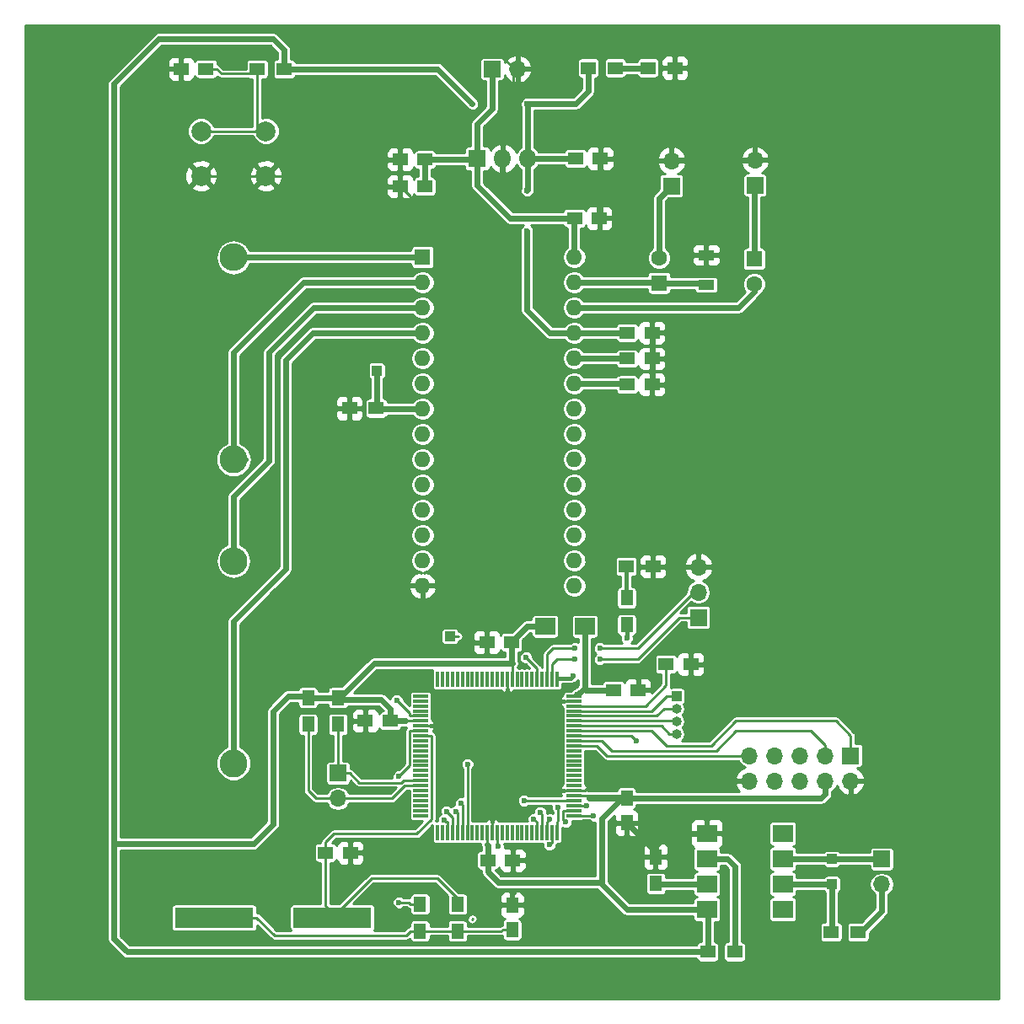
<source format=gbr>
G04 #@! TF.FileFunction,Copper,L1,Top,Signal*
%FSLAX46Y46*%
G04 Gerber Fmt 4.6, Leading zero omitted, Abs format (unit mm)*
G04 Created by KiCad (PCBNEW 4.0.7) date 12/21/18 01:54:59*
%MOMM*%
%LPD*%
G01*
G04 APERTURE LIST*
%ADD10C,0.100000*%
%ADD11R,1.000000X1.000000*%
%ADD12O,1.000000X1.000000*%
%ADD13R,1.600000X1.000000*%
%ADD14R,1.600000X1.600000*%
%ADD15O,1.600000X1.600000*%
%ADD16R,1.500000X1.250000*%
%ADD17R,1.700000X1.700000*%
%ADD18O,1.700000X1.700000*%
%ADD19R,1.800000X1.800000*%
%ADD20O,1.800000X1.800000*%
%ADD21R,1.500000X1.300000*%
%ADD22C,1.600000*%
%ADD23C,2.800000*%
%ADD24O,2.800000X2.800000*%
%ADD25R,1.250000X1.500000*%
%ADD26R,2.000000X1.700000*%
%ADD27R,1.300000X1.500000*%
%ADD28C,2.000000*%
%ADD29R,2.000000X1.780000*%
%ADD30R,0.300000X1.500000*%
%ADD31R,1.500000X0.300000*%
%ADD32R,7.875000X2.000000*%
%ADD33C,0.600000*%
%ADD34C,0.250000*%
%ADD35C,0.600000*%
%ADD36C,0.400000*%
%ADD37C,0.254000*%
G04 APERTURE END LIST*
D10*
D11*
X82500000Y-87500000D03*
D12*
X82500000Y-88770000D03*
X82500000Y-90040000D03*
X82500000Y-91310000D03*
D13*
X85500000Y-46200000D03*
X85500000Y-43200000D03*
D14*
X57000000Y-43400000D03*
D15*
X72240000Y-76420000D03*
X57000000Y-45940000D03*
X72240000Y-73880000D03*
X57000000Y-48480000D03*
X72240000Y-71340000D03*
X57000000Y-51020000D03*
X72240000Y-68800000D03*
X57000000Y-53560000D03*
X72240000Y-66260000D03*
X57000000Y-56100000D03*
X72240000Y-63720000D03*
X57000000Y-58640000D03*
X72240000Y-61180000D03*
X57000000Y-61180000D03*
X72240000Y-58640000D03*
X57000000Y-63720000D03*
X72240000Y-56100000D03*
X57000000Y-66260000D03*
X72240000Y-53560000D03*
X57000000Y-68800000D03*
X72240000Y-51020000D03*
X57000000Y-71340000D03*
X72240000Y-48480000D03*
X57000000Y-73880000D03*
X72240000Y-45940000D03*
X57000000Y-76420000D03*
X72240000Y-43400000D03*
D16*
X74750000Y-39500000D03*
X72250000Y-39500000D03*
X74850000Y-33500000D03*
X72350000Y-33500000D03*
D17*
X64000000Y-24500000D03*
D18*
X66540000Y-24500000D03*
D19*
X62500000Y-33500000D03*
D20*
X65040000Y-33500000D03*
X67580000Y-33500000D03*
D16*
X54750000Y-36300000D03*
X57250000Y-36300000D03*
X54750000Y-33600000D03*
X57250000Y-33600000D03*
X80050000Y-51000000D03*
X77550000Y-51000000D03*
X63450000Y-82100000D03*
X65950000Y-82100000D03*
X51250000Y-90000000D03*
X53750000Y-90000000D03*
D21*
X43100000Y-24500000D03*
X40400000Y-24500000D03*
D16*
X77550000Y-53600000D03*
X80050000Y-53600000D03*
X77550000Y-56200000D03*
X80050000Y-56200000D03*
D14*
X80750000Y-46000000D03*
D22*
X80750000Y-43500000D03*
D23*
X38000000Y-63750000D03*
D24*
X38000000Y-43430000D03*
D23*
X38000000Y-94250000D03*
D24*
X38000000Y-73930000D03*
D14*
X90300000Y-43600000D03*
D22*
X90300000Y-46100000D03*
D25*
X77500000Y-100250000D03*
X77500000Y-97750000D03*
D16*
X66050000Y-104000000D03*
X63550000Y-104000000D03*
X78650000Y-86900000D03*
X76150000Y-86900000D03*
D25*
X66000000Y-111000000D03*
X66000000Y-108500000D03*
D16*
X47250000Y-103250000D03*
X49750000Y-103250000D03*
X35250000Y-24500000D03*
X32750000Y-24500000D03*
X81450000Y-84300000D03*
X83950000Y-84300000D03*
D21*
X80150000Y-74500000D03*
X77450000Y-74500000D03*
D11*
X98125000Y-106375000D03*
X98125000Y-103875000D03*
D21*
X82350000Y-24400000D03*
X79650000Y-24400000D03*
D17*
X82000000Y-36250000D03*
D18*
X82000000Y-33710000D03*
D17*
X84700000Y-79600000D03*
D18*
X84700000Y-77060000D03*
X84700000Y-74520000D03*
D17*
X103125000Y-103875000D03*
D18*
X103125000Y-106415000D03*
D17*
X100000000Y-93500000D03*
D18*
X100000000Y-96040000D03*
X97460000Y-93500000D03*
X97460000Y-96040000D03*
X94920000Y-93500000D03*
X94920000Y-96040000D03*
X92380000Y-93500000D03*
X92380000Y-96040000D03*
X89840000Y-93500000D03*
X89840000Y-96040000D03*
D17*
X90400000Y-36200000D03*
D18*
X90400000Y-33660000D03*
D17*
X48500000Y-95250000D03*
D18*
X48500000Y-97790000D03*
D11*
X52400000Y-54800000D03*
X59750000Y-81500000D03*
D26*
X73300000Y-80500000D03*
X69300000Y-80500000D03*
D21*
X98050000Y-111200000D03*
X100750000Y-111200000D03*
D27*
X77500000Y-80350000D03*
X77500000Y-77650000D03*
X80400000Y-103650000D03*
X80400000Y-106350000D03*
D21*
X85650000Y-113200000D03*
X88350000Y-113200000D03*
D27*
X60500000Y-108400000D03*
X60500000Y-111100000D03*
X56750000Y-108400000D03*
X56750000Y-111100000D03*
D21*
X52350000Y-58600000D03*
X49650000Y-58600000D03*
D27*
X45500000Y-87650000D03*
X45500000Y-90350000D03*
X48500000Y-87650000D03*
X48500000Y-90350000D03*
D21*
X73650000Y-24400000D03*
X76350000Y-24400000D03*
D28*
X41250000Y-30750000D03*
X41250000Y-35250000D03*
X34750000Y-30750000D03*
X34750000Y-35250000D03*
D29*
X93185000Y-108935000D03*
X85565000Y-101315000D03*
X93185000Y-106395000D03*
X85565000Y-103855000D03*
X93185000Y-103855000D03*
X85565000Y-106395000D03*
X93185000Y-101315000D03*
X85565000Y-108935000D03*
D30*
X70500000Y-85800000D03*
X70000000Y-85800000D03*
X69500000Y-85800000D03*
X69000000Y-85800000D03*
X68500000Y-85800000D03*
X68000000Y-85800000D03*
X67500000Y-85800000D03*
X67000000Y-85800000D03*
X66500000Y-85800000D03*
X66000000Y-85800000D03*
X65500000Y-85800000D03*
X65000000Y-85800000D03*
X64500000Y-85800000D03*
X64000000Y-85800000D03*
X63500000Y-85800000D03*
X63000000Y-85800000D03*
X62500000Y-85800000D03*
X62000000Y-85800000D03*
X61500000Y-85800000D03*
X61000000Y-85800000D03*
X60500000Y-85800000D03*
X60000000Y-85800000D03*
X59500000Y-85800000D03*
X59000000Y-85800000D03*
X58500000Y-85800000D03*
D31*
X56800000Y-87500000D03*
X56800000Y-88000000D03*
X56800000Y-88500000D03*
X56800000Y-89000000D03*
X56800000Y-89500000D03*
X56800000Y-90000000D03*
X56800000Y-90500000D03*
X56800000Y-91000000D03*
X56800000Y-91500000D03*
X56800000Y-92000000D03*
X56800000Y-92500000D03*
X56800000Y-93000000D03*
X56800000Y-93500000D03*
X56800000Y-94000000D03*
X56800000Y-94500000D03*
X56800000Y-95000000D03*
X56800000Y-95500000D03*
X56800000Y-96000000D03*
X56800000Y-96500000D03*
X56800000Y-97000000D03*
X56800000Y-97500000D03*
X56800000Y-98000000D03*
X56800000Y-98500000D03*
X56800000Y-99000000D03*
X56800000Y-99500000D03*
D30*
X58500000Y-101200000D03*
X59000000Y-101200000D03*
X59500000Y-101200000D03*
X60000000Y-101200000D03*
X60500000Y-101200000D03*
X61000000Y-101200000D03*
X61500000Y-101200000D03*
X62000000Y-101200000D03*
X62500000Y-101200000D03*
X63000000Y-101200000D03*
X63500000Y-101200000D03*
X64000000Y-101200000D03*
X64500000Y-101200000D03*
X65000000Y-101200000D03*
X65500000Y-101200000D03*
X66000000Y-101200000D03*
X66500000Y-101200000D03*
X67000000Y-101200000D03*
X67500000Y-101200000D03*
X68000000Y-101200000D03*
X68500000Y-101200000D03*
X69000000Y-101200000D03*
X69500000Y-101200000D03*
X70000000Y-101200000D03*
X70500000Y-101200000D03*
D31*
X72200000Y-99500000D03*
X72200000Y-99000000D03*
X72200000Y-98500000D03*
X72200000Y-98000000D03*
X72200000Y-97500000D03*
X72200000Y-97000000D03*
X72200000Y-96500000D03*
X72200000Y-96000000D03*
X72200000Y-95500000D03*
X72200000Y-95000000D03*
X72200000Y-94500000D03*
X72200000Y-94000000D03*
X72200000Y-93500000D03*
X72200000Y-93000000D03*
X72200000Y-92500000D03*
X72200000Y-92000000D03*
X72200000Y-91500000D03*
X72200000Y-91000000D03*
X72200000Y-90500000D03*
X72200000Y-90000000D03*
X72200000Y-89500000D03*
X72200000Y-89000000D03*
X72200000Y-88500000D03*
X72200000Y-88000000D03*
X72200000Y-87500000D03*
D32*
X47937500Y-109750000D03*
X36062500Y-109750000D03*
D33*
X54386100Y-87905400D03*
X59163400Y-99924900D03*
X59415700Y-99091500D03*
X60369000Y-99076900D03*
X60856700Y-98293500D03*
X61500100Y-94350100D03*
X73463900Y-98500000D03*
X71365600Y-100166200D03*
X74195600Y-99500000D03*
X70565600Y-98658600D03*
X69736700Y-102453400D03*
X69777900Y-99880000D03*
X68799400Y-99200900D03*
X68174100Y-99835100D03*
X67195300Y-98000000D03*
X64000000Y-88700000D03*
X63450000Y-83300000D03*
X51800000Y-103325000D03*
X51850000Y-93200000D03*
X66225000Y-107225000D03*
X64000000Y-97925000D03*
X66150000Y-102875000D03*
X67500000Y-36750000D03*
X67500000Y-40750000D03*
X67500000Y-28000000D03*
X62000000Y-28000000D03*
X67399900Y-83624600D03*
X74800000Y-83800000D03*
X72300000Y-83800000D03*
X74800000Y-82700000D03*
X72300000Y-82700000D03*
X78500000Y-92000000D03*
X77500000Y-81700000D03*
X72100000Y-85500000D03*
X88400000Y-108400000D03*
X64600000Y-102600000D03*
X54631000Y-95574100D03*
X54631000Y-108218300D03*
D34*
X62015500Y-109884400D02*
X61949500Y-109950400D01*
D35*
X80750000Y-46000000D02*
X85300000Y-46000000D01*
X85300000Y-46000000D02*
X85500000Y-46200000D01*
X80690000Y-45940000D02*
X80750000Y-46000000D01*
X72240000Y-45940000D02*
X80690000Y-45940000D01*
X56970000Y-43430000D02*
X57000000Y-43400000D01*
X38000000Y-43430000D02*
X56970000Y-43430000D01*
X38000000Y-63750000D02*
X38000000Y-53000000D01*
X45060000Y-45940000D02*
X57000000Y-45940000D01*
X38000000Y-53000000D02*
X45060000Y-45940000D01*
X38000000Y-63750000D02*
X39190000Y-63750000D01*
X57000000Y-48480000D02*
X46080000Y-48480000D01*
X41600000Y-52960000D02*
X41600000Y-63880000D01*
X46080000Y-48480000D02*
X41600000Y-52960000D01*
X38000000Y-67480000D02*
X41600000Y-63880000D01*
X38000000Y-73930000D02*
X38000000Y-67480000D01*
X38000000Y-94250000D02*
X38000000Y-80000000D01*
X38000000Y-80000000D02*
X43250000Y-74750000D01*
X43250000Y-64750000D02*
X43250000Y-53750000D01*
X45980000Y-51020000D02*
X57000000Y-51020000D01*
X43250000Y-53750000D02*
X45980000Y-51020000D01*
X43250000Y-74750000D02*
X43250000Y-64750000D01*
X72240000Y-53560000D02*
X77510000Y-53560000D01*
X77510000Y-53560000D02*
X77550000Y-53600000D01*
X72240000Y-56100000D02*
X77450000Y-56100000D01*
X77450000Y-56100000D02*
X77550000Y-56200000D01*
X90300000Y-46100000D02*
X90300000Y-46900000D01*
X90300000Y-46900000D02*
X88720000Y-48480000D01*
X88720000Y-48480000D02*
X83080000Y-48480000D01*
X72240000Y-48480000D02*
X83080000Y-48480000D01*
D34*
X40400000Y-30750000D02*
X40400000Y-25475300D01*
X34750000Y-30750000D02*
X40400000Y-30750000D01*
X40400000Y-30750000D02*
X41250000Y-30750000D01*
X40400000Y-24500000D02*
X40400000Y-24987600D01*
X40400000Y-24987600D02*
X40400000Y-25475300D01*
X36812900Y-24987600D02*
X36325300Y-24500000D01*
X40400000Y-24987600D02*
X36812900Y-24987600D01*
X35250000Y-24500000D02*
X36325300Y-24500000D01*
X55724700Y-89244000D02*
X54386100Y-87905400D01*
X55724700Y-89500000D02*
X55724700Y-89244000D01*
X56800000Y-89500000D02*
X55724700Y-89500000D01*
X59363200Y-100124700D02*
X59500000Y-100124700D01*
X59163400Y-99924900D02*
X59363200Y-100124700D01*
X59500000Y-101200000D02*
X59500000Y-100124700D01*
X60000000Y-99675800D02*
X59415700Y-99091500D01*
X60000000Y-101200000D02*
X60000000Y-99675800D01*
X60500000Y-101200000D02*
X60500000Y-100124700D01*
X60500000Y-99207900D02*
X60369000Y-99076900D01*
X60500000Y-100124700D02*
X60500000Y-99207900D01*
X61000000Y-98436800D02*
X60856700Y-98293500D01*
X61000000Y-101200000D02*
X61000000Y-98436800D01*
X61500000Y-94350200D02*
X61500100Y-94350100D01*
X61500000Y-101200000D02*
X61500000Y-94350200D01*
X73275300Y-98500000D02*
X73463900Y-98500000D01*
X72200000Y-98500000D02*
X73275300Y-98500000D01*
X71124700Y-99000000D02*
X71124700Y-99925300D01*
X71124700Y-99925300D02*
X71365600Y-100166200D01*
X72200000Y-99000000D02*
X71124700Y-99000000D01*
X72200000Y-99500000D02*
X73275300Y-99500000D01*
X73275300Y-99500000D02*
X74195600Y-99500000D01*
X70500000Y-101200000D02*
X70500000Y-100124700D01*
X70500000Y-100124700D02*
X70565600Y-100059100D01*
X70565600Y-100059100D02*
X70565600Y-98658600D01*
X69914800Y-102275300D02*
X69736700Y-102453400D01*
X70000000Y-102275300D02*
X69914800Y-102275300D01*
X70000000Y-101200000D02*
X70000000Y-102275300D01*
X69500000Y-101200000D02*
X69500000Y-100124700D01*
X69500000Y-100124700D02*
X69533200Y-100124700D01*
X69533200Y-100124700D02*
X69777900Y-99880000D01*
X69000000Y-99401500D02*
X68799400Y-99200900D01*
X69000000Y-101200000D02*
X69000000Y-99401500D01*
X68463700Y-100124700D02*
X68174100Y-99835100D01*
X68500000Y-100124700D02*
X68463700Y-100124700D01*
X68500000Y-101200000D02*
X68500000Y-100124700D01*
D35*
X57000000Y-58640000D02*
X52390000Y-58640000D01*
X52390000Y-58640000D02*
X52400000Y-58630000D01*
X52400000Y-58630000D02*
X52400000Y-54800000D01*
D34*
X72200000Y-98000000D02*
X67195300Y-98000000D01*
X100000000Y-96040000D02*
X101360000Y-96040000D01*
X98375000Y-84300000D02*
X83950000Y-84300000D01*
X102425000Y-88350000D02*
X98375000Y-84300000D01*
X102425000Y-94975000D02*
X102425000Y-88350000D01*
X101360000Y-96040000D02*
X102425000Y-94975000D01*
X83950000Y-84300000D02*
X85700000Y-84300000D01*
X86420000Y-74520000D02*
X84700000Y-74520000D01*
X87625000Y-75725000D02*
X86420000Y-74520000D01*
X87625000Y-82375000D02*
X87625000Y-75725000D01*
X85700000Y-84300000D02*
X87625000Y-82375000D01*
X80150000Y-74500000D02*
X80150000Y-56300000D01*
X80150000Y-56300000D02*
X80050000Y-56200000D01*
X63450000Y-82100000D02*
X63450000Y-74850000D01*
X63450000Y-74850000D02*
X63600000Y-74700000D01*
X54750000Y-33600000D02*
X54750000Y-36300000D01*
X54750000Y-36300000D02*
X63600000Y-45150000D01*
X63600000Y-45150000D02*
X63600000Y-74700000D01*
X63600000Y-74700000D02*
X61880000Y-76420000D01*
X61880000Y-76420000D02*
X57000000Y-76420000D01*
X63450000Y-82100000D02*
X63450000Y-83300000D01*
X51250000Y-90000000D02*
X51250000Y-92600000D01*
X51250000Y-92600000D02*
X51850000Y-93200000D01*
X51800000Y-103325000D02*
X51800000Y-103250000D01*
X51800000Y-103250000D02*
X51800000Y-103325000D01*
X51800000Y-103325000D02*
X51800000Y-103250000D01*
X49750000Y-103250000D02*
X51800000Y-103250000D01*
X51800000Y-103250000D02*
X59000000Y-103250000D01*
X64250000Y-108500000D02*
X66000000Y-108500000D01*
X59000000Y-103250000D02*
X64250000Y-108500000D01*
X66000000Y-107450000D02*
X66000000Y-108500000D01*
X66225000Y-107225000D02*
X66000000Y-107450000D01*
X66050000Y-104000000D02*
X66050000Y-102975000D01*
X66150000Y-102875000D02*
X66050000Y-102975000D01*
X56800000Y-90500000D02*
X64000000Y-90500000D01*
X72200000Y-88000000D02*
X64700000Y-88000000D01*
X64700000Y-88000000D02*
X64500000Y-88200000D01*
X64000000Y-98100000D02*
X64000000Y-97925000D01*
X64000000Y-97925000D02*
X64000000Y-90500000D01*
X64000000Y-90500000D02*
X64000000Y-88700000D01*
X65500000Y-87200000D02*
X65500000Y-85800000D01*
X64000000Y-88700000D02*
X64500000Y-88200000D01*
X64500000Y-88200000D02*
X65500000Y-87200000D01*
X64000000Y-101200000D02*
X64000000Y-98100000D01*
X64000000Y-98100000D02*
X64000000Y-98000000D01*
X65000000Y-97000000D02*
X72200000Y-97000000D01*
X64000000Y-98000000D02*
X65000000Y-97000000D01*
X72200000Y-97000000D02*
X73300000Y-97000000D01*
X74260000Y-96040000D02*
X89840000Y-96040000D01*
X73300000Y-97000000D02*
X74260000Y-96040000D01*
X78650000Y-86900000D02*
X78650000Y-84650000D01*
X83950000Y-83350000D02*
X83950000Y-84300000D01*
X82900000Y-82300000D02*
X83950000Y-83350000D01*
X81000000Y-82300000D02*
X82900000Y-82300000D01*
X78650000Y-84650000D02*
X81000000Y-82300000D01*
X80150000Y-74500000D02*
X84680000Y-74500000D01*
X84680000Y-74500000D02*
X84700000Y-74520000D01*
D35*
X80400000Y-103650000D02*
X80400000Y-103150000D01*
X80400000Y-103150000D02*
X77500000Y-100250000D01*
X80400000Y-103650000D02*
X80400000Y-102600000D01*
X80400000Y-102600000D02*
X81685000Y-101315000D01*
X81685000Y-101315000D02*
X85565000Y-101315000D01*
X80050000Y-56200000D02*
X80050000Y-53600000D01*
X80050000Y-53600000D02*
X80050000Y-51000000D01*
X90400000Y-33660000D02*
X82050000Y-33660000D01*
X82050000Y-33660000D02*
X82000000Y-33710000D01*
X74850000Y-33500000D02*
X74850000Y-39400000D01*
X74850000Y-39400000D02*
X74750000Y-39500000D01*
X65040000Y-33500000D02*
X65040000Y-36840000D01*
X74750000Y-38150000D02*
X74750000Y-39500000D01*
X74600000Y-38000000D02*
X74750000Y-38150000D01*
X66200000Y-38000000D02*
X74600000Y-38000000D01*
X65040000Y-36840000D02*
X66200000Y-38000000D01*
D34*
X41250000Y-35250000D02*
X49400300Y-35250000D01*
X49400300Y-35250000D02*
X49500000Y-35349700D01*
X49500000Y-33300000D02*
X49500000Y-29550000D01*
X49400300Y-34350000D02*
X49400300Y-35250000D01*
X49500000Y-34250300D02*
X49400300Y-34350000D01*
X49500000Y-33300000D02*
X49500000Y-34250300D01*
X66540000Y-24500000D02*
X66220100Y-24500000D01*
X65040000Y-33500000D02*
X65040000Y-32274700D01*
X49500000Y-29550000D02*
X49500000Y-28599700D01*
X66220100Y-24500000D02*
X66069100Y-24500000D01*
X66069100Y-31245600D02*
X66069100Y-24500000D01*
X65040000Y-32274700D02*
X66069100Y-31245600D01*
X61715300Y-28599700D02*
X49500000Y-28599700D01*
X61774700Y-28659100D02*
X61715300Y-28599700D01*
X62259800Y-28659100D02*
X61774700Y-28659100D01*
X62659300Y-28259600D02*
X62259800Y-28659100D01*
X62659300Y-23675900D02*
X62659300Y-28259600D01*
X63010600Y-23324600D02*
X62659300Y-23675900D01*
X65031500Y-23324600D02*
X63010600Y-23324600D01*
X66069100Y-24362200D02*
X65031500Y-23324600D01*
X66069100Y-24500000D02*
X66069100Y-24362200D01*
X41250000Y-35250000D02*
X34750000Y-35250000D01*
X32750000Y-33250000D02*
X32750000Y-24500000D01*
X34750000Y-35250000D02*
X32750000Y-33250000D01*
X56996700Y-76420000D02*
X57000000Y-76420000D01*
D35*
X57250000Y-33600000D02*
X62400000Y-33600000D01*
X62400000Y-33600000D02*
X62500000Y-33500000D01*
X57250000Y-33600000D02*
X57250000Y-36300000D01*
X72250000Y-39500000D02*
X65800000Y-39500000D01*
X62500000Y-36200000D02*
X62500000Y-33500000D01*
X65800000Y-39500000D02*
X62500000Y-36200000D01*
X72240000Y-43400000D02*
X72240000Y-39510000D01*
X72240000Y-39510000D02*
X72250000Y-39500000D01*
X62300000Y-33300000D02*
X62500000Y-33500000D01*
X62500000Y-33500000D02*
X62500000Y-33660000D01*
X62500000Y-30000000D02*
X62500000Y-33500000D01*
X64000000Y-24500000D02*
X64000000Y-28500000D01*
X64000000Y-28500000D02*
X62500000Y-30000000D01*
X77500000Y-97750000D02*
X97050000Y-97750000D01*
X97460000Y-97340000D02*
X97460000Y-96040000D01*
X97050000Y-97750000D02*
X97460000Y-97340000D01*
D34*
X72200000Y-97500000D02*
X77250000Y-97500000D01*
X77250000Y-97500000D02*
X77500000Y-97750000D01*
D35*
X77500000Y-97750000D02*
X77050000Y-97750000D01*
X77050000Y-97750000D02*
X75000000Y-99800000D01*
X75000000Y-99800000D02*
X75000000Y-106400000D01*
X77500000Y-97750000D02*
X73750000Y-97750000D01*
X65950000Y-82100000D02*
X65950000Y-84200000D01*
X65950000Y-84200000D02*
X65900000Y-84250000D01*
X65950000Y-82100000D02*
X65950000Y-82050000D01*
X65950000Y-82050000D02*
X67500000Y-80500000D01*
X65900000Y-84250000D02*
X65900000Y-82100000D01*
X67500000Y-80500000D02*
X69300000Y-80500000D01*
X65900000Y-82100000D02*
X67500000Y-80500000D01*
X48500000Y-87650000D02*
X45500000Y-87650000D01*
X45500000Y-87650000D02*
X45350000Y-87500000D01*
X45350000Y-87500000D02*
X43500000Y-87500000D01*
X43500000Y-87500000D02*
X42000000Y-89000000D01*
X42000000Y-89000000D02*
X42000000Y-100350000D01*
X42000000Y-100350000D02*
X40000000Y-102350000D01*
X29000000Y-102350000D02*
X26000000Y-102350000D01*
X26000000Y-102350000D02*
X26000000Y-102500000D01*
X26000000Y-105000000D02*
X26000000Y-102500000D01*
X26000000Y-102500000D02*
X26000000Y-26000000D01*
X26000000Y-26000000D02*
X30500000Y-21500000D01*
X30500000Y-21500000D02*
X42000000Y-21500000D01*
X42000000Y-21500000D02*
X43100000Y-22600000D01*
X43100000Y-22600000D02*
X43100000Y-24500000D01*
X85650000Y-113200000D02*
X27300000Y-113200000D01*
X28650000Y-102350000D02*
X29000000Y-102350000D01*
X29000000Y-102350000D02*
X40000000Y-102350000D01*
X26000000Y-111900000D02*
X26000000Y-105000000D01*
X27300000Y-113200000D02*
X26000000Y-111900000D01*
X85565000Y-108935000D02*
X77535000Y-108935000D01*
X77535000Y-108935000D02*
X75000000Y-106400000D01*
X48500000Y-87850000D02*
X52850000Y-87850000D01*
X53750000Y-88750000D02*
X53750000Y-90000000D01*
X52850000Y-87850000D02*
X53750000Y-88750000D01*
X53750000Y-90000000D02*
X55250000Y-90000000D01*
D34*
X55250000Y-90000000D02*
X56800000Y-90000000D01*
D35*
X63550000Y-104000000D02*
X63550000Y-102500000D01*
X63550000Y-102500000D02*
X63500000Y-102450000D01*
X63550000Y-104000000D02*
X63550000Y-105150000D01*
X63550000Y-105150000D02*
X64600000Y-106200000D01*
X64600000Y-106200000D02*
X74800000Y-106200000D01*
X74800000Y-106200000D02*
X75000000Y-106400000D01*
X85650000Y-113200000D02*
X85650000Y-109020000D01*
X85650000Y-109020000D02*
X85565000Y-108935000D01*
X72240000Y-51020000D02*
X77530000Y-51020000D01*
X77530000Y-51020000D02*
X77550000Y-51000000D01*
X67500000Y-28000000D02*
X72400000Y-28000000D01*
X73650000Y-26750000D02*
X73650000Y-24400000D01*
X72400000Y-28000000D02*
X73650000Y-26750000D01*
X67580000Y-33500000D02*
X72350000Y-33500000D01*
X43100000Y-24500000D02*
X58500000Y-24500000D01*
X58500000Y-24500000D02*
X62000000Y-28000000D01*
X67580000Y-36670000D02*
X67580000Y-33500000D01*
X67500000Y-36750000D02*
X67580000Y-36670000D01*
X67580000Y-28080000D02*
X67580000Y-33500000D01*
X67500000Y-28000000D02*
X67580000Y-28080000D01*
X67580000Y-33500000D02*
X70000000Y-33500000D01*
D34*
X63500000Y-102750000D02*
X63500000Y-103000000D01*
X63500000Y-102450000D02*
X63500000Y-102750000D01*
D35*
X52100000Y-84250000D02*
X51400100Y-84949900D01*
X51400100Y-84949900D02*
X48500000Y-87850000D01*
X65900000Y-84250000D02*
X52100000Y-84250000D01*
X66000000Y-84250000D02*
X65900000Y-84250000D01*
D34*
X66000000Y-85800000D02*
X66000000Y-84250000D01*
D35*
X69770000Y-51020000D02*
X68130100Y-49380100D01*
X72240000Y-51020000D02*
X69770000Y-51020000D01*
X67500000Y-48750000D02*
X67500000Y-40750000D01*
X68130100Y-49380100D02*
X67500000Y-48750000D01*
D34*
X63500000Y-101200000D02*
X63500000Y-102450000D01*
X68500000Y-85800000D02*
X68500000Y-84724700D01*
X68500000Y-84724700D02*
X67399900Y-83624600D01*
X59750000Y-81500000D02*
X60575300Y-81500000D01*
X67399900Y-83624600D02*
X68500000Y-84724700D01*
D35*
X80750000Y-43500000D02*
X80750000Y-37500000D01*
X80750000Y-37500000D02*
X82000000Y-36250000D01*
X90300000Y-43600000D02*
X90300000Y-36300000D01*
X90300000Y-36300000D02*
X90400000Y-36200000D01*
X73300000Y-80500000D02*
X73300000Y-86800000D01*
X73300000Y-86800000D02*
X73400000Y-86900000D01*
X76150000Y-86900000D02*
X73400000Y-86900000D01*
X73400000Y-86900000D02*
X73250000Y-86750000D01*
D34*
X72200000Y-87500000D02*
X72200000Y-87400000D01*
X72200000Y-87400000D02*
X72400000Y-87200000D01*
X72400000Y-87200000D02*
X72800000Y-87200000D01*
D35*
X72800000Y-87200000D02*
X72700000Y-87200000D01*
X73250000Y-86750000D02*
X72800000Y-87200000D01*
D34*
X36062500Y-109750000D02*
X40325300Y-109750000D01*
X64949700Y-111100000D02*
X65049700Y-111000000D01*
X60500000Y-111100000D02*
X64949700Y-111100000D01*
X66000000Y-111000000D02*
X65049700Y-111000000D01*
X56750000Y-111100000D02*
X60500000Y-111100000D01*
X55324400Y-111550300D02*
X55774700Y-111100000D01*
X42125600Y-111550300D02*
X55324400Y-111550300D01*
X40325300Y-109750000D02*
X42125600Y-111550300D01*
X56750000Y-111100000D02*
X55774700Y-111100000D01*
X60500000Y-108400000D02*
X60500000Y-107875000D01*
X60500000Y-107875000D02*
X58450000Y-105825000D01*
X51862500Y-105825000D02*
X47937500Y-109750000D01*
X58450000Y-105825000D02*
X51862500Y-105825000D01*
X47250000Y-103250000D02*
X47250000Y-102200000D01*
X48100000Y-101350000D02*
X56402400Y-101350000D01*
X47250000Y-102200000D02*
X48100000Y-101350000D01*
X47937500Y-109750000D02*
X48418700Y-109750000D01*
X47250000Y-108581300D02*
X47250000Y-104200300D01*
X48418700Y-109750000D02*
X47250000Y-108581300D01*
X47250000Y-103250000D02*
X47250000Y-104200300D01*
X57875300Y-99877100D02*
X56402400Y-101350000D01*
X56800000Y-91500000D02*
X57875300Y-91500000D01*
X57875300Y-91500000D02*
X57875300Y-99877100D01*
X72200000Y-88500000D02*
X79400000Y-88500000D01*
X81450000Y-86450000D02*
X81450000Y-84300000D01*
X79400000Y-88500000D02*
X81450000Y-86450000D01*
D36*
X77450000Y-74500000D02*
X77450000Y-77600000D01*
X77450000Y-77600000D02*
X77500000Y-77650000D01*
D34*
X77450000Y-77600000D02*
X77500000Y-77650000D01*
D35*
X98125000Y-106375000D02*
X93205000Y-106375000D01*
X93205000Y-106375000D02*
X93185000Y-106395000D01*
X98125000Y-106375000D02*
X98125000Y-111125000D01*
X98125000Y-111125000D02*
X98050000Y-111200000D01*
D34*
X98125000Y-106375000D02*
X97712400Y-106375000D01*
X97712400Y-106375000D02*
X98125000Y-106787600D01*
D35*
X98125000Y-103875000D02*
X103125000Y-103875000D01*
X93185000Y-103855000D02*
X98105000Y-103855000D01*
X98105000Y-103855000D02*
X98125000Y-103875000D01*
X76350000Y-24400000D02*
X79650000Y-24400000D01*
D34*
X70000000Y-85800000D02*
X70000000Y-84300000D01*
X82800000Y-79600000D02*
X78600000Y-83800000D01*
X78600000Y-83800000D02*
X74800000Y-83800000D01*
X82800000Y-79600000D02*
X84700000Y-79600000D01*
X70500000Y-83800000D02*
X72300000Y-83800000D01*
X70000000Y-84300000D02*
X70500000Y-83800000D01*
X69500000Y-85800000D02*
X69500000Y-83300000D01*
X78600000Y-82700000D02*
X75100000Y-82700000D01*
X78600000Y-82700000D02*
X84240000Y-77060000D01*
X74800000Y-82700000D02*
X75100000Y-82700000D01*
X70100000Y-82700000D02*
X72300000Y-82700000D01*
X69500000Y-83300000D02*
X70100000Y-82700000D01*
X84700000Y-77060000D02*
X84240000Y-77060000D01*
D35*
X100750000Y-111200000D02*
X101000000Y-111200000D01*
X101000000Y-111200000D02*
X103125000Y-109075000D01*
X103125000Y-109075000D02*
X103125000Y-106415000D01*
D34*
X72200000Y-91000000D02*
X80000000Y-91000000D01*
X100000000Y-91500000D02*
X100000000Y-93500000D01*
X98500000Y-90000000D02*
X100000000Y-91500000D01*
X88500000Y-90000000D02*
X98500000Y-90000000D01*
X86000000Y-92500000D02*
X88500000Y-90000000D01*
X81500000Y-92500000D02*
X86000000Y-92500000D01*
X80000000Y-91000000D02*
X81500000Y-92500000D01*
X72200000Y-92000000D02*
X75000000Y-92000000D01*
X97460000Y-92460000D02*
X97460000Y-93500000D01*
X96000000Y-91000000D02*
X97460000Y-92460000D01*
X88500000Y-91000000D02*
X96000000Y-91000000D01*
X86500000Y-93000000D02*
X88500000Y-91000000D01*
X76000000Y-93000000D02*
X86500000Y-93000000D01*
X75000000Y-92000000D02*
X76000000Y-93000000D01*
X72200000Y-91500000D02*
X78000000Y-91500000D01*
X78000000Y-91500000D02*
X78500000Y-92000000D01*
X89840000Y-93500000D02*
X75500000Y-93500000D01*
X74500000Y-92500000D02*
X72200000Y-92500000D01*
X75500000Y-93500000D02*
X74500000Y-92500000D01*
X48500000Y-95250000D02*
X48500000Y-90350000D01*
X48500000Y-95250000D02*
X49675300Y-95250000D01*
X55089500Y-96000000D02*
X56800000Y-96000000D01*
X54890100Y-96199400D02*
X55089500Y-96000000D01*
X50624700Y-96199400D02*
X54890100Y-96199400D01*
X49675300Y-95250000D02*
X50624700Y-96199400D01*
X48500000Y-97790000D02*
X46290000Y-97790000D01*
X45500000Y-97000000D02*
X45500000Y-90350000D01*
X46290000Y-97790000D02*
X45500000Y-97000000D01*
X48500000Y-97790000D02*
X49675300Y-97790000D01*
X55226400Y-96500000D02*
X56800000Y-96500000D01*
X53936400Y-97790000D02*
X55226400Y-96500000D01*
X49675300Y-97790000D02*
X53936400Y-97790000D01*
X75500000Y-89000000D02*
X80000000Y-89000000D01*
X80000000Y-89000000D02*
X81500000Y-87500000D01*
X82500000Y-87500000D02*
X81500000Y-87500000D01*
X75500000Y-89000000D02*
X72200000Y-89000000D01*
X72200000Y-89500000D02*
X80500000Y-89500000D01*
X81230000Y-88770000D02*
X82500000Y-88770000D01*
X80500000Y-89500000D02*
X81230000Y-88770000D01*
X72200000Y-90000000D02*
X82460000Y-90000000D01*
X82460000Y-90000000D02*
X82500000Y-90040000D01*
X75000000Y-90500000D02*
X81000000Y-90500000D01*
X81810000Y-91310000D02*
X82500000Y-91310000D01*
X81000000Y-90500000D02*
X81810000Y-91310000D01*
X75000000Y-90500000D02*
X72200000Y-90500000D01*
D36*
X77500000Y-81700000D02*
X77500000Y-80350000D01*
D34*
X70500000Y-85800000D02*
X70700000Y-85800000D01*
D36*
X72100000Y-85500000D02*
X71900000Y-85700000D01*
X71900000Y-85700000D02*
X70800000Y-85700000D01*
D34*
X70700000Y-85800000D02*
X70800000Y-85700000D01*
D35*
X85565000Y-106395000D02*
X80445000Y-106395000D01*
X80445000Y-106395000D02*
X80400000Y-106350000D01*
D34*
X64500000Y-101200000D02*
X64500000Y-102500000D01*
X64500000Y-102500000D02*
X64600000Y-102600000D01*
X88400000Y-108400000D02*
X88350000Y-108400000D01*
X88350000Y-108400000D02*
X88400000Y-108400000D01*
X88400000Y-108400000D02*
X88350000Y-108400000D01*
D35*
X88350000Y-113200000D02*
X88350000Y-108400000D01*
X88350000Y-108400000D02*
X88350000Y-105350000D01*
X87655000Y-103855000D02*
X85565000Y-103855000D01*
X88400000Y-104600000D02*
X87655000Y-103855000D01*
X88400000Y-105300000D02*
X88400000Y-104600000D01*
X88350000Y-105350000D02*
X88400000Y-105300000D01*
D34*
X55724700Y-94480400D02*
X54631000Y-95574100D01*
X55724700Y-91000000D02*
X55724700Y-94480400D01*
X56750000Y-108400000D02*
X55774700Y-108400000D01*
X55593000Y-108218300D02*
X54631000Y-108218300D01*
X55774700Y-108400000D02*
X55593000Y-108218300D01*
X56800000Y-91000000D02*
X55724700Y-91000000D01*
D37*
G36*
X114873000Y-117873000D02*
X17127000Y-117873000D01*
X17127000Y-26000000D01*
X25323000Y-26000000D01*
X25323000Y-111900000D01*
X25374534Y-112159077D01*
X25521289Y-112378711D01*
X26821289Y-113678712D01*
X27040924Y-113825467D01*
X27300000Y-113877000D01*
X84520695Y-113877000D01*
X84541903Y-113989708D01*
X84624470Y-114118020D01*
X84750453Y-114204101D01*
X84900000Y-114234385D01*
X86400000Y-114234385D01*
X86539708Y-114208097D01*
X86668020Y-114125530D01*
X86754101Y-113999547D01*
X86784385Y-113850000D01*
X86784385Y-112550000D01*
X86758097Y-112410292D01*
X86675530Y-112281980D01*
X86549547Y-112195899D01*
X86400000Y-112165615D01*
X86327000Y-112165615D01*
X86327000Y-110209385D01*
X86565000Y-110209385D01*
X86704708Y-110183097D01*
X86833020Y-110100530D01*
X86919101Y-109974547D01*
X86949385Y-109825000D01*
X86949385Y-108045000D01*
X86923097Y-107905292D01*
X86840530Y-107776980D01*
X86714547Y-107690899D01*
X86587449Y-107665161D01*
X86704708Y-107643097D01*
X86833020Y-107560530D01*
X86919101Y-107434547D01*
X86949385Y-107285000D01*
X86949385Y-105505000D01*
X86923097Y-105365292D01*
X86840530Y-105236980D01*
X86714547Y-105150899D01*
X86587449Y-105125161D01*
X86704708Y-105103097D01*
X86833020Y-105020530D01*
X86919101Y-104894547D01*
X86949385Y-104745000D01*
X86949385Y-104532000D01*
X87374578Y-104532000D01*
X87723000Y-104880422D01*
X87723000Y-105098635D01*
X87673000Y-105350000D01*
X87673000Y-112165615D01*
X87600000Y-112165615D01*
X87460292Y-112191903D01*
X87331980Y-112274470D01*
X87245899Y-112400453D01*
X87215615Y-112550000D01*
X87215615Y-113850000D01*
X87241903Y-113989708D01*
X87324470Y-114118020D01*
X87450453Y-114204101D01*
X87600000Y-114234385D01*
X89100000Y-114234385D01*
X89239708Y-114208097D01*
X89368020Y-114125530D01*
X89454101Y-113999547D01*
X89484385Y-113850000D01*
X89484385Y-112550000D01*
X89458097Y-112410292D01*
X89375530Y-112281980D01*
X89249547Y-112195899D01*
X89100000Y-112165615D01*
X89027000Y-112165615D01*
X89027000Y-108655383D01*
X89076882Y-108535254D01*
X89077117Y-108265927D01*
X89027000Y-108144635D01*
X89027000Y-105551369D01*
X89077000Y-105300000D01*
X89077000Y-104600000D01*
X89025466Y-104340923D01*
X88878711Y-104121289D01*
X88133711Y-103376289D01*
X88101802Y-103354968D01*
X87914077Y-103229534D01*
X87655000Y-103178000D01*
X86949385Y-103178000D01*
X86949385Y-102965000D01*
X86923097Y-102825292D01*
X86881790Y-102761100D01*
X86924698Y-102743327D01*
X87103327Y-102564699D01*
X87200000Y-102331310D01*
X87200000Y-101600750D01*
X87041250Y-101442000D01*
X85692000Y-101442000D01*
X85692000Y-101462000D01*
X85438000Y-101462000D01*
X85438000Y-101442000D01*
X84088750Y-101442000D01*
X83930000Y-101600750D01*
X83930000Y-102331310D01*
X84026673Y-102564699D01*
X84205302Y-102743327D01*
X84248075Y-102761044D01*
X84210899Y-102815453D01*
X84180615Y-102965000D01*
X84180615Y-104745000D01*
X84206903Y-104884708D01*
X84289470Y-105013020D01*
X84415453Y-105099101D01*
X84542551Y-105124839D01*
X84425292Y-105146903D01*
X84296980Y-105229470D01*
X84210899Y-105355453D01*
X84180615Y-105505000D01*
X84180615Y-105718000D01*
X81434385Y-105718000D01*
X81434385Y-105600000D01*
X81408097Y-105460292D01*
X81325530Y-105331980D01*
X81199547Y-105245899D01*
X81050000Y-105215615D01*
X79750000Y-105215615D01*
X79610292Y-105241903D01*
X79481980Y-105324470D01*
X79395899Y-105450453D01*
X79365615Y-105600000D01*
X79365615Y-107100000D01*
X79391903Y-107239708D01*
X79474470Y-107368020D01*
X79600453Y-107454101D01*
X79750000Y-107484385D01*
X81050000Y-107484385D01*
X81189708Y-107458097D01*
X81318020Y-107375530D01*
X81404101Y-107249547D01*
X81434385Y-107100000D01*
X81434385Y-107072000D01*
X84180615Y-107072000D01*
X84180615Y-107285000D01*
X84206903Y-107424708D01*
X84289470Y-107553020D01*
X84415453Y-107639101D01*
X84542551Y-107664839D01*
X84425292Y-107686903D01*
X84296980Y-107769470D01*
X84210899Y-107895453D01*
X84180615Y-108045000D01*
X84180615Y-108258000D01*
X77815423Y-108258000D01*
X75677000Y-106119578D01*
X75677000Y-103935750D01*
X79115000Y-103935750D01*
X79115000Y-104526309D01*
X79211673Y-104759698D01*
X79390301Y-104938327D01*
X79623690Y-105035000D01*
X80114250Y-105035000D01*
X80273000Y-104876250D01*
X80273000Y-103777000D01*
X80527000Y-103777000D01*
X80527000Y-104876250D01*
X80685750Y-105035000D01*
X81176310Y-105035000D01*
X81409699Y-104938327D01*
X81588327Y-104759698D01*
X81685000Y-104526309D01*
X81685000Y-103935750D01*
X81526250Y-103777000D01*
X80527000Y-103777000D01*
X80273000Y-103777000D01*
X79273750Y-103777000D01*
X79115000Y-103935750D01*
X75677000Y-103935750D01*
X75677000Y-102773691D01*
X79115000Y-102773691D01*
X79115000Y-103364250D01*
X79273750Y-103523000D01*
X80273000Y-103523000D01*
X80273000Y-102423750D01*
X80527000Y-102423750D01*
X80527000Y-103523000D01*
X81526250Y-103523000D01*
X81685000Y-103364250D01*
X81685000Y-102773691D01*
X81588327Y-102540302D01*
X81409699Y-102361673D01*
X81176310Y-102265000D01*
X80685750Y-102265000D01*
X80527000Y-102423750D01*
X80273000Y-102423750D01*
X80114250Y-102265000D01*
X79623690Y-102265000D01*
X79390301Y-102361673D01*
X79211673Y-102540302D01*
X79115000Y-102773691D01*
X75677000Y-102773691D01*
X75677000Y-100535750D01*
X76240000Y-100535750D01*
X76240000Y-101126309D01*
X76336673Y-101359698D01*
X76515301Y-101538327D01*
X76748690Y-101635000D01*
X77214250Y-101635000D01*
X77373000Y-101476250D01*
X77373000Y-100377000D01*
X77627000Y-100377000D01*
X77627000Y-101476250D01*
X77785750Y-101635000D01*
X78251310Y-101635000D01*
X78484699Y-101538327D01*
X78663327Y-101359698D01*
X78760000Y-101126309D01*
X78760000Y-100535750D01*
X78601250Y-100377000D01*
X77627000Y-100377000D01*
X77373000Y-100377000D01*
X76398750Y-100377000D01*
X76240000Y-100535750D01*
X75677000Y-100535750D01*
X75677000Y-100298690D01*
X83930000Y-100298690D01*
X83930000Y-101029250D01*
X84088750Y-101188000D01*
X85438000Y-101188000D01*
X85438000Y-99948750D01*
X85692000Y-99948750D01*
X85692000Y-101188000D01*
X87041250Y-101188000D01*
X87200000Y-101029250D01*
X87200000Y-100425000D01*
X91800615Y-100425000D01*
X91800615Y-102205000D01*
X91826903Y-102344708D01*
X91909470Y-102473020D01*
X92035453Y-102559101D01*
X92162551Y-102584839D01*
X92045292Y-102606903D01*
X91916980Y-102689470D01*
X91830899Y-102815453D01*
X91800615Y-102965000D01*
X91800615Y-104745000D01*
X91826903Y-104884708D01*
X91909470Y-105013020D01*
X92035453Y-105099101D01*
X92162551Y-105124839D01*
X92045292Y-105146903D01*
X91916980Y-105229470D01*
X91830899Y-105355453D01*
X91800615Y-105505000D01*
X91800615Y-107285000D01*
X91826903Y-107424708D01*
X91909470Y-107553020D01*
X92035453Y-107639101D01*
X92162551Y-107664839D01*
X92045292Y-107686903D01*
X91916980Y-107769470D01*
X91830899Y-107895453D01*
X91800615Y-108045000D01*
X91800615Y-109825000D01*
X91826903Y-109964708D01*
X91909470Y-110093020D01*
X92035453Y-110179101D01*
X92185000Y-110209385D01*
X94185000Y-110209385D01*
X94324708Y-110183097D01*
X94453020Y-110100530D01*
X94539101Y-109974547D01*
X94569385Y-109825000D01*
X94569385Y-108045000D01*
X94543097Y-107905292D01*
X94460530Y-107776980D01*
X94334547Y-107690899D01*
X94207449Y-107665161D01*
X94324708Y-107643097D01*
X94453020Y-107560530D01*
X94539101Y-107434547D01*
X94569385Y-107285000D01*
X94569385Y-107052000D01*
X97290900Y-107052000D01*
X97349470Y-107143020D01*
X97448000Y-107210343D01*
X97448000Y-110165615D01*
X97300000Y-110165615D01*
X97160292Y-110191903D01*
X97031980Y-110274470D01*
X96945899Y-110400453D01*
X96915615Y-110550000D01*
X96915615Y-111850000D01*
X96941903Y-111989708D01*
X97024470Y-112118020D01*
X97150453Y-112204101D01*
X97300000Y-112234385D01*
X98800000Y-112234385D01*
X98939708Y-112208097D01*
X99068020Y-112125530D01*
X99154101Y-111999547D01*
X99184385Y-111850000D01*
X99184385Y-110550000D01*
X99615615Y-110550000D01*
X99615615Y-111850000D01*
X99641903Y-111989708D01*
X99724470Y-112118020D01*
X99850453Y-112204101D01*
X100000000Y-112234385D01*
X101500000Y-112234385D01*
X101639708Y-112208097D01*
X101768020Y-112125530D01*
X101854101Y-111999547D01*
X101884385Y-111850000D01*
X101884385Y-111273037D01*
X103603711Y-109553711D01*
X103709737Y-109395032D01*
X103750466Y-109334077D01*
X103802000Y-109075000D01*
X103802000Y-107426050D01*
X104016658Y-107282620D01*
X104282638Y-106884553D01*
X104376038Y-106415000D01*
X104282638Y-105945447D01*
X104016658Y-105547380D01*
X103618591Y-105281400D01*
X103149038Y-105188000D01*
X103100962Y-105188000D01*
X102631409Y-105281400D01*
X102233342Y-105547380D01*
X101967362Y-105945447D01*
X101873962Y-106415000D01*
X101967362Y-106884553D01*
X102233342Y-107282620D01*
X102448000Y-107426050D01*
X102448000Y-108794578D01*
X101076963Y-110165615D01*
X100000000Y-110165615D01*
X99860292Y-110191903D01*
X99731980Y-110274470D01*
X99645899Y-110400453D01*
X99615615Y-110550000D01*
X99184385Y-110550000D01*
X99158097Y-110410292D01*
X99075530Y-110281980D01*
X98949547Y-110195899D01*
X98802000Y-110166020D01*
X98802000Y-107209100D01*
X98893020Y-107150530D01*
X98979101Y-107024547D01*
X99009385Y-106875000D01*
X99009385Y-105875000D01*
X98983097Y-105735292D01*
X98900530Y-105606980D01*
X98774547Y-105520899D01*
X98625000Y-105490615D01*
X97625000Y-105490615D01*
X97485292Y-105516903D01*
X97356980Y-105599470D01*
X97289657Y-105698000D01*
X94569385Y-105698000D01*
X94569385Y-105505000D01*
X94543097Y-105365292D01*
X94460530Y-105236980D01*
X94334547Y-105150899D01*
X94207449Y-105125161D01*
X94324708Y-105103097D01*
X94453020Y-105020530D01*
X94539101Y-104894547D01*
X94569385Y-104745000D01*
X94569385Y-104532000D01*
X97278030Y-104532000D01*
X97349470Y-104643020D01*
X97475453Y-104729101D01*
X97625000Y-104759385D01*
X98625000Y-104759385D01*
X98764708Y-104733097D01*
X98893020Y-104650530D01*
X98960343Y-104552000D01*
X101890615Y-104552000D01*
X101890615Y-104725000D01*
X101916903Y-104864708D01*
X101999470Y-104993020D01*
X102125453Y-105079101D01*
X102275000Y-105109385D01*
X103975000Y-105109385D01*
X104114708Y-105083097D01*
X104243020Y-105000530D01*
X104329101Y-104874547D01*
X104359385Y-104725000D01*
X104359385Y-103025000D01*
X104333097Y-102885292D01*
X104250530Y-102756980D01*
X104124547Y-102670899D01*
X103975000Y-102640615D01*
X102275000Y-102640615D01*
X102135292Y-102666903D01*
X102006980Y-102749470D01*
X101920899Y-102875453D01*
X101890615Y-103025000D01*
X101890615Y-103198000D01*
X98959100Y-103198000D01*
X98900530Y-103106980D01*
X98774547Y-103020899D01*
X98625000Y-102990615D01*
X97625000Y-102990615D01*
X97485292Y-103016903D01*
X97356980Y-103099470D01*
X97303322Y-103178000D01*
X94569385Y-103178000D01*
X94569385Y-102965000D01*
X94543097Y-102825292D01*
X94460530Y-102696980D01*
X94334547Y-102610899D01*
X94207449Y-102585161D01*
X94324708Y-102563097D01*
X94453020Y-102480530D01*
X94539101Y-102354547D01*
X94569385Y-102205000D01*
X94569385Y-100425000D01*
X94543097Y-100285292D01*
X94460530Y-100156980D01*
X94334547Y-100070899D01*
X94185000Y-100040615D01*
X92185000Y-100040615D01*
X92045292Y-100066903D01*
X91916980Y-100149470D01*
X91830899Y-100275453D01*
X91800615Y-100425000D01*
X87200000Y-100425000D01*
X87200000Y-100298690D01*
X87103327Y-100065301D01*
X86924698Y-99886673D01*
X86691309Y-99790000D01*
X85850750Y-99790000D01*
X85692000Y-99948750D01*
X85438000Y-99948750D01*
X85279250Y-99790000D01*
X84438691Y-99790000D01*
X84205302Y-99886673D01*
X84026673Y-100065301D01*
X83930000Y-100298690D01*
X75677000Y-100298690D01*
X75677000Y-100080422D01*
X76240000Y-99517422D01*
X76240000Y-99964250D01*
X76398750Y-100123000D01*
X77373000Y-100123000D01*
X77373000Y-100103000D01*
X77627000Y-100103000D01*
X77627000Y-100123000D01*
X78601250Y-100123000D01*
X78760000Y-99964250D01*
X78760000Y-99373691D01*
X78663327Y-99140302D01*
X78484699Y-98961673D01*
X78251310Y-98865000D01*
X78228022Y-98865000D01*
X78264708Y-98858097D01*
X78393020Y-98775530D01*
X78479101Y-98649547D01*
X78509385Y-98500000D01*
X78509385Y-98427000D01*
X97050000Y-98427000D01*
X97309077Y-98375466D01*
X97528711Y-98228711D01*
X97938712Y-97818711D01*
X98085467Y-97599076D01*
X98137000Y-97340000D01*
X98137000Y-97059026D01*
X98327620Y-96931658D01*
X98593600Y-96533591D01*
X98602262Y-96490046D01*
X98804817Y-96921358D01*
X99233076Y-97311645D01*
X99643110Y-97481476D01*
X99873000Y-97360155D01*
X99873000Y-96167000D01*
X100127000Y-96167000D01*
X100127000Y-97360155D01*
X100356890Y-97481476D01*
X100766924Y-97311645D01*
X101195183Y-96921358D01*
X101441486Y-96396892D01*
X101320819Y-96167000D01*
X100127000Y-96167000D01*
X99873000Y-96167000D01*
X99853000Y-96167000D01*
X99853000Y-95913000D01*
X99873000Y-95913000D01*
X99873000Y-95893000D01*
X100127000Y-95893000D01*
X100127000Y-95913000D01*
X101320819Y-95913000D01*
X101441486Y-95683108D01*
X101195183Y-95158642D01*
X100766924Y-94768355D01*
X100684908Y-94734385D01*
X100850000Y-94734385D01*
X100989708Y-94708097D01*
X101118020Y-94625530D01*
X101204101Y-94499547D01*
X101234385Y-94350000D01*
X101234385Y-92650000D01*
X101208097Y-92510292D01*
X101125530Y-92381980D01*
X100999547Y-92295899D01*
X100850000Y-92265615D01*
X100502000Y-92265615D01*
X100502000Y-91500000D01*
X100498894Y-91484385D01*
X100463788Y-91307892D01*
X100386422Y-91192107D01*
X100354968Y-91145032D01*
X100354965Y-91145030D01*
X98854968Y-89645032D01*
X98692107Y-89536212D01*
X98500000Y-89497999D01*
X98499995Y-89498000D01*
X88500005Y-89498000D01*
X88500000Y-89497999D01*
X88307893Y-89536212D01*
X88145032Y-89645032D01*
X85792064Y-91998000D01*
X83035743Y-91998000D01*
X83137314Y-91930133D01*
X83327423Y-91645613D01*
X83394181Y-91310000D01*
X83327423Y-90974387D01*
X83137314Y-90689867D01*
X83115064Y-90675000D01*
X83137314Y-90660133D01*
X83327423Y-90375613D01*
X83394181Y-90040000D01*
X83327423Y-89704387D01*
X83137314Y-89419867D01*
X83115064Y-89405000D01*
X83137314Y-89390133D01*
X83327423Y-89105613D01*
X83394181Y-88770000D01*
X83327423Y-88434387D01*
X83235333Y-88296564D01*
X83268020Y-88275530D01*
X83354101Y-88149547D01*
X83384385Y-88000000D01*
X83384385Y-87000000D01*
X83358097Y-86860292D01*
X83275530Y-86731980D01*
X83149547Y-86645899D01*
X83000000Y-86615615D01*
X82000000Y-86615615D01*
X81915910Y-86631438D01*
X81933720Y-86541903D01*
X81952001Y-86450000D01*
X81952000Y-86449995D01*
X81952000Y-85309385D01*
X82200000Y-85309385D01*
X82339708Y-85283097D01*
X82468020Y-85200530D01*
X82554101Y-85074547D01*
X82565000Y-85020726D01*
X82565000Y-85051310D01*
X82661673Y-85284699D01*
X82840302Y-85463327D01*
X83073691Y-85560000D01*
X83664250Y-85560000D01*
X83823000Y-85401250D01*
X83823000Y-84427000D01*
X84077000Y-84427000D01*
X84077000Y-85401250D01*
X84235750Y-85560000D01*
X84826309Y-85560000D01*
X85059698Y-85463327D01*
X85238327Y-85284699D01*
X85335000Y-85051310D01*
X85335000Y-84585750D01*
X85176250Y-84427000D01*
X84077000Y-84427000D01*
X83823000Y-84427000D01*
X83803000Y-84427000D01*
X83803000Y-84173000D01*
X83823000Y-84173000D01*
X83823000Y-83198750D01*
X84077000Y-83198750D01*
X84077000Y-84173000D01*
X85176250Y-84173000D01*
X85335000Y-84014250D01*
X85335000Y-83548690D01*
X85238327Y-83315301D01*
X85059698Y-83136673D01*
X84826309Y-83040000D01*
X84235750Y-83040000D01*
X84077000Y-83198750D01*
X83823000Y-83198750D01*
X83664250Y-83040000D01*
X83073691Y-83040000D01*
X82840302Y-83136673D01*
X82661673Y-83315301D01*
X82565000Y-83548690D01*
X82565000Y-83571978D01*
X82558097Y-83535292D01*
X82475530Y-83406980D01*
X82349547Y-83320899D01*
X82200000Y-83290615D01*
X80700000Y-83290615D01*
X80560292Y-83316903D01*
X80431980Y-83399470D01*
X80345899Y-83525453D01*
X80315615Y-83675000D01*
X80315615Y-84925000D01*
X80341903Y-85064708D01*
X80424470Y-85193020D01*
X80550453Y-85279101D01*
X80700000Y-85309385D01*
X80948000Y-85309385D01*
X80948000Y-86242065D01*
X80019657Y-87170407D01*
X79876250Y-87027000D01*
X78777000Y-87027000D01*
X78777000Y-87047000D01*
X78523000Y-87047000D01*
X78523000Y-87027000D01*
X78503000Y-87027000D01*
X78503000Y-86773000D01*
X78523000Y-86773000D01*
X78523000Y-85798750D01*
X78777000Y-85798750D01*
X78777000Y-86773000D01*
X79876250Y-86773000D01*
X80035000Y-86614250D01*
X80035000Y-86148690D01*
X79938327Y-85915301D01*
X79759698Y-85736673D01*
X79526309Y-85640000D01*
X78935750Y-85640000D01*
X78777000Y-85798750D01*
X78523000Y-85798750D01*
X78364250Y-85640000D01*
X77773691Y-85640000D01*
X77540302Y-85736673D01*
X77361673Y-85915301D01*
X77265000Y-86148690D01*
X77265000Y-86171978D01*
X77258097Y-86135292D01*
X77175530Y-86006980D01*
X77049547Y-85920899D01*
X76900000Y-85890615D01*
X75400000Y-85890615D01*
X75260292Y-85916903D01*
X75131980Y-85999470D01*
X75045899Y-86125453D01*
X75026145Y-86223000D01*
X73977000Y-86223000D01*
X73977000Y-82834073D01*
X74122883Y-82834073D01*
X74225733Y-83082989D01*
X74392577Y-83250124D01*
X74226402Y-83416010D01*
X74123118Y-83664746D01*
X74122883Y-83934073D01*
X74225733Y-84182989D01*
X74416010Y-84373598D01*
X74664746Y-84476882D01*
X74934073Y-84477117D01*
X75182989Y-84374267D01*
X75255382Y-84302000D01*
X78599995Y-84302000D01*
X78600000Y-84302001D01*
X78792107Y-84263788D01*
X78954968Y-84154968D01*
X83007936Y-80102000D01*
X83465615Y-80102000D01*
X83465615Y-80450000D01*
X83491903Y-80589708D01*
X83574470Y-80718020D01*
X83700453Y-80804101D01*
X83850000Y-80834385D01*
X85550000Y-80834385D01*
X85689708Y-80808097D01*
X85818020Y-80725530D01*
X85904101Y-80599547D01*
X85934385Y-80450000D01*
X85934385Y-78750000D01*
X85908097Y-78610292D01*
X85825530Y-78481980D01*
X85699547Y-78395899D01*
X85550000Y-78365615D01*
X83850000Y-78365615D01*
X83710292Y-78391903D01*
X83581980Y-78474470D01*
X83495899Y-78600453D01*
X83465615Y-78750000D01*
X83465615Y-79098000D01*
X82911935Y-79098000D01*
X83972577Y-78037358D01*
X84206409Y-78193600D01*
X84675962Y-78287000D01*
X84724038Y-78287000D01*
X85193591Y-78193600D01*
X85591658Y-77927620D01*
X85857638Y-77529553D01*
X85951038Y-77060000D01*
X85857638Y-76590447D01*
X85591658Y-76192380D01*
X85193591Y-75926400D01*
X85150046Y-75917738D01*
X85581358Y-75715183D01*
X85971645Y-75286924D01*
X86141476Y-74876890D01*
X86020155Y-74647000D01*
X84827000Y-74647000D01*
X84827000Y-74667000D01*
X84573000Y-74667000D01*
X84573000Y-74647000D01*
X83379845Y-74647000D01*
X83258524Y-74876890D01*
X83428355Y-75286924D01*
X83818642Y-75715183D01*
X84249954Y-75917738D01*
X84206409Y-75926400D01*
X83808342Y-76192380D01*
X83542362Y-76590447D01*
X83448962Y-77060000D01*
X83462418Y-77127647D01*
X78392064Y-82198000D01*
X77959389Y-82198000D01*
X78073598Y-82083990D01*
X78176882Y-81835254D01*
X78177117Y-81565927D01*
X78143425Y-81484385D01*
X78150000Y-81484385D01*
X78289708Y-81458097D01*
X78418020Y-81375530D01*
X78504101Y-81249547D01*
X78534385Y-81100000D01*
X78534385Y-79600000D01*
X78508097Y-79460292D01*
X78425530Y-79331980D01*
X78299547Y-79245899D01*
X78150000Y-79215615D01*
X76850000Y-79215615D01*
X76710292Y-79241903D01*
X76581980Y-79324470D01*
X76495899Y-79450453D01*
X76465615Y-79600000D01*
X76465615Y-81100000D01*
X76491903Y-81239708D01*
X76574470Y-81368020D01*
X76700453Y-81454101D01*
X76850000Y-81484385D01*
X76856487Y-81484385D01*
X76823118Y-81564746D01*
X76822883Y-81834073D01*
X76925733Y-82082989D01*
X77040544Y-82198000D01*
X75255463Y-82198000D01*
X75183990Y-82126402D01*
X74935254Y-82023118D01*
X74665927Y-82022883D01*
X74417011Y-82125733D01*
X74226402Y-82316010D01*
X74123118Y-82564746D01*
X74122883Y-82834073D01*
X73977000Y-82834073D01*
X73977000Y-81734385D01*
X74300000Y-81734385D01*
X74439708Y-81708097D01*
X74568020Y-81625530D01*
X74654101Y-81499547D01*
X74684385Y-81350000D01*
X74684385Y-79650000D01*
X74658097Y-79510292D01*
X74575530Y-79381980D01*
X74449547Y-79295899D01*
X74300000Y-79265615D01*
X72300000Y-79265615D01*
X72160292Y-79291903D01*
X72031980Y-79374470D01*
X71945899Y-79500453D01*
X71915615Y-79650000D01*
X71915615Y-81350000D01*
X71941903Y-81489708D01*
X72024470Y-81618020D01*
X72150453Y-81704101D01*
X72300000Y-81734385D01*
X72623000Y-81734385D01*
X72623000Y-82101077D01*
X72435254Y-82023118D01*
X72165927Y-82022883D01*
X71917011Y-82125733D01*
X71844618Y-82198000D01*
X70100000Y-82198000D01*
X69907892Y-82236212D01*
X69745032Y-82345032D01*
X69145032Y-82945032D01*
X69036212Y-83107893D01*
X68997999Y-83300000D01*
X68998000Y-83300005D01*
X68998000Y-84665615D01*
X68990247Y-84665615D01*
X68988130Y-84654968D01*
X68963788Y-84532592D01*
X68885215Y-84415000D01*
X68854968Y-84369732D01*
X68854965Y-84369730D01*
X68076929Y-83591693D01*
X68077017Y-83490527D01*
X67974167Y-83241611D01*
X67783890Y-83051002D01*
X67535154Y-82947718D01*
X67265827Y-82947483D01*
X67016911Y-83050333D01*
X66826302Y-83240610D01*
X66723018Y-83489346D01*
X66722783Y-83758673D01*
X66825633Y-84007589D01*
X67015910Y-84198198D01*
X67264646Y-84301482D01*
X67366936Y-84301571D01*
X67749828Y-84684464D01*
X67746329Y-84685122D01*
X67650000Y-84665615D01*
X67350000Y-84665615D01*
X67246329Y-84685122D01*
X67150000Y-84665615D01*
X66850000Y-84665615D01*
X66746329Y-84685122D01*
X66650000Y-84665615D01*
X66520870Y-84665615D01*
X66625466Y-84509077D01*
X66677000Y-84250000D01*
X66627000Y-83998635D01*
X66627000Y-83109385D01*
X66700000Y-83109385D01*
X66839708Y-83083097D01*
X66968020Y-83000530D01*
X67054101Y-82874547D01*
X67084385Y-82725000D01*
X67084385Y-81873037D01*
X67780423Y-81177000D01*
X67915615Y-81177000D01*
X67915615Y-81350000D01*
X67941903Y-81489708D01*
X68024470Y-81618020D01*
X68150453Y-81704101D01*
X68300000Y-81734385D01*
X70300000Y-81734385D01*
X70439708Y-81708097D01*
X70568020Y-81625530D01*
X70654101Y-81499547D01*
X70684385Y-81350000D01*
X70684385Y-79650000D01*
X70658097Y-79510292D01*
X70575530Y-79381980D01*
X70449547Y-79295899D01*
X70300000Y-79265615D01*
X68300000Y-79265615D01*
X68160292Y-79291903D01*
X68031980Y-79374470D01*
X67945899Y-79500453D01*
X67915615Y-79650000D01*
X67915615Y-79823000D01*
X67500000Y-79823000D01*
X67240924Y-79874533D01*
X67021289Y-80021288D01*
X65951963Y-81090615D01*
X65200000Y-81090615D01*
X65060292Y-81116903D01*
X64931980Y-81199470D01*
X64845899Y-81325453D01*
X64835000Y-81379274D01*
X64835000Y-81348690D01*
X64738327Y-81115301D01*
X64559698Y-80936673D01*
X64326309Y-80840000D01*
X63735750Y-80840000D01*
X63577000Y-80998750D01*
X63577000Y-81973000D01*
X63597000Y-81973000D01*
X63597000Y-82227000D01*
X63577000Y-82227000D01*
X63577000Y-83201250D01*
X63735750Y-83360000D01*
X64326309Y-83360000D01*
X64559698Y-83263327D01*
X64738327Y-83084699D01*
X64835000Y-82851310D01*
X64835000Y-82828022D01*
X64841903Y-82864708D01*
X64924470Y-82993020D01*
X65050453Y-83079101D01*
X65200000Y-83109385D01*
X65223000Y-83109385D01*
X65223000Y-83573000D01*
X52100000Y-83573000D01*
X51840923Y-83624534D01*
X51640170Y-83758673D01*
X51621289Y-83771289D01*
X48876963Y-86515615D01*
X47850000Y-86515615D01*
X47710292Y-86541903D01*
X47581980Y-86624470D01*
X47495899Y-86750453D01*
X47465615Y-86900000D01*
X47465615Y-86973000D01*
X46534385Y-86973000D01*
X46534385Y-86900000D01*
X46508097Y-86760292D01*
X46425530Y-86631980D01*
X46299547Y-86545899D01*
X46150000Y-86515615D01*
X44850000Y-86515615D01*
X44710292Y-86541903D01*
X44581980Y-86624470D01*
X44495899Y-86750453D01*
X44481208Y-86823000D01*
X43500000Y-86823000D01*
X43240923Y-86874534D01*
X43151350Y-86934385D01*
X43021288Y-87021289D01*
X41521289Y-88521289D01*
X41374534Y-88740923D01*
X41323000Y-89000000D01*
X41323000Y-100069578D01*
X39719578Y-101673000D01*
X26677000Y-101673000D01*
X26677000Y-94601916D01*
X36222693Y-94601916D01*
X36492655Y-95255274D01*
X36992096Y-95755588D01*
X37644982Y-96026690D01*
X38351916Y-96027307D01*
X39005274Y-95757345D01*
X39505588Y-95257904D01*
X39776690Y-94605018D01*
X39777307Y-93898084D01*
X39507345Y-93244726D01*
X39007904Y-92744412D01*
X38677000Y-92607009D01*
X38677000Y-82385750D01*
X62065000Y-82385750D01*
X62065000Y-82851310D01*
X62161673Y-83084699D01*
X62340302Y-83263327D01*
X62573691Y-83360000D01*
X63164250Y-83360000D01*
X63323000Y-83201250D01*
X63323000Y-82227000D01*
X62223750Y-82227000D01*
X62065000Y-82385750D01*
X38677000Y-82385750D01*
X38677000Y-81000000D01*
X58865615Y-81000000D01*
X58865615Y-82000000D01*
X58891903Y-82139708D01*
X58974470Y-82268020D01*
X59100453Y-82354101D01*
X59250000Y-82384385D01*
X60250000Y-82384385D01*
X60389708Y-82358097D01*
X60518020Y-82275530D01*
X60604101Y-82149547D01*
X60634385Y-82000000D01*
X60634385Y-81990247D01*
X60767407Y-81963788D01*
X60930268Y-81854968D01*
X61039088Y-81692107D01*
X61077300Y-81500000D01*
X61047203Y-81348690D01*
X62065000Y-81348690D01*
X62065000Y-81814250D01*
X62223750Y-81973000D01*
X63323000Y-81973000D01*
X63323000Y-80998750D01*
X63164250Y-80840000D01*
X62573691Y-80840000D01*
X62340302Y-80936673D01*
X62161673Y-81115301D01*
X62065000Y-81348690D01*
X61047203Y-81348690D01*
X61039088Y-81307893D01*
X60930268Y-81145032D01*
X60767407Y-81036212D01*
X60634385Y-81009753D01*
X60634385Y-81000000D01*
X60608097Y-80860292D01*
X60525530Y-80731980D01*
X60399547Y-80645899D01*
X60250000Y-80615615D01*
X59250000Y-80615615D01*
X59110292Y-80641903D01*
X58981980Y-80724470D01*
X58895899Y-80850453D01*
X58865615Y-81000000D01*
X38677000Y-81000000D01*
X38677000Y-80280422D01*
X42188383Y-76769039D01*
X55608096Y-76769039D01*
X55768959Y-77157423D01*
X56144866Y-77572389D01*
X56650959Y-77811914D01*
X56873000Y-77690629D01*
X56873000Y-76547000D01*
X57127000Y-76547000D01*
X57127000Y-77690629D01*
X57349041Y-77811914D01*
X57855134Y-77572389D01*
X58231041Y-77157423D01*
X58391904Y-76769039D01*
X58269915Y-76547000D01*
X57127000Y-76547000D01*
X56873000Y-76547000D01*
X55730085Y-76547000D01*
X55608096Y-76769039D01*
X42188383Y-76769039D01*
X42537422Y-76420000D01*
X71039941Y-76420000D01*
X71129535Y-76870418D01*
X71384676Y-77252265D01*
X71766523Y-77507406D01*
X72216941Y-77597000D01*
X72263059Y-77597000D01*
X72713477Y-77507406D01*
X73095324Y-77252265D01*
X73350465Y-76870418D01*
X73440059Y-76420000D01*
X73350465Y-75969582D01*
X73095324Y-75587735D01*
X72713477Y-75332594D01*
X72263059Y-75243000D01*
X72216941Y-75243000D01*
X71766523Y-75332594D01*
X71384676Y-75587735D01*
X71129535Y-75969582D01*
X71039941Y-76420000D01*
X42537422Y-76420000D01*
X42886461Y-76070961D01*
X55608096Y-76070961D01*
X55730085Y-76293000D01*
X56873000Y-76293000D01*
X56873000Y-76273000D01*
X57127000Y-76273000D01*
X57127000Y-76293000D01*
X58269915Y-76293000D01*
X58391904Y-76070961D01*
X58231041Y-75682577D01*
X57855134Y-75267611D01*
X57349041Y-75028086D01*
X57127002Y-75149370D01*
X57127002Y-75036324D01*
X57473477Y-74967406D01*
X57855324Y-74712265D01*
X58110465Y-74330418D01*
X58200059Y-73880000D01*
X71039941Y-73880000D01*
X71129535Y-74330418D01*
X71384676Y-74712265D01*
X71766523Y-74967406D01*
X72216941Y-75057000D01*
X72263059Y-75057000D01*
X72713477Y-74967406D01*
X73095324Y-74712265D01*
X73350465Y-74330418D01*
X73440059Y-73880000D01*
X73434092Y-73850000D01*
X76315615Y-73850000D01*
X76315615Y-75150000D01*
X76341903Y-75289708D01*
X76424470Y-75418020D01*
X76550453Y-75504101D01*
X76700000Y-75534385D01*
X76873000Y-75534385D01*
X76873000Y-76515615D01*
X76850000Y-76515615D01*
X76710292Y-76541903D01*
X76581980Y-76624470D01*
X76495899Y-76750453D01*
X76465615Y-76900000D01*
X76465615Y-78400000D01*
X76491903Y-78539708D01*
X76574470Y-78668020D01*
X76700453Y-78754101D01*
X76850000Y-78784385D01*
X78150000Y-78784385D01*
X78289708Y-78758097D01*
X78418020Y-78675530D01*
X78504101Y-78549547D01*
X78534385Y-78400000D01*
X78534385Y-76900000D01*
X78508097Y-76760292D01*
X78425530Y-76631980D01*
X78299547Y-76545899D01*
X78150000Y-76515615D01*
X78027000Y-76515615D01*
X78027000Y-75534385D01*
X78200000Y-75534385D01*
X78339708Y-75508097D01*
X78468020Y-75425530D01*
X78554101Y-75299547D01*
X78584385Y-75150000D01*
X78584385Y-74785750D01*
X78765000Y-74785750D01*
X78765000Y-75276310D01*
X78861673Y-75509699D01*
X79040302Y-75688327D01*
X79273691Y-75785000D01*
X79864250Y-75785000D01*
X80023000Y-75626250D01*
X80023000Y-74627000D01*
X80277000Y-74627000D01*
X80277000Y-75626250D01*
X80435750Y-75785000D01*
X81026309Y-75785000D01*
X81259698Y-75688327D01*
X81438327Y-75509699D01*
X81535000Y-75276310D01*
X81535000Y-74785750D01*
X81376250Y-74627000D01*
X80277000Y-74627000D01*
X80023000Y-74627000D01*
X78923750Y-74627000D01*
X78765000Y-74785750D01*
X78584385Y-74785750D01*
X78584385Y-73850000D01*
X78560619Y-73723690D01*
X78765000Y-73723690D01*
X78765000Y-74214250D01*
X78923750Y-74373000D01*
X80023000Y-74373000D01*
X80023000Y-73373750D01*
X80277000Y-73373750D01*
X80277000Y-74373000D01*
X81376250Y-74373000D01*
X81535000Y-74214250D01*
X81535000Y-74163110D01*
X83258524Y-74163110D01*
X83379845Y-74393000D01*
X84573000Y-74393000D01*
X84573000Y-73199181D01*
X84827000Y-73199181D01*
X84827000Y-74393000D01*
X86020155Y-74393000D01*
X86141476Y-74163110D01*
X85971645Y-73753076D01*
X85581358Y-73324817D01*
X85056892Y-73078514D01*
X84827000Y-73199181D01*
X84573000Y-73199181D01*
X84343108Y-73078514D01*
X83818642Y-73324817D01*
X83428355Y-73753076D01*
X83258524Y-74163110D01*
X81535000Y-74163110D01*
X81535000Y-73723690D01*
X81438327Y-73490301D01*
X81259698Y-73311673D01*
X81026309Y-73215000D01*
X80435750Y-73215000D01*
X80277000Y-73373750D01*
X80023000Y-73373750D01*
X79864250Y-73215000D01*
X79273691Y-73215000D01*
X79040302Y-73311673D01*
X78861673Y-73490301D01*
X78765000Y-73723690D01*
X78560619Y-73723690D01*
X78558097Y-73710292D01*
X78475530Y-73581980D01*
X78349547Y-73495899D01*
X78200000Y-73465615D01*
X76700000Y-73465615D01*
X76560292Y-73491903D01*
X76431980Y-73574470D01*
X76345899Y-73700453D01*
X76315615Y-73850000D01*
X73434092Y-73850000D01*
X73350465Y-73429582D01*
X73095324Y-73047735D01*
X72713477Y-72792594D01*
X72263059Y-72703000D01*
X72216941Y-72703000D01*
X71766523Y-72792594D01*
X71384676Y-73047735D01*
X71129535Y-73429582D01*
X71039941Y-73880000D01*
X58200059Y-73880000D01*
X58110465Y-73429582D01*
X57855324Y-73047735D01*
X57473477Y-72792594D01*
X57023059Y-72703000D01*
X56976941Y-72703000D01*
X56526523Y-72792594D01*
X56144676Y-73047735D01*
X55889535Y-73429582D01*
X55799941Y-73880000D01*
X55889535Y-74330418D01*
X56144676Y-74712265D01*
X56526523Y-74967406D01*
X56872998Y-75036324D01*
X56872998Y-75149370D01*
X56650959Y-75028086D01*
X56144866Y-75267611D01*
X55768959Y-75682577D01*
X55608096Y-76070961D01*
X42886461Y-76070961D01*
X43728711Y-75228711D01*
X43781724Y-75149371D01*
X43875466Y-75009077D01*
X43927000Y-74750000D01*
X43927000Y-71340000D01*
X55799941Y-71340000D01*
X55889535Y-71790418D01*
X56144676Y-72172265D01*
X56526523Y-72427406D01*
X56976941Y-72517000D01*
X57023059Y-72517000D01*
X57473477Y-72427406D01*
X57855324Y-72172265D01*
X58110465Y-71790418D01*
X58200059Y-71340000D01*
X71039941Y-71340000D01*
X71129535Y-71790418D01*
X71384676Y-72172265D01*
X71766523Y-72427406D01*
X72216941Y-72517000D01*
X72263059Y-72517000D01*
X72713477Y-72427406D01*
X73095324Y-72172265D01*
X73350465Y-71790418D01*
X73440059Y-71340000D01*
X73350465Y-70889582D01*
X73095324Y-70507735D01*
X72713477Y-70252594D01*
X72263059Y-70163000D01*
X72216941Y-70163000D01*
X71766523Y-70252594D01*
X71384676Y-70507735D01*
X71129535Y-70889582D01*
X71039941Y-71340000D01*
X58200059Y-71340000D01*
X58110465Y-70889582D01*
X57855324Y-70507735D01*
X57473477Y-70252594D01*
X57023059Y-70163000D01*
X56976941Y-70163000D01*
X56526523Y-70252594D01*
X56144676Y-70507735D01*
X55889535Y-70889582D01*
X55799941Y-71340000D01*
X43927000Y-71340000D01*
X43927000Y-68800000D01*
X55799941Y-68800000D01*
X55889535Y-69250418D01*
X56144676Y-69632265D01*
X56526523Y-69887406D01*
X56976941Y-69977000D01*
X57023059Y-69977000D01*
X57473477Y-69887406D01*
X57855324Y-69632265D01*
X58110465Y-69250418D01*
X58200059Y-68800000D01*
X71039941Y-68800000D01*
X71129535Y-69250418D01*
X71384676Y-69632265D01*
X71766523Y-69887406D01*
X72216941Y-69977000D01*
X72263059Y-69977000D01*
X72713477Y-69887406D01*
X73095324Y-69632265D01*
X73350465Y-69250418D01*
X73440059Y-68800000D01*
X73350465Y-68349582D01*
X73095324Y-67967735D01*
X72713477Y-67712594D01*
X72263059Y-67623000D01*
X72216941Y-67623000D01*
X71766523Y-67712594D01*
X71384676Y-67967735D01*
X71129535Y-68349582D01*
X71039941Y-68800000D01*
X58200059Y-68800000D01*
X58110465Y-68349582D01*
X57855324Y-67967735D01*
X57473477Y-67712594D01*
X57023059Y-67623000D01*
X56976941Y-67623000D01*
X56526523Y-67712594D01*
X56144676Y-67967735D01*
X55889535Y-68349582D01*
X55799941Y-68800000D01*
X43927000Y-68800000D01*
X43927000Y-66260000D01*
X55799941Y-66260000D01*
X55889535Y-66710418D01*
X56144676Y-67092265D01*
X56526523Y-67347406D01*
X56976941Y-67437000D01*
X57023059Y-67437000D01*
X57473477Y-67347406D01*
X57855324Y-67092265D01*
X58110465Y-66710418D01*
X58200059Y-66260000D01*
X71039941Y-66260000D01*
X71129535Y-66710418D01*
X71384676Y-67092265D01*
X71766523Y-67347406D01*
X72216941Y-67437000D01*
X72263059Y-67437000D01*
X72713477Y-67347406D01*
X73095324Y-67092265D01*
X73350465Y-66710418D01*
X73440059Y-66260000D01*
X73350465Y-65809582D01*
X73095324Y-65427735D01*
X72713477Y-65172594D01*
X72263059Y-65083000D01*
X72216941Y-65083000D01*
X71766523Y-65172594D01*
X71384676Y-65427735D01*
X71129535Y-65809582D01*
X71039941Y-66260000D01*
X58200059Y-66260000D01*
X58110465Y-65809582D01*
X57855324Y-65427735D01*
X57473477Y-65172594D01*
X57023059Y-65083000D01*
X56976941Y-65083000D01*
X56526523Y-65172594D01*
X56144676Y-65427735D01*
X55889535Y-65809582D01*
X55799941Y-66260000D01*
X43927000Y-66260000D01*
X43927000Y-63720000D01*
X55799941Y-63720000D01*
X55889535Y-64170418D01*
X56144676Y-64552265D01*
X56526523Y-64807406D01*
X56976941Y-64897000D01*
X57023059Y-64897000D01*
X57473477Y-64807406D01*
X57855324Y-64552265D01*
X58110465Y-64170418D01*
X58200059Y-63720000D01*
X71039941Y-63720000D01*
X71129535Y-64170418D01*
X71384676Y-64552265D01*
X71766523Y-64807406D01*
X72216941Y-64897000D01*
X72263059Y-64897000D01*
X72713477Y-64807406D01*
X73095324Y-64552265D01*
X73350465Y-64170418D01*
X73440059Y-63720000D01*
X73350465Y-63269582D01*
X73095324Y-62887735D01*
X72713477Y-62632594D01*
X72263059Y-62543000D01*
X72216941Y-62543000D01*
X71766523Y-62632594D01*
X71384676Y-62887735D01*
X71129535Y-63269582D01*
X71039941Y-63720000D01*
X58200059Y-63720000D01*
X58110465Y-63269582D01*
X57855324Y-62887735D01*
X57473477Y-62632594D01*
X57023059Y-62543000D01*
X56976941Y-62543000D01*
X56526523Y-62632594D01*
X56144676Y-62887735D01*
X55889535Y-63269582D01*
X55799941Y-63720000D01*
X43927000Y-63720000D01*
X43927000Y-61180000D01*
X55799941Y-61180000D01*
X55889535Y-61630418D01*
X56144676Y-62012265D01*
X56526523Y-62267406D01*
X56976941Y-62357000D01*
X57023059Y-62357000D01*
X57473477Y-62267406D01*
X57855324Y-62012265D01*
X58110465Y-61630418D01*
X58200059Y-61180000D01*
X71039941Y-61180000D01*
X71129535Y-61630418D01*
X71384676Y-62012265D01*
X71766523Y-62267406D01*
X72216941Y-62357000D01*
X72263059Y-62357000D01*
X72713477Y-62267406D01*
X73095324Y-62012265D01*
X73350465Y-61630418D01*
X73440059Y-61180000D01*
X73350465Y-60729582D01*
X73095324Y-60347735D01*
X72713477Y-60092594D01*
X72263059Y-60003000D01*
X72216941Y-60003000D01*
X71766523Y-60092594D01*
X71384676Y-60347735D01*
X71129535Y-60729582D01*
X71039941Y-61180000D01*
X58200059Y-61180000D01*
X58110465Y-60729582D01*
X57855324Y-60347735D01*
X57473477Y-60092594D01*
X57023059Y-60003000D01*
X56976941Y-60003000D01*
X56526523Y-60092594D01*
X56144676Y-60347735D01*
X55889535Y-60729582D01*
X55799941Y-61180000D01*
X43927000Y-61180000D01*
X43927000Y-58885750D01*
X48265000Y-58885750D01*
X48265000Y-59376310D01*
X48361673Y-59609699D01*
X48540302Y-59788327D01*
X48773691Y-59885000D01*
X49364250Y-59885000D01*
X49523000Y-59726250D01*
X49523000Y-58727000D01*
X49777000Y-58727000D01*
X49777000Y-59726250D01*
X49935750Y-59885000D01*
X50526309Y-59885000D01*
X50759698Y-59788327D01*
X50938327Y-59609699D01*
X51035000Y-59376310D01*
X51035000Y-58885750D01*
X50876250Y-58727000D01*
X49777000Y-58727000D01*
X49523000Y-58727000D01*
X48423750Y-58727000D01*
X48265000Y-58885750D01*
X43927000Y-58885750D01*
X43927000Y-57823690D01*
X48265000Y-57823690D01*
X48265000Y-58314250D01*
X48423750Y-58473000D01*
X49523000Y-58473000D01*
X49523000Y-57473750D01*
X49777000Y-57473750D01*
X49777000Y-58473000D01*
X50876250Y-58473000D01*
X51035000Y-58314250D01*
X51035000Y-57950000D01*
X51215615Y-57950000D01*
X51215615Y-59250000D01*
X51241903Y-59389708D01*
X51324470Y-59518020D01*
X51450453Y-59604101D01*
X51600000Y-59634385D01*
X53100000Y-59634385D01*
X53239708Y-59608097D01*
X53368020Y-59525530D01*
X53454101Y-59399547D01*
X53470817Y-59317000D01*
X56040932Y-59317000D01*
X56144676Y-59472265D01*
X56526523Y-59727406D01*
X56976941Y-59817000D01*
X57023059Y-59817000D01*
X57473477Y-59727406D01*
X57855324Y-59472265D01*
X58110465Y-59090418D01*
X58200059Y-58640000D01*
X71039941Y-58640000D01*
X71129535Y-59090418D01*
X71384676Y-59472265D01*
X71766523Y-59727406D01*
X72216941Y-59817000D01*
X72263059Y-59817000D01*
X72713477Y-59727406D01*
X73095324Y-59472265D01*
X73350465Y-59090418D01*
X73440059Y-58640000D01*
X73350465Y-58189582D01*
X73095324Y-57807735D01*
X72713477Y-57552594D01*
X72263059Y-57463000D01*
X72216941Y-57463000D01*
X71766523Y-57552594D01*
X71384676Y-57807735D01*
X71129535Y-58189582D01*
X71039941Y-58640000D01*
X58200059Y-58640000D01*
X58110465Y-58189582D01*
X57855324Y-57807735D01*
X57473477Y-57552594D01*
X57023059Y-57463000D01*
X56976941Y-57463000D01*
X56526523Y-57552594D01*
X56144676Y-57807735D01*
X56040932Y-57963000D01*
X53484385Y-57963000D01*
X53484385Y-57950000D01*
X53458097Y-57810292D01*
X53375530Y-57681980D01*
X53249547Y-57595899D01*
X53100000Y-57565615D01*
X53077000Y-57565615D01*
X53077000Y-56100000D01*
X55799941Y-56100000D01*
X55889535Y-56550418D01*
X56144676Y-56932265D01*
X56526523Y-57187406D01*
X56976941Y-57277000D01*
X57023059Y-57277000D01*
X57473477Y-57187406D01*
X57855324Y-56932265D01*
X58110465Y-56550418D01*
X58200059Y-56100000D01*
X71039941Y-56100000D01*
X71129535Y-56550418D01*
X71384676Y-56932265D01*
X71766523Y-57187406D01*
X72216941Y-57277000D01*
X72263059Y-57277000D01*
X72713477Y-57187406D01*
X73095324Y-56932265D01*
X73199068Y-56777000D01*
X76415615Y-56777000D01*
X76415615Y-56825000D01*
X76441903Y-56964708D01*
X76524470Y-57093020D01*
X76650453Y-57179101D01*
X76800000Y-57209385D01*
X78300000Y-57209385D01*
X78439708Y-57183097D01*
X78568020Y-57100530D01*
X78654101Y-56974547D01*
X78665000Y-56920726D01*
X78665000Y-56951310D01*
X78761673Y-57184699D01*
X78940302Y-57363327D01*
X79173691Y-57460000D01*
X79764250Y-57460000D01*
X79923000Y-57301250D01*
X79923000Y-56327000D01*
X80177000Y-56327000D01*
X80177000Y-57301250D01*
X80335750Y-57460000D01*
X80926309Y-57460000D01*
X81159698Y-57363327D01*
X81338327Y-57184699D01*
X81435000Y-56951310D01*
X81435000Y-56485750D01*
X81276250Y-56327000D01*
X80177000Y-56327000D01*
X79923000Y-56327000D01*
X79903000Y-56327000D01*
X79903000Y-56073000D01*
X79923000Y-56073000D01*
X79923000Y-55098750D01*
X80177000Y-55098750D01*
X80177000Y-56073000D01*
X81276250Y-56073000D01*
X81435000Y-55914250D01*
X81435000Y-55448690D01*
X81338327Y-55215301D01*
X81159698Y-55036673D01*
X80926309Y-54940000D01*
X80335750Y-54940000D01*
X80177000Y-55098750D01*
X79923000Y-55098750D01*
X79764250Y-54940000D01*
X79173691Y-54940000D01*
X78940302Y-55036673D01*
X78761673Y-55215301D01*
X78665000Y-55448690D01*
X78665000Y-55471978D01*
X78658097Y-55435292D01*
X78575530Y-55306980D01*
X78449547Y-55220899D01*
X78300000Y-55190615D01*
X76800000Y-55190615D01*
X76660292Y-55216903D01*
X76531980Y-55299470D01*
X76447575Y-55423000D01*
X73199068Y-55423000D01*
X73095324Y-55267735D01*
X72713477Y-55012594D01*
X72263059Y-54923000D01*
X72216941Y-54923000D01*
X71766523Y-55012594D01*
X71384676Y-55267735D01*
X71129535Y-55649582D01*
X71039941Y-56100000D01*
X58200059Y-56100000D01*
X58110465Y-55649582D01*
X57855324Y-55267735D01*
X57473477Y-55012594D01*
X57023059Y-54923000D01*
X56976941Y-54923000D01*
X56526523Y-55012594D01*
X56144676Y-55267735D01*
X55889535Y-55649582D01*
X55799941Y-56100000D01*
X53077000Y-56100000D01*
X53077000Y-55634100D01*
X53168020Y-55575530D01*
X53254101Y-55449547D01*
X53284385Y-55300000D01*
X53284385Y-54300000D01*
X53258097Y-54160292D01*
X53175530Y-54031980D01*
X53049547Y-53945899D01*
X52900000Y-53915615D01*
X51900000Y-53915615D01*
X51760292Y-53941903D01*
X51631980Y-54024470D01*
X51545899Y-54150453D01*
X51515615Y-54300000D01*
X51515615Y-55300000D01*
X51541903Y-55439708D01*
X51624470Y-55568020D01*
X51723000Y-55635343D01*
X51723000Y-57565615D01*
X51600000Y-57565615D01*
X51460292Y-57591903D01*
X51331980Y-57674470D01*
X51245899Y-57800453D01*
X51215615Y-57950000D01*
X51035000Y-57950000D01*
X51035000Y-57823690D01*
X50938327Y-57590301D01*
X50759698Y-57411673D01*
X50526309Y-57315000D01*
X49935750Y-57315000D01*
X49777000Y-57473750D01*
X49523000Y-57473750D01*
X49364250Y-57315000D01*
X48773691Y-57315000D01*
X48540302Y-57411673D01*
X48361673Y-57590301D01*
X48265000Y-57823690D01*
X43927000Y-57823690D01*
X43927000Y-54030422D01*
X44397422Y-53560000D01*
X55799941Y-53560000D01*
X55889535Y-54010418D01*
X56144676Y-54392265D01*
X56526523Y-54647406D01*
X56976941Y-54737000D01*
X57023059Y-54737000D01*
X57473477Y-54647406D01*
X57855324Y-54392265D01*
X58110465Y-54010418D01*
X58200059Y-53560000D01*
X71039941Y-53560000D01*
X71129535Y-54010418D01*
X71384676Y-54392265D01*
X71766523Y-54647406D01*
X72216941Y-54737000D01*
X72263059Y-54737000D01*
X72713477Y-54647406D01*
X73095324Y-54392265D01*
X73199068Y-54237000D01*
X76417873Y-54237000D01*
X76441903Y-54364708D01*
X76524470Y-54493020D01*
X76650453Y-54579101D01*
X76800000Y-54609385D01*
X78300000Y-54609385D01*
X78439708Y-54583097D01*
X78568020Y-54500530D01*
X78654101Y-54374547D01*
X78665000Y-54320726D01*
X78665000Y-54351310D01*
X78761673Y-54584699D01*
X78940302Y-54763327D01*
X79173691Y-54860000D01*
X79764250Y-54860000D01*
X79923000Y-54701250D01*
X79923000Y-53727000D01*
X80177000Y-53727000D01*
X80177000Y-54701250D01*
X80335750Y-54860000D01*
X80926309Y-54860000D01*
X81159698Y-54763327D01*
X81338327Y-54584699D01*
X81435000Y-54351310D01*
X81435000Y-53885750D01*
X81276250Y-53727000D01*
X80177000Y-53727000D01*
X79923000Y-53727000D01*
X79903000Y-53727000D01*
X79903000Y-53473000D01*
X79923000Y-53473000D01*
X79923000Y-52498750D01*
X80177000Y-52498750D01*
X80177000Y-53473000D01*
X81276250Y-53473000D01*
X81435000Y-53314250D01*
X81435000Y-52848690D01*
X81338327Y-52615301D01*
X81159698Y-52436673D01*
X80926309Y-52340000D01*
X80335750Y-52340000D01*
X80177000Y-52498750D01*
X79923000Y-52498750D01*
X79764250Y-52340000D01*
X79173691Y-52340000D01*
X78940302Y-52436673D01*
X78761673Y-52615301D01*
X78665000Y-52848690D01*
X78665000Y-52871978D01*
X78658097Y-52835292D01*
X78575530Y-52706980D01*
X78449547Y-52620899D01*
X78300000Y-52590615D01*
X76800000Y-52590615D01*
X76660292Y-52616903D01*
X76531980Y-52699470D01*
X76445899Y-52825453D01*
X76434245Y-52883000D01*
X73199068Y-52883000D01*
X73095324Y-52727735D01*
X72713477Y-52472594D01*
X72263059Y-52383000D01*
X72216941Y-52383000D01*
X71766523Y-52472594D01*
X71384676Y-52727735D01*
X71129535Y-53109582D01*
X71039941Y-53560000D01*
X58200059Y-53560000D01*
X58110465Y-53109582D01*
X57855324Y-52727735D01*
X57473477Y-52472594D01*
X57023059Y-52383000D01*
X56976941Y-52383000D01*
X56526523Y-52472594D01*
X56144676Y-52727735D01*
X55889535Y-53109582D01*
X55799941Y-53560000D01*
X44397422Y-53560000D01*
X46260422Y-51697000D01*
X56040932Y-51697000D01*
X56144676Y-51852265D01*
X56526523Y-52107406D01*
X56976941Y-52197000D01*
X57023059Y-52197000D01*
X57473477Y-52107406D01*
X57855324Y-51852265D01*
X58110465Y-51470418D01*
X58200059Y-51020000D01*
X58110465Y-50569582D01*
X57855324Y-50187735D01*
X57473477Y-49932594D01*
X57023059Y-49843000D01*
X56976941Y-49843000D01*
X56526523Y-49932594D01*
X56144676Y-50187735D01*
X56040932Y-50343000D01*
X45980000Y-50343000D01*
X45720923Y-50394534D01*
X45531221Y-50521289D01*
X45501289Y-50541289D01*
X42771289Y-53271289D01*
X42624534Y-53490923D01*
X42573000Y-53750000D01*
X42573000Y-74469578D01*
X37521289Y-79521289D01*
X37374534Y-79740923D01*
X37323000Y-80000000D01*
X37323000Y-92607015D01*
X36994726Y-92742655D01*
X36494412Y-93242096D01*
X36223310Y-93894982D01*
X36222693Y-94601916D01*
X26677000Y-94601916D01*
X26677000Y-73895187D01*
X36223000Y-73895187D01*
X36223000Y-73964813D01*
X36358266Y-74644841D01*
X36743471Y-75221342D01*
X37319972Y-75606547D01*
X38000000Y-75741813D01*
X38680028Y-75606547D01*
X39256529Y-75221342D01*
X39641734Y-74644841D01*
X39777000Y-73964813D01*
X39777000Y-73895187D01*
X39641734Y-73215159D01*
X39256529Y-72638658D01*
X38680028Y-72253453D01*
X38677000Y-72252851D01*
X38677000Y-67760422D01*
X42078711Y-64358711D01*
X42225466Y-64139077D01*
X42277000Y-63880000D01*
X42277000Y-53240422D01*
X46360422Y-49157000D01*
X56040932Y-49157000D01*
X56144676Y-49312265D01*
X56526523Y-49567406D01*
X56976941Y-49657000D01*
X57023059Y-49657000D01*
X57473477Y-49567406D01*
X57855324Y-49312265D01*
X58110465Y-48930418D01*
X58200059Y-48480000D01*
X58110465Y-48029582D01*
X57855324Y-47647735D01*
X57473477Y-47392594D01*
X57023059Y-47303000D01*
X56976941Y-47303000D01*
X56526523Y-47392594D01*
X56144676Y-47647735D01*
X56040932Y-47803000D01*
X46080000Y-47803000D01*
X45820924Y-47854533D01*
X45601289Y-48001289D01*
X41121289Y-52481289D01*
X40974534Y-52700923D01*
X40923000Y-52960000D01*
X40923000Y-63599578D01*
X37521289Y-67001289D01*
X37374534Y-67220923D01*
X37323000Y-67480000D01*
X37323000Y-72252851D01*
X37319972Y-72253453D01*
X36743471Y-72638658D01*
X36358266Y-73215159D01*
X36223000Y-73895187D01*
X26677000Y-73895187D01*
X26677000Y-64101916D01*
X36222693Y-64101916D01*
X36492655Y-64755274D01*
X36992096Y-65255588D01*
X37644982Y-65526690D01*
X38351916Y-65527307D01*
X39005274Y-65257345D01*
X39505588Y-64757904D01*
X39776690Y-64105018D01*
X39776723Y-64067060D01*
X39815466Y-64009077D01*
X39867000Y-63750000D01*
X39815466Y-63490923D01*
X39777276Y-63433768D01*
X39777307Y-63398084D01*
X39507345Y-62744726D01*
X39007904Y-62244412D01*
X38677000Y-62107009D01*
X38677000Y-53280422D01*
X45340422Y-46617000D01*
X56040932Y-46617000D01*
X56144676Y-46772265D01*
X56526523Y-47027406D01*
X56976941Y-47117000D01*
X57023059Y-47117000D01*
X57473477Y-47027406D01*
X57855324Y-46772265D01*
X58110465Y-46390418D01*
X58200059Y-45940000D01*
X58110465Y-45489582D01*
X57855324Y-45107735D01*
X57473477Y-44852594D01*
X57023059Y-44763000D01*
X56976941Y-44763000D01*
X56526523Y-44852594D01*
X56144676Y-45107735D01*
X56040932Y-45263000D01*
X45060000Y-45263000D01*
X44800924Y-45314533D01*
X44581289Y-45461289D01*
X37521289Y-52521289D01*
X37374534Y-52740923D01*
X37323000Y-53000000D01*
X37323000Y-62107015D01*
X36994726Y-62242655D01*
X36494412Y-62742096D01*
X36223310Y-63394982D01*
X36222693Y-64101916D01*
X26677000Y-64101916D01*
X26677000Y-43395187D01*
X36223000Y-43395187D01*
X36223000Y-43464813D01*
X36358266Y-44144841D01*
X36743471Y-44721342D01*
X37319972Y-45106547D01*
X38000000Y-45241813D01*
X38680028Y-45106547D01*
X39256529Y-44721342D01*
X39641734Y-44144841D01*
X39649261Y-44107000D01*
X55815615Y-44107000D01*
X55815615Y-44200000D01*
X55841903Y-44339708D01*
X55924470Y-44468020D01*
X56050453Y-44554101D01*
X56200000Y-44584385D01*
X57800000Y-44584385D01*
X57939708Y-44558097D01*
X58068020Y-44475530D01*
X58154101Y-44349547D01*
X58184385Y-44200000D01*
X58184385Y-42600000D01*
X58158097Y-42460292D01*
X58075530Y-42331980D01*
X57949547Y-42245899D01*
X57800000Y-42215615D01*
X56200000Y-42215615D01*
X56060292Y-42241903D01*
X55931980Y-42324470D01*
X55845899Y-42450453D01*
X55815615Y-42600000D01*
X55815615Y-42753000D01*
X39649261Y-42753000D01*
X39641734Y-42715159D01*
X39256529Y-42138658D01*
X38680028Y-41753453D01*
X38000000Y-41618187D01*
X37319972Y-41753453D01*
X36743471Y-42138658D01*
X36358266Y-42715159D01*
X36223000Y-43395187D01*
X26677000Y-43395187D01*
X26677000Y-36402532D01*
X33777073Y-36402532D01*
X33875736Y-36669387D01*
X34485461Y-36895908D01*
X35135460Y-36871856D01*
X35624264Y-36669387D01*
X35722927Y-36402532D01*
X40277073Y-36402532D01*
X40375736Y-36669387D01*
X40985461Y-36895908D01*
X41635460Y-36871856D01*
X42124264Y-36669387D01*
X42155186Y-36585750D01*
X53365000Y-36585750D01*
X53365000Y-37051310D01*
X53461673Y-37284699D01*
X53640302Y-37463327D01*
X53873691Y-37560000D01*
X54464250Y-37560000D01*
X54623000Y-37401250D01*
X54623000Y-36427000D01*
X53523750Y-36427000D01*
X53365000Y-36585750D01*
X42155186Y-36585750D01*
X42222927Y-36402532D01*
X41250000Y-35429605D01*
X40277073Y-36402532D01*
X35722927Y-36402532D01*
X34750000Y-35429605D01*
X33777073Y-36402532D01*
X26677000Y-36402532D01*
X26677000Y-34985461D01*
X33104092Y-34985461D01*
X33128144Y-35635460D01*
X33330613Y-36124264D01*
X33597468Y-36222927D01*
X34570395Y-35250000D01*
X34929605Y-35250000D01*
X35902532Y-36222927D01*
X36169387Y-36124264D01*
X36395908Y-35514539D01*
X36376331Y-34985461D01*
X39604092Y-34985461D01*
X39628144Y-35635460D01*
X39830613Y-36124264D01*
X40097468Y-36222927D01*
X41070395Y-35250000D01*
X41429605Y-35250000D01*
X42402532Y-36222927D01*
X42669387Y-36124264D01*
X42883220Y-35548690D01*
X53365000Y-35548690D01*
X53365000Y-36014250D01*
X53523750Y-36173000D01*
X54623000Y-36173000D01*
X54623000Y-35198750D01*
X54464250Y-35040000D01*
X53873691Y-35040000D01*
X53640302Y-35136673D01*
X53461673Y-35315301D01*
X53365000Y-35548690D01*
X42883220Y-35548690D01*
X42895908Y-35514539D01*
X42871856Y-34864540D01*
X42669387Y-34375736D01*
X42402532Y-34277073D01*
X41429605Y-35250000D01*
X41070395Y-35250000D01*
X40097468Y-34277073D01*
X39830613Y-34375736D01*
X39604092Y-34985461D01*
X36376331Y-34985461D01*
X36371856Y-34864540D01*
X36169387Y-34375736D01*
X35902532Y-34277073D01*
X34929605Y-35250000D01*
X34570395Y-35250000D01*
X33597468Y-34277073D01*
X33330613Y-34375736D01*
X33104092Y-34985461D01*
X26677000Y-34985461D01*
X26677000Y-34097468D01*
X33777073Y-34097468D01*
X34750000Y-35070395D01*
X35722927Y-34097468D01*
X40277073Y-34097468D01*
X41250000Y-35070395D01*
X42222927Y-34097468D01*
X42144650Y-33885750D01*
X53365000Y-33885750D01*
X53365000Y-34351310D01*
X53461673Y-34584699D01*
X53640302Y-34763327D01*
X53873691Y-34860000D01*
X54464250Y-34860000D01*
X54623000Y-34701250D01*
X54623000Y-33727000D01*
X53523750Y-33727000D01*
X53365000Y-33885750D01*
X42144650Y-33885750D01*
X42124264Y-33830613D01*
X41514539Y-33604092D01*
X40864540Y-33628144D01*
X40375736Y-33830613D01*
X40277073Y-34097468D01*
X35722927Y-34097468D01*
X35624264Y-33830613D01*
X35014539Y-33604092D01*
X34364540Y-33628144D01*
X33875736Y-33830613D01*
X33777073Y-34097468D01*
X26677000Y-34097468D01*
X26677000Y-32848690D01*
X53365000Y-32848690D01*
X53365000Y-33314250D01*
X53523750Y-33473000D01*
X54623000Y-33473000D01*
X54623000Y-32498750D01*
X54877000Y-32498750D01*
X54877000Y-33473000D01*
X54897000Y-33473000D01*
X54897000Y-33727000D01*
X54877000Y-33727000D01*
X54877000Y-34701250D01*
X55035750Y-34860000D01*
X55626309Y-34860000D01*
X55859698Y-34763327D01*
X56038327Y-34584699D01*
X56135000Y-34351310D01*
X56135000Y-34328022D01*
X56141903Y-34364708D01*
X56224470Y-34493020D01*
X56350453Y-34579101D01*
X56500000Y-34609385D01*
X56573000Y-34609385D01*
X56573000Y-35290615D01*
X56500000Y-35290615D01*
X56360292Y-35316903D01*
X56231980Y-35399470D01*
X56145899Y-35525453D01*
X56135000Y-35579274D01*
X56135000Y-35548690D01*
X56038327Y-35315301D01*
X55859698Y-35136673D01*
X55626309Y-35040000D01*
X55035750Y-35040000D01*
X54877000Y-35198750D01*
X54877000Y-36173000D01*
X54897000Y-36173000D01*
X54897000Y-36427000D01*
X54877000Y-36427000D01*
X54877000Y-37401250D01*
X55035750Y-37560000D01*
X55626309Y-37560000D01*
X55859698Y-37463327D01*
X56038327Y-37284699D01*
X56135000Y-37051310D01*
X56135000Y-37028022D01*
X56141903Y-37064708D01*
X56224470Y-37193020D01*
X56350453Y-37279101D01*
X56500000Y-37309385D01*
X58000000Y-37309385D01*
X58139708Y-37283097D01*
X58268020Y-37200530D01*
X58354101Y-37074547D01*
X58384385Y-36925000D01*
X58384385Y-35675000D01*
X58358097Y-35535292D01*
X58275530Y-35406980D01*
X58149547Y-35320899D01*
X58000000Y-35290615D01*
X57927000Y-35290615D01*
X57927000Y-34609385D01*
X58000000Y-34609385D01*
X58139708Y-34583097D01*
X58268020Y-34500530D01*
X58354101Y-34374547D01*
X58373855Y-34277000D01*
X61215615Y-34277000D01*
X61215615Y-34400000D01*
X61241903Y-34539708D01*
X61324470Y-34668020D01*
X61450453Y-34754101D01*
X61600000Y-34784385D01*
X61823000Y-34784385D01*
X61823000Y-36200000D01*
X61874534Y-36459077D01*
X62021289Y-36678711D01*
X65321289Y-39978711D01*
X65540924Y-40125467D01*
X65800000Y-40177000D01*
X67115742Y-40177000D01*
X66926402Y-40366010D01*
X66823118Y-40614746D01*
X66822883Y-40884073D01*
X66823000Y-40884356D01*
X66823000Y-48750000D01*
X66874534Y-49009077D01*
X66949335Y-49121024D01*
X67021289Y-49228711D01*
X69291289Y-51498711D01*
X69510923Y-51645466D01*
X69770000Y-51697000D01*
X71280932Y-51697000D01*
X71384676Y-51852265D01*
X71766523Y-52107406D01*
X72216941Y-52197000D01*
X72263059Y-52197000D01*
X72713477Y-52107406D01*
X73095324Y-51852265D01*
X73199068Y-51697000D01*
X76429163Y-51697000D01*
X76441903Y-51764708D01*
X76524470Y-51893020D01*
X76650453Y-51979101D01*
X76800000Y-52009385D01*
X78300000Y-52009385D01*
X78439708Y-51983097D01*
X78568020Y-51900530D01*
X78654101Y-51774547D01*
X78665000Y-51720726D01*
X78665000Y-51751310D01*
X78761673Y-51984699D01*
X78940302Y-52163327D01*
X79173691Y-52260000D01*
X79764250Y-52260000D01*
X79923000Y-52101250D01*
X79923000Y-51127000D01*
X80177000Y-51127000D01*
X80177000Y-52101250D01*
X80335750Y-52260000D01*
X80926309Y-52260000D01*
X81159698Y-52163327D01*
X81338327Y-51984699D01*
X81435000Y-51751310D01*
X81435000Y-51285750D01*
X81276250Y-51127000D01*
X80177000Y-51127000D01*
X79923000Y-51127000D01*
X79903000Y-51127000D01*
X79903000Y-50873000D01*
X79923000Y-50873000D01*
X79923000Y-49898750D01*
X80177000Y-49898750D01*
X80177000Y-50873000D01*
X81276250Y-50873000D01*
X81435000Y-50714250D01*
X81435000Y-50248690D01*
X81338327Y-50015301D01*
X81159698Y-49836673D01*
X80926309Y-49740000D01*
X80335750Y-49740000D01*
X80177000Y-49898750D01*
X79923000Y-49898750D01*
X79764250Y-49740000D01*
X79173691Y-49740000D01*
X78940302Y-49836673D01*
X78761673Y-50015301D01*
X78665000Y-50248690D01*
X78665000Y-50271978D01*
X78658097Y-50235292D01*
X78575530Y-50106980D01*
X78449547Y-50020899D01*
X78300000Y-49990615D01*
X76800000Y-49990615D01*
X76660292Y-50016903D01*
X76531980Y-50099470D01*
X76445899Y-50225453D01*
X76422095Y-50343000D01*
X73199068Y-50343000D01*
X73095324Y-50187735D01*
X72713477Y-49932594D01*
X72263059Y-49843000D01*
X72216941Y-49843000D01*
X71766523Y-49932594D01*
X71384676Y-50187735D01*
X71280932Y-50343000D01*
X70050422Y-50343000D01*
X68187422Y-48480000D01*
X71039941Y-48480000D01*
X71129535Y-48930418D01*
X71384676Y-49312265D01*
X71766523Y-49567406D01*
X72216941Y-49657000D01*
X72263059Y-49657000D01*
X72713477Y-49567406D01*
X73095324Y-49312265D01*
X73199068Y-49157000D01*
X88720000Y-49157000D01*
X88979077Y-49105466D01*
X89198711Y-48958711D01*
X90778711Y-47378712D01*
X90852088Y-47268894D01*
X90925466Y-47159077D01*
X90935002Y-47111139D01*
X90965846Y-47098394D01*
X91297230Y-46767588D01*
X91476795Y-46335147D01*
X91477204Y-45866907D01*
X91298394Y-45434154D01*
X90967588Y-45102770D01*
X90535147Y-44923205D01*
X90066907Y-44922796D01*
X89634154Y-45101606D01*
X89302770Y-45432412D01*
X89123205Y-45864853D01*
X89122796Y-46333093D01*
X89301606Y-46765846D01*
X89389092Y-46853485D01*
X88439578Y-47803000D01*
X73199068Y-47803000D01*
X73095324Y-47647735D01*
X72713477Y-47392594D01*
X72263059Y-47303000D01*
X72216941Y-47303000D01*
X71766523Y-47392594D01*
X71384676Y-47647735D01*
X71129535Y-48029582D01*
X71039941Y-48480000D01*
X68187422Y-48480000D01*
X68177000Y-48469578D01*
X68177000Y-45940000D01*
X71039941Y-45940000D01*
X71129535Y-46390418D01*
X71384676Y-46772265D01*
X71766523Y-47027406D01*
X72216941Y-47117000D01*
X72263059Y-47117000D01*
X72713477Y-47027406D01*
X73095324Y-46772265D01*
X73199068Y-46617000D01*
X79565615Y-46617000D01*
X79565615Y-46800000D01*
X79591903Y-46939708D01*
X79674470Y-47068020D01*
X79800453Y-47154101D01*
X79950000Y-47184385D01*
X81550000Y-47184385D01*
X81689708Y-47158097D01*
X81818020Y-47075530D01*
X81904101Y-46949547D01*
X81934385Y-46800000D01*
X81934385Y-46677000D01*
X84315615Y-46677000D01*
X84315615Y-46700000D01*
X84341903Y-46839708D01*
X84424470Y-46968020D01*
X84550453Y-47054101D01*
X84700000Y-47084385D01*
X86300000Y-47084385D01*
X86439708Y-47058097D01*
X86568020Y-46975530D01*
X86654101Y-46849547D01*
X86684385Y-46700000D01*
X86684385Y-45700000D01*
X86658097Y-45560292D01*
X86575530Y-45431980D01*
X86449547Y-45345899D01*
X86300000Y-45315615D01*
X84700000Y-45315615D01*
X84660752Y-45323000D01*
X81934385Y-45323000D01*
X81934385Y-45200000D01*
X81908097Y-45060292D01*
X81825530Y-44931980D01*
X81699547Y-44845899D01*
X81550000Y-44815615D01*
X79950000Y-44815615D01*
X79810292Y-44841903D01*
X79681980Y-44924470D01*
X79595899Y-45050453D01*
X79565615Y-45200000D01*
X79565615Y-45263000D01*
X73199068Y-45263000D01*
X73095324Y-45107735D01*
X72713477Y-44852594D01*
X72263059Y-44763000D01*
X72216941Y-44763000D01*
X71766523Y-44852594D01*
X71384676Y-45107735D01*
X71129535Y-45489582D01*
X71039941Y-45940000D01*
X68177000Y-45940000D01*
X68177000Y-40750000D01*
X68177117Y-40615927D01*
X68074267Y-40367011D01*
X67884587Y-40177000D01*
X71125400Y-40177000D01*
X71141903Y-40264708D01*
X71224470Y-40393020D01*
X71350453Y-40479101D01*
X71500000Y-40509385D01*
X71563000Y-40509385D01*
X71563000Y-42448583D01*
X71384676Y-42567735D01*
X71129535Y-42949582D01*
X71039941Y-43400000D01*
X71129535Y-43850418D01*
X71384676Y-44232265D01*
X71766523Y-44487406D01*
X72216941Y-44577000D01*
X72263059Y-44577000D01*
X72713477Y-44487406D01*
X73095324Y-44232265D01*
X73350465Y-43850418D01*
X73373802Y-43733093D01*
X79572796Y-43733093D01*
X79751606Y-44165846D01*
X80082412Y-44497230D01*
X80514853Y-44676795D01*
X80983093Y-44677204D01*
X81415846Y-44498394D01*
X81747230Y-44167588D01*
X81926795Y-43735147D01*
X81927012Y-43485750D01*
X84065000Y-43485750D01*
X84065000Y-43826309D01*
X84161673Y-44059698D01*
X84340301Y-44238327D01*
X84573690Y-44335000D01*
X85214250Y-44335000D01*
X85373000Y-44176250D01*
X85373000Y-43327000D01*
X85627000Y-43327000D01*
X85627000Y-44176250D01*
X85785750Y-44335000D01*
X86426310Y-44335000D01*
X86659699Y-44238327D01*
X86838327Y-44059698D01*
X86935000Y-43826309D01*
X86935000Y-43485750D01*
X86776250Y-43327000D01*
X85627000Y-43327000D01*
X85373000Y-43327000D01*
X84223750Y-43327000D01*
X84065000Y-43485750D01*
X81927012Y-43485750D01*
X81927204Y-43266907D01*
X81748394Y-42834154D01*
X81488386Y-42573691D01*
X84065000Y-42573691D01*
X84065000Y-42914250D01*
X84223750Y-43073000D01*
X85373000Y-43073000D01*
X85373000Y-42223750D01*
X85627000Y-42223750D01*
X85627000Y-43073000D01*
X86776250Y-43073000D01*
X86935000Y-42914250D01*
X86935000Y-42573691D01*
X86838327Y-42340302D01*
X86659699Y-42161673D01*
X86426310Y-42065000D01*
X85785750Y-42065000D01*
X85627000Y-42223750D01*
X85373000Y-42223750D01*
X85214250Y-42065000D01*
X84573690Y-42065000D01*
X84340301Y-42161673D01*
X84161673Y-42340302D01*
X84065000Y-42573691D01*
X81488386Y-42573691D01*
X81427000Y-42512198D01*
X81427000Y-37780422D01*
X81723037Y-37484385D01*
X82850000Y-37484385D01*
X82989708Y-37458097D01*
X83118020Y-37375530D01*
X83204101Y-37249547D01*
X83234385Y-37100000D01*
X83234385Y-35400000D01*
X83208097Y-35260292D01*
X83125530Y-35131980D01*
X82999547Y-35045899D01*
X82850000Y-35015615D01*
X82646209Y-35015615D01*
X82881358Y-34905183D01*
X83271645Y-34476924D01*
X83441476Y-34066890D01*
X83415090Y-34016890D01*
X88958524Y-34016890D01*
X89128355Y-34426924D01*
X89518642Y-34855183D01*
X89753791Y-34965615D01*
X89550000Y-34965615D01*
X89410292Y-34991903D01*
X89281980Y-35074470D01*
X89195899Y-35200453D01*
X89165615Y-35350000D01*
X89165615Y-37050000D01*
X89191903Y-37189708D01*
X89274470Y-37318020D01*
X89400453Y-37404101D01*
X89550000Y-37434385D01*
X89623000Y-37434385D01*
X89623000Y-42415615D01*
X89500000Y-42415615D01*
X89360292Y-42441903D01*
X89231980Y-42524470D01*
X89145899Y-42650453D01*
X89115615Y-42800000D01*
X89115615Y-44400000D01*
X89141903Y-44539708D01*
X89224470Y-44668020D01*
X89350453Y-44754101D01*
X89500000Y-44784385D01*
X91100000Y-44784385D01*
X91239708Y-44758097D01*
X91368020Y-44675530D01*
X91454101Y-44549547D01*
X91484385Y-44400000D01*
X91484385Y-42800000D01*
X91458097Y-42660292D01*
X91375530Y-42531980D01*
X91249547Y-42445899D01*
X91100000Y-42415615D01*
X90977000Y-42415615D01*
X90977000Y-37434385D01*
X91250000Y-37434385D01*
X91389708Y-37408097D01*
X91518020Y-37325530D01*
X91604101Y-37199547D01*
X91634385Y-37050000D01*
X91634385Y-35350000D01*
X91608097Y-35210292D01*
X91525530Y-35081980D01*
X91399547Y-34995899D01*
X91250000Y-34965615D01*
X91046209Y-34965615D01*
X91281358Y-34855183D01*
X91671645Y-34426924D01*
X91841476Y-34016890D01*
X91720155Y-33787000D01*
X90527000Y-33787000D01*
X90527000Y-33807000D01*
X90273000Y-33807000D01*
X90273000Y-33787000D01*
X89079845Y-33787000D01*
X88958524Y-34016890D01*
X83415090Y-34016890D01*
X83320155Y-33837000D01*
X82127000Y-33837000D01*
X82127000Y-33857000D01*
X81873000Y-33857000D01*
X81873000Y-33837000D01*
X80679845Y-33837000D01*
X80558524Y-34066890D01*
X80728355Y-34476924D01*
X81118642Y-34905183D01*
X81353791Y-35015615D01*
X81150000Y-35015615D01*
X81010292Y-35041903D01*
X80881980Y-35124470D01*
X80795899Y-35250453D01*
X80765615Y-35400000D01*
X80765615Y-36526963D01*
X80271289Y-37021289D01*
X80124534Y-37240923D01*
X80073000Y-37500000D01*
X80073000Y-42512741D01*
X79752770Y-42832412D01*
X79573205Y-43264853D01*
X79572796Y-43733093D01*
X73373802Y-43733093D01*
X73440059Y-43400000D01*
X73350465Y-42949582D01*
X73095324Y-42567735D01*
X72917000Y-42448583D01*
X72917000Y-40509385D01*
X73000000Y-40509385D01*
X73139708Y-40483097D01*
X73268020Y-40400530D01*
X73354101Y-40274547D01*
X73365000Y-40220726D01*
X73365000Y-40251310D01*
X73461673Y-40484699D01*
X73640302Y-40663327D01*
X73873691Y-40760000D01*
X74464250Y-40760000D01*
X74623000Y-40601250D01*
X74623000Y-39627000D01*
X74877000Y-39627000D01*
X74877000Y-40601250D01*
X75035750Y-40760000D01*
X75626309Y-40760000D01*
X75859698Y-40663327D01*
X76038327Y-40484699D01*
X76135000Y-40251310D01*
X76135000Y-39785750D01*
X75976250Y-39627000D01*
X74877000Y-39627000D01*
X74623000Y-39627000D01*
X74603000Y-39627000D01*
X74603000Y-39373000D01*
X74623000Y-39373000D01*
X74623000Y-38398750D01*
X74877000Y-38398750D01*
X74877000Y-39373000D01*
X75976250Y-39373000D01*
X76135000Y-39214250D01*
X76135000Y-38748690D01*
X76038327Y-38515301D01*
X75859698Y-38336673D01*
X75626309Y-38240000D01*
X75035750Y-38240000D01*
X74877000Y-38398750D01*
X74623000Y-38398750D01*
X74464250Y-38240000D01*
X73873691Y-38240000D01*
X73640302Y-38336673D01*
X73461673Y-38515301D01*
X73365000Y-38748690D01*
X73365000Y-38771978D01*
X73358097Y-38735292D01*
X73275530Y-38606980D01*
X73149547Y-38520899D01*
X73000000Y-38490615D01*
X71500000Y-38490615D01*
X71360292Y-38516903D01*
X71231980Y-38599470D01*
X71145899Y-38725453D01*
X71126145Y-38823000D01*
X66080422Y-38823000D01*
X63177000Y-35919578D01*
X63177000Y-34784385D01*
X63400000Y-34784385D01*
X63539708Y-34758097D01*
X63668020Y-34675530D01*
X63754101Y-34549547D01*
X63784385Y-34400000D01*
X63784385Y-34358203D01*
X64132424Y-34737966D01*
X64675258Y-34991046D01*
X64913000Y-34870997D01*
X64913000Y-33627000D01*
X64893000Y-33627000D01*
X64893000Y-33373000D01*
X64913000Y-33373000D01*
X64913000Y-32129003D01*
X65167000Y-32129003D01*
X65167000Y-33373000D01*
X65187000Y-33373000D01*
X65187000Y-33627000D01*
X65167000Y-33627000D01*
X65167000Y-34870997D01*
X65404742Y-34991046D01*
X65947576Y-34737966D01*
X66352240Y-34296417D01*
X66439706Y-34085244D01*
X66652007Y-34402975D01*
X66903000Y-34570684D01*
X66903000Y-36422368D01*
X66823118Y-36614746D01*
X66822883Y-36884073D01*
X66925733Y-37132989D01*
X67116010Y-37323598D01*
X67364746Y-37426882D01*
X67634073Y-37427117D01*
X67882989Y-37324267D01*
X68073598Y-37133990D01*
X68081889Y-37114022D01*
X68123792Y-37051310D01*
X68205466Y-36929077D01*
X68257000Y-36670000D01*
X68257000Y-34570684D01*
X68507993Y-34402975D01*
X68658985Y-34177000D01*
X71225400Y-34177000D01*
X71241903Y-34264708D01*
X71324470Y-34393020D01*
X71450453Y-34479101D01*
X71600000Y-34509385D01*
X73100000Y-34509385D01*
X73239708Y-34483097D01*
X73368020Y-34400530D01*
X73454101Y-34274547D01*
X73465000Y-34220726D01*
X73465000Y-34251310D01*
X73561673Y-34484699D01*
X73740302Y-34663327D01*
X73973691Y-34760000D01*
X74564250Y-34760000D01*
X74723000Y-34601250D01*
X74723000Y-33627000D01*
X74977000Y-33627000D01*
X74977000Y-34601250D01*
X75135750Y-34760000D01*
X75726309Y-34760000D01*
X75959698Y-34663327D01*
X76138327Y-34484699D01*
X76235000Y-34251310D01*
X76235000Y-33785750D01*
X76076250Y-33627000D01*
X74977000Y-33627000D01*
X74723000Y-33627000D01*
X74703000Y-33627000D01*
X74703000Y-33373000D01*
X74723000Y-33373000D01*
X74723000Y-32398750D01*
X74977000Y-32398750D01*
X74977000Y-33373000D01*
X76076250Y-33373000D01*
X76096140Y-33353110D01*
X80558524Y-33353110D01*
X80679845Y-33583000D01*
X81873000Y-33583000D01*
X81873000Y-32389181D01*
X82127000Y-32389181D01*
X82127000Y-33583000D01*
X83320155Y-33583000D01*
X83441476Y-33353110D01*
X83420767Y-33303110D01*
X88958524Y-33303110D01*
X89079845Y-33533000D01*
X90273000Y-33533000D01*
X90273000Y-32339181D01*
X90527000Y-32339181D01*
X90527000Y-33533000D01*
X91720155Y-33533000D01*
X91841476Y-33303110D01*
X91671645Y-32893076D01*
X91281358Y-32464817D01*
X90756892Y-32218514D01*
X90527000Y-32339181D01*
X90273000Y-32339181D01*
X90043108Y-32218514D01*
X89518642Y-32464817D01*
X89128355Y-32893076D01*
X88958524Y-33303110D01*
X83420767Y-33303110D01*
X83271645Y-32943076D01*
X82881358Y-32514817D01*
X82356892Y-32268514D01*
X82127000Y-32389181D01*
X81873000Y-32389181D01*
X81643108Y-32268514D01*
X81118642Y-32514817D01*
X80728355Y-32943076D01*
X80558524Y-33353110D01*
X76096140Y-33353110D01*
X76235000Y-33214250D01*
X76235000Y-32748690D01*
X76138327Y-32515301D01*
X75959698Y-32336673D01*
X75726309Y-32240000D01*
X75135750Y-32240000D01*
X74977000Y-32398750D01*
X74723000Y-32398750D01*
X74564250Y-32240000D01*
X73973691Y-32240000D01*
X73740302Y-32336673D01*
X73561673Y-32515301D01*
X73465000Y-32748690D01*
X73465000Y-32771978D01*
X73458097Y-32735292D01*
X73375530Y-32606980D01*
X73249547Y-32520899D01*
X73100000Y-32490615D01*
X71600000Y-32490615D01*
X71460292Y-32516903D01*
X71331980Y-32599470D01*
X71245899Y-32725453D01*
X71226145Y-32823000D01*
X68658985Y-32823000D01*
X68507993Y-32597025D01*
X68257000Y-32429316D01*
X68257000Y-28677000D01*
X72400000Y-28677000D01*
X72659077Y-28625466D01*
X72878711Y-28478711D01*
X74128711Y-27228711D01*
X74275466Y-27009077D01*
X74327000Y-26750000D01*
X74327000Y-25434385D01*
X74400000Y-25434385D01*
X74539708Y-25408097D01*
X74668020Y-25325530D01*
X74754101Y-25199547D01*
X74784385Y-25050000D01*
X74784385Y-23750000D01*
X75215615Y-23750000D01*
X75215615Y-25050000D01*
X75241903Y-25189708D01*
X75324470Y-25318020D01*
X75450453Y-25404101D01*
X75600000Y-25434385D01*
X77100000Y-25434385D01*
X77239708Y-25408097D01*
X77368020Y-25325530D01*
X77454101Y-25199547D01*
X77478917Y-25077000D01*
X78520695Y-25077000D01*
X78541903Y-25189708D01*
X78624470Y-25318020D01*
X78750453Y-25404101D01*
X78900000Y-25434385D01*
X80400000Y-25434385D01*
X80539708Y-25408097D01*
X80668020Y-25325530D01*
X80754101Y-25199547D01*
X80784385Y-25050000D01*
X80784385Y-24685750D01*
X80965000Y-24685750D01*
X80965000Y-25176310D01*
X81061673Y-25409699D01*
X81240302Y-25588327D01*
X81473691Y-25685000D01*
X82064250Y-25685000D01*
X82223000Y-25526250D01*
X82223000Y-24527000D01*
X82477000Y-24527000D01*
X82477000Y-25526250D01*
X82635750Y-25685000D01*
X83226309Y-25685000D01*
X83459698Y-25588327D01*
X83638327Y-25409699D01*
X83735000Y-25176310D01*
X83735000Y-24685750D01*
X83576250Y-24527000D01*
X82477000Y-24527000D01*
X82223000Y-24527000D01*
X81123750Y-24527000D01*
X80965000Y-24685750D01*
X80784385Y-24685750D01*
X80784385Y-23750000D01*
X80760619Y-23623690D01*
X80965000Y-23623690D01*
X80965000Y-24114250D01*
X81123750Y-24273000D01*
X82223000Y-24273000D01*
X82223000Y-23273750D01*
X82477000Y-23273750D01*
X82477000Y-24273000D01*
X83576250Y-24273000D01*
X83735000Y-24114250D01*
X83735000Y-23623690D01*
X83638327Y-23390301D01*
X83459698Y-23211673D01*
X83226309Y-23115000D01*
X82635750Y-23115000D01*
X82477000Y-23273750D01*
X82223000Y-23273750D01*
X82064250Y-23115000D01*
X81473691Y-23115000D01*
X81240302Y-23211673D01*
X81061673Y-23390301D01*
X80965000Y-23623690D01*
X80760619Y-23623690D01*
X80758097Y-23610292D01*
X80675530Y-23481980D01*
X80549547Y-23395899D01*
X80400000Y-23365615D01*
X78900000Y-23365615D01*
X78760292Y-23391903D01*
X78631980Y-23474470D01*
X78545899Y-23600453D01*
X78521083Y-23723000D01*
X77479305Y-23723000D01*
X77458097Y-23610292D01*
X77375530Y-23481980D01*
X77249547Y-23395899D01*
X77100000Y-23365615D01*
X75600000Y-23365615D01*
X75460292Y-23391903D01*
X75331980Y-23474470D01*
X75245899Y-23600453D01*
X75215615Y-23750000D01*
X74784385Y-23750000D01*
X74758097Y-23610292D01*
X74675530Y-23481980D01*
X74549547Y-23395899D01*
X74400000Y-23365615D01*
X72900000Y-23365615D01*
X72760292Y-23391903D01*
X72631980Y-23474470D01*
X72545899Y-23600453D01*
X72515615Y-23750000D01*
X72515615Y-25050000D01*
X72541903Y-25189708D01*
X72624470Y-25318020D01*
X72750453Y-25404101D01*
X72900000Y-25434385D01*
X72973000Y-25434385D01*
X72973000Y-26469578D01*
X72119578Y-27323000D01*
X67500017Y-27323000D01*
X67365927Y-27322883D01*
X67117011Y-27425733D01*
X66926402Y-27616010D01*
X66823118Y-27864746D01*
X66822883Y-28134073D01*
X66903000Y-28327971D01*
X66903000Y-32429316D01*
X66652007Y-32597025D01*
X66439706Y-32914756D01*
X66352240Y-32703583D01*
X65947576Y-32262034D01*
X65404742Y-32008954D01*
X65167000Y-32129003D01*
X64913000Y-32129003D01*
X64675258Y-32008954D01*
X64132424Y-32262034D01*
X63784385Y-32641797D01*
X63784385Y-32600000D01*
X63758097Y-32460292D01*
X63675530Y-32331980D01*
X63549547Y-32245899D01*
X63400000Y-32215615D01*
X63177000Y-32215615D01*
X63177000Y-30280422D01*
X64478711Y-28978712D01*
X64552088Y-28868894D01*
X64625466Y-28759077D01*
X64677000Y-28500000D01*
X64677000Y-25734385D01*
X64850000Y-25734385D01*
X64989708Y-25708097D01*
X65118020Y-25625530D01*
X65204101Y-25499547D01*
X65234385Y-25350000D01*
X65234385Y-25146209D01*
X65344817Y-25381358D01*
X65773076Y-25771645D01*
X66183110Y-25941476D01*
X66413000Y-25820155D01*
X66413000Y-24627000D01*
X66667000Y-24627000D01*
X66667000Y-25820155D01*
X66896890Y-25941476D01*
X67306924Y-25771645D01*
X67735183Y-25381358D01*
X67981486Y-24856892D01*
X67860819Y-24627000D01*
X66667000Y-24627000D01*
X66413000Y-24627000D01*
X66393000Y-24627000D01*
X66393000Y-24373000D01*
X66413000Y-24373000D01*
X66413000Y-23179845D01*
X66667000Y-23179845D01*
X66667000Y-24373000D01*
X67860819Y-24373000D01*
X67981486Y-24143108D01*
X67735183Y-23618642D01*
X67306924Y-23228355D01*
X66896890Y-23058524D01*
X66667000Y-23179845D01*
X66413000Y-23179845D01*
X66183110Y-23058524D01*
X65773076Y-23228355D01*
X65344817Y-23618642D01*
X65234385Y-23853791D01*
X65234385Y-23650000D01*
X65208097Y-23510292D01*
X65125530Y-23381980D01*
X64999547Y-23295899D01*
X64850000Y-23265615D01*
X63150000Y-23265615D01*
X63010292Y-23291903D01*
X62881980Y-23374470D01*
X62795899Y-23500453D01*
X62765615Y-23650000D01*
X62765615Y-25350000D01*
X62791903Y-25489708D01*
X62874470Y-25618020D01*
X63000453Y-25704101D01*
X63150000Y-25734385D01*
X63323000Y-25734385D01*
X63323000Y-28219577D01*
X62021289Y-29521289D01*
X61874534Y-29740923D01*
X61823000Y-30000000D01*
X61823000Y-32215615D01*
X61600000Y-32215615D01*
X61460292Y-32241903D01*
X61331980Y-32324470D01*
X61245899Y-32450453D01*
X61215615Y-32600000D01*
X61215615Y-32923000D01*
X58374600Y-32923000D01*
X58358097Y-32835292D01*
X58275530Y-32706980D01*
X58149547Y-32620899D01*
X58000000Y-32590615D01*
X56500000Y-32590615D01*
X56360292Y-32616903D01*
X56231980Y-32699470D01*
X56145899Y-32825453D01*
X56135000Y-32879274D01*
X56135000Y-32848690D01*
X56038327Y-32615301D01*
X55859698Y-32436673D01*
X55626309Y-32340000D01*
X55035750Y-32340000D01*
X54877000Y-32498750D01*
X54623000Y-32498750D01*
X54464250Y-32340000D01*
X53873691Y-32340000D01*
X53640302Y-32436673D01*
X53461673Y-32615301D01*
X53365000Y-32848690D01*
X26677000Y-32848690D01*
X26677000Y-26280422D01*
X28171672Y-24785750D01*
X31365000Y-24785750D01*
X31365000Y-25251310D01*
X31461673Y-25484699D01*
X31640302Y-25663327D01*
X31873691Y-25760000D01*
X32464250Y-25760000D01*
X32623000Y-25601250D01*
X32623000Y-24627000D01*
X31523750Y-24627000D01*
X31365000Y-24785750D01*
X28171672Y-24785750D01*
X29208732Y-23748690D01*
X31365000Y-23748690D01*
X31365000Y-24214250D01*
X31523750Y-24373000D01*
X32623000Y-24373000D01*
X32623000Y-23398750D01*
X32877000Y-23398750D01*
X32877000Y-24373000D01*
X32897000Y-24373000D01*
X32897000Y-24627000D01*
X32877000Y-24627000D01*
X32877000Y-25601250D01*
X33035750Y-25760000D01*
X33626309Y-25760000D01*
X33859698Y-25663327D01*
X34038327Y-25484699D01*
X34135000Y-25251310D01*
X34135000Y-25228022D01*
X34141903Y-25264708D01*
X34224470Y-25393020D01*
X34350453Y-25479101D01*
X34500000Y-25509385D01*
X36000000Y-25509385D01*
X36139708Y-25483097D01*
X36268020Y-25400530D01*
X36354101Y-25274547D01*
X36360132Y-25244767D01*
X36457930Y-25342565D01*
X36457932Y-25342568D01*
X36558401Y-25409699D01*
X36620793Y-25451388D01*
X36812900Y-25489601D01*
X36812905Y-25489600D01*
X39479230Y-25489600D01*
X39500453Y-25504101D01*
X39650000Y-25534385D01*
X39898000Y-25534385D01*
X39898000Y-30248000D01*
X36032494Y-30248000D01*
X35918044Y-29971011D01*
X35531026Y-29583317D01*
X35025104Y-29373240D01*
X34477299Y-29372762D01*
X33971011Y-29581956D01*
X33583317Y-29968974D01*
X33373240Y-30474896D01*
X33372762Y-31022701D01*
X33581956Y-31528989D01*
X33968974Y-31916683D01*
X34474896Y-32126760D01*
X35022701Y-32127238D01*
X35528989Y-31918044D01*
X35916683Y-31531026D01*
X36032545Y-31252000D01*
X39967506Y-31252000D01*
X40081956Y-31528989D01*
X40468974Y-31916683D01*
X40974896Y-32126760D01*
X41522701Y-32127238D01*
X42028989Y-31918044D01*
X42416683Y-31531026D01*
X42626760Y-31025104D01*
X42627238Y-30477299D01*
X42418044Y-29971011D01*
X42031026Y-29583317D01*
X41525104Y-29373240D01*
X40977299Y-29372762D01*
X40902000Y-29403875D01*
X40902000Y-25534385D01*
X41150000Y-25534385D01*
X41289708Y-25508097D01*
X41418020Y-25425530D01*
X41504101Y-25299547D01*
X41534385Y-25150000D01*
X41534385Y-23850000D01*
X41508097Y-23710292D01*
X41425530Y-23581980D01*
X41299547Y-23495899D01*
X41150000Y-23465615D01*
X39650000Y-23465615D01*
X39510292Y-23491903D01*
X39381980Y-23574470D01*
X39295899Y-23700453D01*
X39265615Y-23850000D01*
X39265615Y-24485600D01*
X37020835Y-24485600D01*
X36680268Y-24145032D01*
X36517407Y-24036212D01*
X36384385Y-24009752D01*
X36384385Y-23875000D01*
X36358097Y-23735292D01*
X36275530Y-23606980D01*
X36149547Y-23520899D01*
X36000000Y-23490615D01*
X34500000Y-23490615D01*
X34360292Y-23516903D01*
X34231980Y-23599470D01*
X34145899Y-23725453D01*
X34135000Y-23779274D01*
X34135000Y-23748690D01*
X34038327Y-23515301D01*
X33859698Y-23336673D01*
X33626309Y-23240000D01*
X33035750Y-23240000D01*
X32877000Y-23398750D01*
X32623000Y-23398750D01*
X32464250Y-23240000D01*
X31873691Y-23240000D01*
X31640302Y-23336673D01*
X31461673Y-23515301D01*
X31365000Y-23748690D01*
X29208732Y-23748690D01*
X30780422Y-22177000D01*
X41719578Y-22177000D01*
X42423000Y-22880422D01*
X42423000Y-23465615D01*
X42350000Y-23465615D01*
X42210292Y-23491903D01*
X42081980Y-23574470D01*
X41995899Y-23700453D01*
X41965615Y-23850000D01*
X41965615Y-25150000D01*
X41991903Y-25289708D01*
X42074470Y-25418020D01*
X42200453Y-25504101D01*
X42350000Y-25534385D01*
X43850000Y-25534385D01*
X43989708Y-25508097D01*
X44118020Y-25425530D01*
X44204101Y-25299547D01*
X44228917Y-25177000D01*
X58219578Y-25177000D01*
X61521288Y-28478711D01*
X61616010Y-28573598D01*
X61864746Y-28676882D01*
X62134073Y-28677117D01*
X62382989Y-28574267D01*
X62573598Y-28383990D01*
X62676882Y-28135254D01*
X62677117Y-27865927D01*
X62574267Y-27617011D01*
X62383990Y-27426402D01*
X62383708Y-27426285D01*
X58978711Y-24021289D01*
X58759077Y-23874534D01*
X58500000Y-23823000D01*
X44229305Y-23823000D01*
X44208097Y-23710292D01*
X44125530Y-23581980D01*
X43999547Y-23495899D01*
X43850000Y-23465615D01*
X43777000Y-23465615D01*
X43777000Y-22600000D01*
X43725466Y-22340923D01*
X43578711Y-22121289D01*
X42478711Y-21021289D01*
X42259077Y-20874534D01*
X42000000Y-20823000D01*
X30500000Y-20823000D01*
X30240923Y-20874534D01*
X30021289Y-21021289D01*
X25521289Y-25521289D01*
X25374534Y-25740923D01*
X25323000Y-26000000D01*
X17127000Y-26000000D01*
X17127000Y-20127000D01*
X114873000Y-20127000D01*
X114873000Y-117873000D01*
X114873000Y-117873000D01*
G37*
X114873000Y-117873000D02*
X17127000Y-117873000D01*
X17127000Y-26000000D01*
X25323000Y-26000000D01*
X25323000Y-111900000D01*
X25374534Y-112159077D01*
X25521289Y-112378711D01*
X26821289Y-113678712D01*
X27040924Y-113825467D01*
X27300000Y-113877000D01*
X84520695Y-113877000D01*
X84541903Y-113989708D01*
X84624470Y-114118020D01*
X84750453Y-114204101D01*
X84900000Y-114234385D01*
X86400000Y-114234385D01*
X86539708Y-114208097D01*
X86668020Y-114125530D01*
X86754101Y-113999547D01*
X86784385Y-113850000D01*
X86784385Y-112550000D01*
X86758097Y-112410292D01*
X86675530Y-112281980D01*
X86549547Y-112195899D01*
X86400000Y-112165615D01*
X86327000Y-112165615D01*
X86327000Y-110209385D01*
X86565000Y-110209385D01*
X86704708Y-110183097D01*
X86833020Y-110100530D01*
X86919101Y-109974547D01*
X86949385Y-109825000D01*
X86949385Y-108045000D01*
X86923097Y-107905292D01*
X86840530Y-107776980D01*
X86714547Y-107690899D01*
X86587449Y-107665161D01*
X86704708Y-107643097D01*
X86833020Y-107560530D01*
X86919101Y-107434547D01*
X86949385Y-107285000D01*
X86949385Y-105505000D01*
X86923097Y-105365292D01*
X86840530Y-105236980D01*
X86714547Y-105150899D01*
X86587449Y-105125161D01*
X86704708Y-105103097D01*
X86833020Y-105020530D01*
X86919101Y-104894547D01*
X86949385Y-104745000D01*
X86949385Y-104532000D01*
X87374578Y-104532000D01*
X87723000Y-104880422D01*
X87723000Y-105098635D01*
X87673000Y-105350000D01*
X87673000Y-112165615D01*
X87600000Y-112165615D01*
X87460292Y-112191903D01*
X87331980Y-112274470D01*
X87245899Y-112400453D01*
X87215615Y-112550000D01*
X87215615Y-113850000D01*
X87241903Y-113989708D01*
X87324470Y-114118020D01*
X87450453Y-114204101D01*
X87600000Y-114234385D01*
X89100000Y-114234385D01*
X89239708Y-114208097D01*
X89368020Y-114125530D01*
X89454101Y-113999547D01*
X89484385Y-113850000D01*
X89484385Y-112550000D01*
X89458097Y-112410292D01*
X89375530Y-112281980D01*
X89249547Y-112195899D01*
X89100000Y-112165615D01*
X89027000Y-112165615D01*
X89027000Y-108655383D01*
X89076882Y-108535254D01*
X89077117Y-108265927D01*
X89027000Y-108144635D01*
X89027000Y-105551369D01*
X89077000Y-105300000D01*
X89077000Y-104600000D01*
X89025466Y-104340923D01*
X88878711Y-104121289D01*
X88133711Y-103376289D01*
X88101802Y-103354968D01*
X87914077Y-103229534D01*
X87655000Y-103178000D01*
X86949385Y-103178000D01*
X86949385Y-102965000D01*
X86923097Y-102825292D01*
X86881790Y-102761100D01*
X86924698Y-102743327D01*
X87103327Y-102564699D01*
X87200000Y-102331310D01*
X87200000Y-101600750D01*
X87041250Y-101442000D01*
X85692000Y-101442000D01*
X85692000Y-101462000D01*
X85438000Y-101462000D01*
X85438000Y-101442000D01*
X84088750Y-101442000D01*
X83930000Y-101600750D01*
X83930000Y-102331310D01*
X84026673Y-102564699D01*
X84205302Y-102743327D01*
X84248075Y-102761044D01*
X84210899Y-102815453D01*
X84180615Y-102965000D01*
X84180615Y-104745000D01*
X84206903Y-104884708D01*
X84289470Y-105013020D01*
X84415453Y-105099101D01*
X84542551Y-105124839D01*
X84425292Y-105146903D01*
X84296980Y-105229470D01*
X84210899Y-105355453D01*
X84180615Y-105505000D01*
X84180615Y-105718000D01*
X81434385Y-105718000D01*
X81434385Y-105600000D01*
X81408097Y-105460292D01*
X81325530Y-105331980D01*
X81199547Y-105245899D01*
X81050000Y-105215615D01*
X79750000Y-105215615D01*
X79610292Y-105241903D01*
X79481980Y-105324470D01*
X79395899Y-105450453D01*
X79365615Y-105600000D01*
X79365615Y-107100000D01*
X79391903Y-107239708D01*
X79474470Y-107368020D01*
X79600453Y-107454101D01*
X79750000Y-107484385D01*
X81050000Y-107484385D01*
X81189708Y-107458097D01*
X81318020Y-107375530D01*
X81404101Y-107249547D01*
X81434385Y-107100000D01*
X81434385Y-107072000D01*
X84180615Y-107072000D01*
X84180615Y-107285000D01*
X84206903Y-107424708D01*
X84289470Y-107553020D01*
X84415453Y-107639101D01*
X84542551Y-107664839D01*
X84425292Y-107686903D01*
X84296980Y-107769470D01*
X84210899Y-107895453D01*
X84180615Y-108045000D01*
X84180615Y-108258000D01*
X77815423Y-108258000D01*
X75677000Y-106119578D01*
X75677000Y-103935750D01*
X79115000Y-103935750D01*
X79115000Y-104526309D01*
X79211673Y-104759698D01*
X79390301Y-104938327D01*
X79623690Y-105035000D01*
X80114250Y-105035000D01*
X80273000Y-104876250D01*
X80273000Y-103777000D01*
X80527000Y-103777000D01*
X80527000Y-104876250D01*
X80685750Y-105035000D01*
X81176310Y-105035000D01*
X81409699Y-104938327D01*
X81588327Y-104759698D01*
X81685000Y-104526309D01*
X81685000Y-103935750D01*
X81526250Y-103777000D01*
X80527000Y-103777000D01*
X80273000Y-103777000D01*
X79273750Y-103777000D01*
X79115000Y-103935750D01*
X75677000Y-103935750D01*
X75677000Y-102773691D01*
X79115000Y-102773691D01*
X79115000Y-103364250D01*
X79273750Y-103523000D01*
X80273000Y-103523000D01*
X80273000Y-102423750D01*
X80527000Y-102423750D01*
X80527000Y-103523000D01*
X81526250Y-103523000D01*
X81685000Y-103364250D01*
X81685000Y-102773691D01*
X81588327Y-102540302D01*
X81409699Y-102361673D01*
X81176310Y-102265000D01*
X80685750Y-102265000D01*
X80527000Y-102423750D01*
X80273000Y-102423750D01*
X80114250Y-102265000D01*
X79623690Y-102265000D01*
X79390301Y-102361673D01*
X79211673Y-102540302D01*
X79115000Y-102773691D01*
X75677000Y-102773691D01*
X75677000Y-100535750D01*
X76240000Y-100535750D01*
X76240000Y-101126309D01*
X76336673Y-101359698D01*
X76515301Y-101538327D01*
X76748690Y-101635000D01*
X77214250Y-101635000D01*
X77373000Y-101476250D01*
X77373000Y-100377000D01*
X77627000Y-100377000D01*
X77627000Y-101476250D01*
X77785750Y-101635000D01*
X78251310Y-101635000D01*
X78484699Y-101538327D01*
X78663327Y-101359698D01*
X78760000Y-101126309D01*
X78760000Y-100535750D01*
X78601250Y-100377000D01*
X77627000Y-100377000D01*
X77373000Y-100377000D01*
X76398750Y-100377000D01*
X76240000Y-100535750D01*
X75677000Y-100535750D01*
X75677000Y-100298690D01*
X83930000Y-100298690D01*
X83930000Y-101029250D01*
X84088750Y-101188000D01*
X85438000Y-101188000D01*
X85438000Y-99948750D01*
X85692000Y-99948750D01*
X85692000Y-101188000D01*
X87041250Y-101188000D01*
X87200000Y-101029250D01*
X87200000Y-100425000D01*
X91800615Y-100425000D01*
X91800615Y-102205000D01*
X91826903Y-102344708D01*
X91909470Y-102473020D01*
X92035453Y-102559101D01*
X92162551Y-102584839D01*
X92045292Y-102606903D01*
X91916980Y-102689470D01*
X91830899Y-102815453D01*
X91800615Y-102965000D01*
X91800615Y-104745000D01*
X91826903Y-104884708D01*
X91909470Y-105013020D01*
X92035453Y-105099101D01*
X92162551Y-105124839D01*
X92045292Y-105146903D01*
X91916980Y-105229470D01*
X91830899Y-105355453D01*
X91800615Y-105505000D01*
X91800615Y-107285000D01*
X91826903Y-107424708D01*
X91909470Y-107553020D01*
X92035453Y-107639101D01*
X92162551Y-107664839D01*
X92045292Y-107686903D01*
X91916980Y-107769470D01*
X91830899Y-107895453D01*
X91800615Y-108045000D01*
X91800615Y-109825000D01*
X91826903Y-109964708D01*
X91909470Y-110093020D01*
X92035453Y-110179101D01*
X92185000Y-110209385D01*
X94185000Y-110209385D01*
X94324708Y-110183097D01*
X94453020Y-110100530D01*
X94539101Y-109974547D01*
X94569385Y-109825000D01*
X94569385Y-108045000D01*
X94543097Y-107905292D01*
X94460530Y-107776980D01*
X94334547Y-107690899D01*
X94207449Y-107665161D01*
X94324708Y-107643097D01*
X94453020Y-107560530D01*
X94539101Y-107434547D01*
X94569385Y-107285000D01*
X94569385Y-107052000D01*
X97290900Y-107052000D01*
X97349470Y-107143020D01*
X97448000Y-107210343D01*
X97448000Y-110165615D01*
X97300000Y-110165615D01*
X97160292Y-110191903D01*
X97031980Y-110274470D01*
X96945899Y-110400453D01*
X96915615Y-110550000D01*
X96915615Y-111850000D01*
X96941903Y-111989708D01*
X97024470Y-112118020D01*
X97150453Y-112204101D01*
X97300000Y-112234385D01*
X98800000Y-112234385D01*
X98939708Y-112208097D01*
X99068020Y-112125530D01*
X99154101Y-111999547D01*
X99184385Y-111850000D01*
X99184385Y-110550000D01*
X99615615Y-110550000D01*
X99615615Y-111850000D01*
X99641903Y-111989708D01*
X99724470Y-112118020D01*
X99850453Y-112204101D01*
X100000000Y-112234385D01*
X101500000Y-112234385D01*
X101639708Y-112208097D01*
X101768020Y-112125530D01*
X101854101Y-111999547D01*
X101884385Y-111850000D01*
X101884385Y-111273037D01*
X103603711Y-109553711D01*
X103709737Y-109395032D01*
X103750466Y-109334077D01*
X103802000Y-109075000D01*
X103802000Y-107426050D01*
X104016658Y-107282620D01*
X104282638Y-106884553D01*
X104376038Y-106415000D01*
X104282638Y-105945447D01*
X104016658Y-105547380D01*
X103618591Y-105281400D01*
X103149038Y-105188000D01*
X103100962Y-105188000D01*
X102631409Y-105281400D01*
X102233342Y-105547380D01*
X101967362Y-105945447D01*
X101873962Y-106415000D01*
X101967362Y-106884553D01*
X102233342Y-107282620D01*
X102448000Y-107426050D01*
X102448000Y-108794578D01*
X101076963Y-110165615D01*
X100000000Y-110165615D01*
X99860292Y-110191903D01*
X99731980Y-110274470D01*
X99645899Y-110400453D01*
X99615615Y-110550000D01*
X99184385Y-110550000D01*
X99158097Y-110410292D01*
X99075530Y-110281980D01*
X98949547Y-110195899D01*
X98802000Y-110166020D01*
X98802000Y-107209100D01*
X98893020Y-107150530D01*
X98979101Y-107024547D01*
X99009385Y-106875000D01*
X99009385Y-105875000D01*
X98983097Y-105735292D01*
X98900530Y-105606980D01*
X98774547Y-105520899D01*
X98625000Y-105490615D01*
X97625000Y-105490615D01*
X97485292Y-105516903D01*
X97356980Y-105599470D01*
X97289657Y-105698000D01*
X94569385Y-105698000D01*
X94569385Y-105505000D01*
X94543097Y-105365292D01*
X94460530Y-105236980D01*
X94334547Y-105150899D01*
X94207449Y-105125161D01*
X94324708Y-105103097D01*
X94453020Y-105020530D01*
X94539101Y-104894547D01*
X94569385Y-104745000D01*
X94569385Y-104532000D01*
X97278030Y-104532000D01*
X97349470Y-104643020D01*
X97475453Y-104729101D01*
X97625000Y-104759385D01*
X98625000Y-104759385D01*
X98764708Y-104733097D01*
X98893020Y-104650530D01*
X98960343Y-104552000D01*
X101890615Y-104552000D01*
X101890615Y-104725000D01*
X101916903Y-104864708D01*
X101999470Y-104993020D01*
X102125453Y-105079101D01*
X102275000Y-105109385D01*
X103975000Y-105109385D01*
X104114708Y-105083097D01*
X104243020Y-105000530D01*
X104329101Y-104874547D01*
X104359385Y-104725000D01*
X104359385Y-103025000D01*
X104333097Y-102885292D01*
X104250530Y-102756980D01*
X104124547Y-102670899D01*
X103975000Y-102640615D01*
X102275000Y-102640615D01*
X102135292Y-102666903D01*
X102006980Y-102749470D01*
X101920899Y-102875453D01*
X101890615Y-103025000D01*
X101890615Y-103198000D01*
X98959100Y-103198000D01*
X98900530Y-103106980D01*
X98774547Y-103020899D01*
X98625000Y-102990615D01*
X97625000Y-102990615D01*
X97485292Y-103016903D01*
X97356980Y-103099470D01*
X97303322Y-103178000D01*
X94569385Y-103178000D01*
X94569385Y-102965000D01*
X94543097Y-102825292D01*
X94460530Y-102696980D01*
X94334547Y-102610899D01*
X94207449Y-102585161D01*
X94324708Y-102563097D01*
X94453020Y-102480530D01*
X94539101Y-102354547D01*
X94569385Y-102205000D01*
X94569385Y-100425000D01*
X94543097Y-100285292D01*
X94460530Y-100156980D01*
X94334547Y-100070899D01*
X94185000Y-100040615D01*
X92185000Y-100040615D01*
X92045292Y-100066903D01*
X91916980Y-100149470D01*
X91830899Y-100275453D01*
X91800615Y-100425000D01*
X87200000Y-100425000D01*
X87200000Y-100298690D01*
X87103327Y-100065301D01*
X86924698Y-99886673D01*
X86691309Y-99790000D01*
X85850750Y-99790000D01*
X85692000Y-99948750D01*
X85438000Y-99948750D01*
X85279250Y-99790000D01*
X84438691Y-99790000D01*
X84205302Y-99886673D01*
X84026673Y-100065301D01*
X83930000Y-100298690D01*
X75677000Y-100298690D01*
X75677000Y-100080422D01*
X76240000Y-99517422D01*
X76240000Y-99964250D01*
X76398750Y-100123000D01*
X77373000Y-100123000D01*
X77373000Y-100103000D01*
X77627000Y-100103000D01*
X77627000Y-100123000D01*
X78601250Y-100123000D01*
X78760000Y-99964250D01*
X78760000Y-99373691D01*
X78663327Y-99140302D01*
X78484699Y-98961673D01*
X78251310Y-98865000D01*
X78228022Y-98865000D01*
X78264708Y-98858097D01*
X78393020Y-98775530D01*
X78479101Y-98649547D01*
X78509385Y-98500000D01*
X78509385Y-98427000D01*
X97050000Y-98427000D01*
X97309077Y-98375466D01*
X97528711Y-98228711D01*
X97938712Y-97818711D01*
X98085467Y-97599076D01*
X98137000Y-97340000D01*
X98137000Y-97059026D01*
X98327620Y-96931658D01*
X98593600Y-96533591D01*
X98602262Y-96490046D01*
X98804817Y-96921358D01*
X99233076Y-97311645D01*
X99643110Y-97481476D01*
X99873000Y-97360155D01*
X99873000Y-96167000D01*
X100127000Y-96167000D01*
X100127000Y-97360155D01*
X100356890Y-97481476D01*
X100766924Y-97311645D01*
X101195183Y-96921358D01*
X101441486Y-96396892D01*
X101320819Y-96167000D01*
X100127000Y-96167000D01*
X99873000Y-96167000D01*
X99853000Y-96167000D01*
X99853000Y-95913000D01*
X99873000Y-95913000D01*
X99873000Y-95893000D01*
X100127000Y-95893000D01*
X100127000Y-95913000D01*
X101320819Y-95913000D01*
X101441486Y-95683108D01*
X101195183Y-95158642D01*
X100766924Y-94768355D01*
X100684908Y-94734385D01*
X100850000Y-94734385D01*
X100989708Y-94708097D01*
X101118020Y-94625530D01*
X101204101Y-94499547D01*
X101234385Y-94350000D01*
X101234385Y-92650000D01*
X101208097Y-92510292D01*
X101125530Y-92381980D01*
X100999547Y-92295899D01*
X100850000Y-92265615D01*
X100502000Y-92265615D01*
X100502000Y-91500000D01*
X100498894Y-91484385D01*
X100463788Y-91307892D01*
X100386422Y-91192107D01*
X100354968Y-91145032D01*
X100354965Y-91145030D01*
X98854968Y-89645032D01*
X98692107Y-89536212D01*
X98500000Y-89497999D01*
X98499995Y-89498000D01*
X88500005Y-89498000D01*
X88500000Y-89497999D01*
X88307893Y-89536212D01*
X88145032Y-89645032D01*
X85792064Y-91998000D01*
X83035743Y-91998000D01*
X83137314Y-91930133D01*
X83327423Y-91645613D01*
X83394181Y-91310000D01*
X83327423Y-90974387D01*
X83137314Y-90689867D01*
X83115064Y-90675000D01*
X83137314Y-90660133D01*
X83327423Y-90375613D01*
X83394181Y-90040000D01*
X83327423Y-89704387D01*
X83137314Y-89419867D01*
X83115064Y-89405000D01*
X83137314Y-89390133D01*
X83327423Y-89105613D01*
X83394181Y-88770000D01*
X83327423Y-88434387D01*
X83235333Y-88296564D01*
X83268020Y-88275530D01*
X83354101Y-88149547D01*
X83384385Y-88000000D01*
X83384385Y-87000000D01*
X83358097Y-86860292D01*
X83275530Y-86731980D01*
X83149547Y-86645899D01*
X83000000Y-86615615D01*
X82000000Y-86615615D01*
X81915910Y-86631438D01*
X81933720Y-86541903D01*
X81952001Y-86450000D01*
X81952000Y-86449995D01*
X81952000Y-85309385D01*
X82200000Y-85309385D01*
X82339708Y-85283097D01*
X82468020Y-85200530D01*
X82554101Y-85074547D01*
X82565000Y-85020726D01*
X82565000Y-85051310D01*
X82661673Y-85284699D01*
X82840302Y-85463327D01*
X83073691Y-85560000D01*
X83664250Y-85560000D01*
X83823000Y-85401250D01*
X83823000Y-84427000D01*
X84077000Y-84427000D01*
X84077000Y-85401250D01*
X84235750Y-85560000D01*
X84826309Y-85560000D01*
X85059698Y-85463327D01*
X85238327Y-85284699D01*
X85335000Y-85051310D01*
X85335000Y-84585750D01*
X85176250Y-84427000D01*
X84077000Y-84427000D01*
X83823000Y-84427000D01*
X83803000Y-84427000D01*
X83803000Y-84173000D01*
X83823000Y-84173000D01*
X83823000Y-83198750D01*
X84077000Y-83198750D01*
X84077000Y-84173000D01*
X85176250Y-84173000D01*
X85335000Y-84014250D01*
X85335000Y-83548690D01*
X85238327Y-83315301D01*
X85059698Y-83136673D01*
X84826309Y-83040000D01*
X84235750Y-83040000D01*
X84077000Y-83198750D01*
X83823000Y-83198750D01*
X83664250Y-83040000D01*
X83073691Y-83040000D01*
X82840302Y-83136673D01*
X82661673Y-83315301D01*
X82565000Y-83548690D01*
X82565000Y-83571978D01*
X82558097Y-83535292D01*
X82475530Y-83406980D01*
X82349547Y-83320899D01*
X82200000Y-83290615D01*
X80700000Y-83290615D01*
X80560292Y-83316903D01*
X80431980Y-83399470D01*
X80345899Y-83525453D01*
X80315615Y-83675000D01*
X80315615Y-84925000D01*
X80341903Y-85064708D01*
X80424470Y-85193020D01*
X80550453Y-85279101D01*
X80700000Y-85309385D01*
X80948000Y-85309385D01*
X80948000Y-86242065D01*
X80019657Y-87170407D01*
X79876250Y-87027000D01*
X78777000Y-87027000D01*
X78777000Y-87047000D01*
X78523000Y-87047000D01*
X78523000Y-87027000D01*
X78503000Y-87027000D01*
X78503000Y-86773000D01*
X78523000Y-86773000D01*
X78523000Y-85798750D01*
X78777000Y-85798750D01*
X78777000Y-86773000D01*
X79876250Y-86773000D01*
X80035000Y-86614250D01*
X80035000Y-86148690D01*
X79938327Y-85915301D01*
X79759698Y-85736673D01*
X79526309Y-85640000D01*
X78935750Y-85640000D01*
X78777000Y-85798750D01*
X78523000Y-85798750D01*
X78364250Y-85640000D01*
X77773691Y-85640000D01*
X77540302Y-85736673D01*
X77361673Y-85915301D01*
X77265000Y-86148690D01*
X77265000Y-86171978D01*
X77258097Y-86135292D01*
X77175530Y-86006980D01*
X77049547Y-85920899D01*
X76900000Y-85890615D01*
X75400000Y-85890615D01*
X75260292Y-85916903D01*
X75131980Y-85999470D01*
X75045899Y-86125453D01*
X75026145Y-86223000D01*
X73977000Y-86223000D01*
X73977000Y-82834073D01*
X74122883Y-82834073D01*
X74225733Y-83082989D01*
X74392577Y-83250124D01*
X74226402Y-83416010D01*
X74123118Y-83664746D01*
X74122883Y-83934073D01*
X74225733Y-84182989D01*
X74416010Y-84373598D01*
X74664746Y-84476882D01*
X74934073Y-84477117D01*
X75182989Y-84374267D01*
X75255382Y-84302000D01*
X78599995Y-84302000D01*
X78600000Y-84302001D01*
X78792107Y-84263788D01*
X78954968Y-84154968D01*
X83007936Y-80102000D01*
X83465615Y-80102000D01*
X83465615Y-80450000D01*
X83491903Y-80589708D01*
X83574470Y-80718020D01*
X83700453Y-80804101D01*
X83850000Y-80834385D01*
X85550000Y-80834385D01*
X85689708Y-80808097D01*
X85818020Y-80725530D01*
X85904101Y-80599547D01*
X85934385Y-80450000D01*
X85934385Y-78750000D01*
X85908097Y-78610292D01*
X85825530Y-78481980D01*
X85699547Y-78395899D01*
X85550000Y-78365615D01*
X83850000Y-78365615D01*
X83710292Y-78391903D01*
X83581980Y-78474470D01*
X83495899Y-78600453D01*
X83465615Y-78750000D01*
X83465615Y-79098000D01*
X82911935Y-79098000D01*
X83972577Y-78037358D01*
X84206409Y-78193600D01*
X84675962Y-78287000D01*
X84724038Y-78287000D01*
X85193591Y-78193600D01*
X85591658Y-77927620D01*
X85857638Y-77529553D01*
X85951038Y-77060000D01*
X85857638Y-76590447D01*
X85591658Y-76192380D01*
X85193591Y-75926400D01*
X85150046Y-75917738D01*
X85581358Y-75715183D01*
X85971645Y-75286924D01*
X86141476Y-74876890D01*
X86020155Y-74647000D01*
X84827000Y-74647000D01*
X84827000Y-74667000D01*
X84573000Y-74667000D01*
X84573000Y-74647000D01*
X83379845Y-74647000D01*
X83258524Y-74876890D01*
X83428355Y-75286924D01*
X83818642Y-75715183D01*
X84249954Y-75917738D01*
X84206409Y-75926400D01*
X83808342Y-76192380D01*
X83542362Y-76590447D01*
X83448962Y-77060000D01*
X83462418Y-77127647D01*
X78392064Y-82198000D01*
X77959389Y-82198000D01*
X78073598Y-82083990D01*
X78176882Y-81835254D01*
X78177117Y-81565927D01*
X78143425Y-81484385D01*
X78150000Y-81484385D01*
X78289708Y-81458097D01*
X78418020Y-81375530D01*
X78504101Y-81249547D01*
X78534385Y-81100000D01*
X78534385Y-79600000D01*
X78508097Y-79460292D01*
X78425530Y-79331980D01*
X78299547Y-79245899D01*
X78150000Y-79215615D01*
X76850000Y-79215615D01*
X76710292Y-79241903D01*
X76581980Y-79324470D01*
X76495899Y-79450453D01*
X76465615Y-79600000D01*
X76465615Y-81100000D01*
X76491903Y-81239708D01*
X76574470Y-81368020D01*
X76700453Y-81454101D01*
X76850000Y-81484385D01*
X76856487Y-81484385D01*
X76823118Y-81564746D01*
X76822883Y-81834073D01*
X76925733Y-82082989D01*
X77040544Y-82198000D01*
X75255463Y-82198000D01*
X75183990Y-82126402D01*
X74935254Y-82023118D01*
X74665927Y-82022883D01*
X74417011Y-82125733D01*
X74226402Y-82316010D01*
X74123118Y-82564746D01*
X74122883Y-82834073D01*
X73977000Y-82834073D01*
X73977000Y-81734385D01*
X74300000Y-81734385D01*
X74439708Y-81708097D01*
X74568020Y-81625530D01*
X74654101Y-81499547D01*
X74684385Y-81350000D01*
X74684385Y-79650000D01*
X74658097Y-79510292D01*
X74575530Y-79381980D01*
X74449547Y-79295899D01*
X74300000Y-79265615D01*
X72300000Y-79265615D01*
X72160292Y-79291903D01*
X72031980Y-79374470D01*
X71945899Y-79500453D01*
X71915615Y-79650000D01*
X71915615Y-81350000D01*
X71941903Y-81489708D01*
X72024470Y-81618020D01*
X72150453Y-81704101D01*
X72300000Y-81734385D01*
X72623000Y-81734385D01*
X72623000Y-82101077D01*
X72435254Y-82023118D01*
X72165927Y-82022883D01*
X71917011Y-82125733D01*
X71844618Y-82198000D01*
X70100000Y-82198000D01*
X69907892Y-82236212D01*
X69745032Y-82345032D01*
X69145032Y-82945032D01*
X69036212Y-83107893D01*
X68997999Y-83300000D01*
X68998000Y-83300005D01*
X68998000Y-84665615D01*
X68990247Y-84665615D01*
X68988130Y-84654968D01*
X68963788Y-84532592D01*
X68885215Y-84415000D01*
X68854968Y-84369732D01*
X68854965Y-84369730D01*
X68076929Y-83591693D01*
X68077017Y-83490527D01*
X67974167Y-83241611D01*
X67783890Y-83051002D01*
X67535154Y-82947718D01*
X67265827Y-82947483D01*
X67016911Y-83050333D01*
X66826302Y-83240610D01*
X66723018Y-83489346D01*
X66722783Y-83758673D01*
X66825633Y-84007589D01*
X67015910Y-84198198D01*
X67264646Y-84301482D01*
X67366936Y-84301571D01*
X67749828Y-84684464D01*
X67746329Y-84685122D01*
X67650000Y-84665615D01*
X67350000Y-84665615D01*
X67246329Y-84685122D01*
X67150000Y-84665615D01*
X66850000Y-84665615D01*
X66746329Y-84685122D01*
X66650000Y-84665615D01*
X66520870Y-84665615D01*
X66625466Y-84509077D01*
X66677000Y-84250000D01*
X66627000Y-83998635D01*
X66627000Y-83109385D01*
X66700000Y-83109385D01*
X66839708Y-83083097D01*
X66968020Y-83000530D01*
X67054101Y-82874547D01*
X67084385Y-82725000D01*
X67084385Y-81873037D01*
X67780423Y-81177000D01*
X67915615Y-81177000D01*
X67915615Y-81350000D01*
X67941903Y-81489708D01*
X68024470Y-81618020D01*
X68150453Y-81704101D01*
X68300000Y-81734385D01*
X70300000Y-81734385D01*
X70439708Y-81708097D01*
X70568020Y-81625530D01*
X70654101Y-81499547D01*
X70684385Y-81350000D01*
X70684385Y-79650000D01*
X70658097Y-79510292D01*
X70575530Y-79381980D01*
X70449547Y-79295899D01*
X70300000Y-79265615D01*
X68300000Y-79265615D01*
X68160292Y-79291903D01*
X68031980Y-79374470D01*
X67945899Y-79500453D01*
X67915615Y-79650000D01*
X67915615Y-79823000D01*
X67500000Y-79823000D01*
X67240924Y-79874533D01*
X67021289Y-80021288D01*
X65951963Y-81090615D01*
X65200000Y-81090615D01*
X65060292Y-81116903D01*
X64931980Y-81199470D01*
X64845899Y-81325453D01*
X64835000Y-81379274D01*
X64835000Y-81348690D01*
X64738327Y-81115301D01*
X64559698Y-80936673D01*
X64326309Y-80840000D01*
X63735750Y-80840000D01*
X63577000Y-80998750D01*
X63577000Y-81973000D01*
X63597000Y-81973000D01*
X63597000Y-82227000D01*
X63577000Y-82227000D01*
X63577000Y-83201250D01*
X63735750Y-83360000D01*
X64326309Y-83360000D01*
X64559698Y-83263327D01*
X64738327Y-83084699D01*
X64835000Y-82851310D01*
X64835000Y-82828022D01*
X64841903Y-82864708D01*
X64924470Y-82993020D01*
X65050453Y-83079101D01*
X65200000Y-83109385D01*
X65223000Y-83109385D01*
X65223000Y-83573000D01*
X52100000Y-83573000D01*
X51840923Y-83624534D01*
X51640170Y-83758673D01*
X51621289Y-83771289D01*
X48876963Y-86515615D01*
X47850000Y-86515615D01*
X47710292Y-86541903D01*
X47581980Y-86624470D01*
X47495899Y-86750453D01*
X47465615Y-86900000D01*
X47465615Y-86973000D01*
X46534385Y-86973000D01*
X46534385Y-86900000D01*
X46508097Y-86760292D01*
X46425530Y-86631980D01*
X46299547Y-86545899D01*
X46150000Y-86515615D01*
X44850000Y-86515615D01*
X44710292Y-86541903D01*
X44581980Y-86624470D01*
X44495899Y-86750453D01*
X44481208Y-86823000D01*
X43500000Y-86823000D01*
X43240923Y-86874534D01*
X43151350Y-86934385D01*
X43021288Y-87021289D01*
X41521289Y-88521289D01*
X41374534Y-88740923D01*
X41323000Y-89000000D01*
X41323000Y-100069578D01*
X39719578Y-101673000D01*
X26677000Y-101673000D01*
X26677000Y-94601916D01*
X36222693Y-94601916D01*
X36492655Y-95255274D01*
X36992096Y-95755588D01*
X37644982Y-96026690D01*
X38351916Y-96027307D01*
X39005274Y-95757345D01*
X39505588Y-95257904D01*
X39776690Y-94605018D01*
X39777307Y-93898084D01*
X39507345Y-93244726D01*
X39007904Y-92744412D01*
X38677000Y-92607009D01*
X38677000Y-82385750D01*
X62065000Y-82385750D01*
X62065000Y-82851310D01*
X62161673Y-83084699D01*
X62340302Y-83263327D01*
X62573691Y-83360000D01*
X63164250Y-83360000D01*
X63323000Y-83201250D01*
X63323000Y-82227000D01*
X62223750Y-82227000D01*
X62065000Y-82385750D01*
X38677000Y-82385750D01*
X38677000Y-81000000D01*
X58865615Y-81000000D01*
X58865615Y-82000000D01*
X58891903Y-82139708D01*
X58974470Y-82268020D01*
X59100453Y-82354101D01*
X59250000Y-82384385D01*
X60250000Y-82384385D01*
X60389708Y-82358097D01*
X60518020Y-82275530D01*
X60604101Y-82149547D01*
X60634385Y-82000000D01*
X60634385Y-81990247D01*
X60767407Y-81963788D01*
X60930268Y-81854968D01*
X61039088Y-81692107D01*
X61077300Y-81500000D01*
X61047203Y-81348690D01*
X62065000Y-81348690D01*
X62065000Y-81814250D01*
X62223750Y-81973000D01*
X63323000Y-81973000D01*
X63323000Y-80998750D01*
X63164250Y-80840000D01*
X62573691Y-80840000D01*
X62340302Y-80936673D01*
X62161673Y-81115301D01*
X62065000Y-81348690D01*
X61047203Y-81348690D01*
X61039088Y-81307893D01*
X60930268Y-81145032D01*
X60767407Y-81036212D01*
X60634385Y-81009753D01*
X60634385Y-81000000D01*
X60608097Y-80860292D01*
X60525530Y-80731980D01*
X60399547Y-80645899D01*
X60250000Y-80615615D01*
X59250000Y-80615615D01*
X59110292Y-80641903D01*
X58981980Y-80724470D01*
X58895899Y-80850453D01*
X58865615Y-81000000D01*
X38677000Y-81000000D01*
X38677000Y-80280422D01*
X42188383Y-76769039D01*
X55608096Y-76769039D01*
X55768959Y-77157423D01*
X56144866Y-77572389D01*
X56650959Y-77811914D01*
X56873000Y-77690629D01*
X56873000Y-76547000D01*
X57127000Y-76547000D01*
X57127000Y-77690629D01*
X57349041Y-77811914D01*
X57855134Y-77572389D01*
X58231041Y-77157423D01*
X58391904Y-76769039D01*
X58269915Y-76547000D01*
X57127000Y-76547000D01*
X56873000Y-76547000D01*
X55730085Y-76547000D01*
X55608096Y-76769039D01*
X42188383Y-76769039D01*
X42537422Y-76420000D01*
X71039941Y-76420000D01*
X71129535Y-76870418D01*
X71384676Y-77252265D01*
X71766523Y-77507406D01*
X72216941Y-77597000D01*
X72263059Y-77597000D01*
X72713477Y-77507406D01*
X73095324Y-77252265D01*
X73350465Y-76870418D01*
X73440059Y-76420000D01*
X73350465Y-75969582D01*
X73095324Y-75587735D01*
X72713477Y-75332594D01*
X72263059Y-75243000D01*
X72216941Y-75243000D01*
X71766523Y-75332594D01*
X71384676Y-75587735D01*
X71129535Y-75969582D01*
X71039941Y-76420000D01*
X42537422Y-76420000D01*
X42886461Y-76070961D01*
X55608096Y-76070961D01*
X55730085Y-76293000D01*
X56873000Y-76293000D01*
X56873000Y-76273000D01*
X57127000Y-76273000D01*
X57127000Y-76293000D01*
X58269915Y-76293000D01*
X58391904Y-76070961D01*
X58231041Y-75682577D01*
X57855134Y-75267611D01*
X57349041Y-75028086D01*
X57127002Y-75149370D01*
X57127002Y-75036324D01*
X57473477Y-74967406D01*
X57855324Y-74712265D01*
X58110465Y-74330418D01*
X58200059Y-73880000D01*
X71039941Y-73880000D01*
X71129535Y-74330418D01*
X71384676Y-74712265D01*
X71766523Y-74967406D01*
X72216941Y-75057000D01*
X72263059Y-75057000D01*
X72713477Y-74967406D01*
X73095324Y-74712265D01*
X73350465Y-74330418D01*
X73440059Y-73880000D01*
X73434092Y-73850000D01*
X76315615Y-73850000D01*
X76315615Y-75150000D01*
X76341903Y-75289708D01*
X76424470Y-75418020D01*
X76550453Y-75504101D01*
X76700000Y-75534385D01*
X76873000Y-75534385D01*
X76873000Y-76515615D01*
X76850000Y-76515615D01*
X76710292Y-76541903D01*
X76581980Y-76624470D01*
X76495899Y-76750453D01*
X76465615Y-76900000D01*
X76465615Y-78400000D01*
X76491903Y-78539708D01*
X76574470Y-78668020D01*
X76700453Y-78754101D01*
X76850000Y-78784385D01*
X78150000Y-78784385D01*
X78289708Y-78758097D01*
X78418020Y-78675530D01*
X78504101Y-78549547D01*
X78534385Y-78400000D01*
X78534385Y-76900000D01*
X78508097Y-76760292D01*
X78425530Y-76631980D01*
X78299547Y-76545899D01*
X78150000Y-76515615D01*
X78027000Y-76515615D01*
X78027000Y-75534385D01*
X78200000Y-75534385D01*
X78339708Y-75508097D01*
X78468020Y-75425530D01*
X78554101Y-75299547D01*
X78584385Y-75150000D01*
X78584385Y-74785750D01*
X78765000Y-74785750D01*
X78765000Y-75276310D01*
X78861673Y-75509699D01*
X79040302Y-75688327D01*
X79273691Y-75785000D01*
X79864250Y-75785000D01*
X80023000Y-75626250D01*
X80023000Y-74627000D01*
X80277000Y-74627000D01*
X80277000Y-75626250D01*
X80435750Y-75785000D01*
X81026309Y-75785000D01*
X81259698Y-75688327D01*
X81438327Y-75509699D01*
X81535000Y-75276310D01*
X81535000Y-74785750D01*
X81376250Y-74627000D01*
X80277000Y-74627000D01*
X80023000Y-74627000D01*
X78923750Y-74627000D01*
X78765000Y-74785750D01*
X78584385Y-74785750D01*
X78584385Y-73850000D01*
X78560619Y-73723690D01*
X78765000Y-73723690D01*
X78765000Y-74214250D01*
X78923750Y-74373000D01*
X80023000Y-74373000D01*
X80023000Y-73373750D01*
X80277000Y-73373750D01*
X80277000Y-74373000D01*
X81376250Y-74373000D01*
X81535000Y-74214250D01*
X81535000Y-74163110D01*
X83258524Y-74163110D01*
X83379845Y-74393000D01*
X84573000Y-74393000D01*
X84573000Y-73199181D01*
X84827000Y-73199181D01*
X84827000Y-74393000D01*
X86020155Y-74393000D01*
X86141476Y-74163110D01*
X85971645Y-73753076D01*
X85581358Y-73324817D01*
X85056892Y-73078514D01*
X84827000Y-73199181D01*
X84573000Y-73199181D01*
X84343108Y-73078514D01*
X83818642Y-73324817D01*
X83428355Y-73753076D01*
X83258524Y-74163110D01*
X81535000Y-74163110D01*
X81535000Y-73723690D01*
X81438327Y-73490301D01*
X81259698Y-73311673D01*
X81026309Y-73215000D01*
X80435750Y-73215000D01*
X80277000Y-73373750D01*
X80023000Y-73373750D01*
X79864250Y-73215000D01*
X79273691Y-73215000D01*
X79040302Y-73311673D01*
X78861673Y-73490301D01*
X78765000Y-73723690D01*
X78560619Y-73723690D01*
X78558097Y-73710292D01*
X78475530Y-73581980D01*
X78349547Y-73495899D01*
X78200000Y-73465615D01*
X76700000Y-73465615D01*
X76560292Y-73491903D01*
X76431980Y-73574470D01*
X76345899Y-73700453D01*
X76315615Y-73850000D01*
X73434092Y-73850000D01*
X73350465Y-73429582D01*
X73095324Y-73047735D01*
X72713477Y-72792594D01*
X72263059Y-72703000D01*
X72216941Y-72703000D01*
X71766523Y-72792594D01*
X71384676Y-73047735D01*
X71129535Y-73429582D01*
X71039941Y-73880000D01*
X58200059Y-73880000D01*
X58110465Y-73429582D01*
X57855324Y-73047735D01*
X57473477Y-72792594D01*
X57023059Y-72703000D01*
X56976941Y-72703000D01*
X56526523Y-72792594D01*
X56144676Y-73047735D01*
X55889535Y-73429582D01*
X55799941Y-73880000D01*
X55889535Y-74330418D01*
X56144676Y-74712265D01*
X56526523Y-74967406D01*
X56872998Y-75036324D01*
X56872998Y-75149370D01*
X56650959Y-75028086D01*
X56144866Y-75267611D01*
X55768959Y-75682577D01*
X55608096Y-76070961D01*
X42886461Y-76070961D01*
X43728711Y-75228711D01*
X43781724Y-75149371D01*
X43875466Y-75009077D01*
X43927000Y-74750000D01*
X43927000Y-71340000D01*
X55799941Y-71340000D01*
X55889535Y-71790418D01*
X56144676Y-72172265D01*
X56526523Y-72427406D01*
X56976941Y-72517000D01*
X57023059Y-72517000D01*
X57473477Y-72427406D01*
X57855324Y-72172265D01*
X58110465Y-71790418D01*
X58200059Y-71340000D01*
X71039941Y-71340000D01*
X71129535Y-71790418D01*
X71384676Y-72172265D01*
X71766523Y-72427406D01*
X72216941Y-72517000D01*
X72263059Y-72517000D01*
X72713477Y-72427406D01*
X73095324Y-72172265D01*
X73350465Y-71790418D01*
X73440059Y-71340000D01*
X73350465Y-70889582D01*
X73095324Y-70507735D01*
X72713477Y-70252594D01*
X72263059Y-70163000D01*
X72216941Y-70163000D01*
X71766523Y-70252594D01*
X71384676Y-70507735D01*
X71129535Y-70889582D01*
X71039941Y-71340000D01*
X58200059Y-71340000D01*
X58110465Y-70889582D01*
X57855324Y-70507735D01*
X57473477Y-70252594D01*
X57023059Y-70163000D01*
X56976941Y-70163000D01*
X56526523Y-70252594D01*
X56144676Y-70507735D01*
X55889535Y-70889582D01*
X55799941Y-71340000D01*
X43927000Y-71340000D01*
X43927000Y-68800000D01*
X55799941Y-68800000D01*
X55889535Y-69250418D01*
X56144676Y-69632265D01*
X56526523Y-69887406D01*
X56976941Y-69977000D01*
X57023059Y-69977000D01*
X57473477Y-69887406D01*
X57855324Y-69632265D01*
X58110465Y-69250418D01*
X58200059Y-68800000D01*
X71039941Y-68800000D01*
X71129535Y-69250418D01*
X71384676Y-69632265D01*
X71766523Y-69887406D01*
X72216941Y-69977000D01*
X72263059Y-69977000D01*
X72713477Y-69887406D01*
X73095324Y-69632265D01*
X73350465Y-69250418D01*
X73440059Y-68800000D01*
X73350465Y-68349582D01*
X73095324Y-67967735D01*
X72713477Y-67712594D01*
X72263059Y-67623000D01*
X72216941Y-67623000D01*
X71766523Y-67712594D01*
X71384676Y-67967735D01*
X71129535Y-68349582D01*
X71039941Y-68800000D01*
X58200059Y-68800000D01*
X58110465Y-68349582D01*
X57855324Y-67967735D01*
X57473477Y-67712594D01*
X57023059Y-67623000D01*
X56976941Y-67623000D01*
X56526523Y-67712594D01*
X56144676Y-67967735D01*
X55889535Y-68349582D01*
X55799941Y-68800000D01*
X43927000Y-68800000D01*
X43927000Y-66260000D01*
X55799941Y-66260000D01*
X55889535Y-66710418D01*
X56144676Y-67092265D01*
X56526523Y-67347406D01*
X56976941Y-67437000D01*
X57023059Y-67437000D01*
X57473477Y-67347406D01*
X57855324Y-67092265D01*
X58110465Y-66710418D01*
X58200059Y-66260000D01*
X71039941Y-66260000D01*
X71129535Y-66710418D01*
X71384676Y-67092265D01*
X71766523Y-67347406D01*
X72216941Y-67437000D01*
X72263059Y-67437000D01*
X72713477Y-67347406D01*
X73095324Y-67092265D01*
X73350465Y-66710418D01*
X73440059Y-66260000D01*
X73350465Y-65809582D01*
X73095324Y-65427735D01*
X72713477Y-65172594D01*
X72263059Y-65083000D01*
X72216941Y-65083000D01*
X71766523Y-65172594D01*
X71384676Y-65427735D01*
X71129535Y-65809582D01*
X71039941Y-66260000D01*
X58200059Y-66260000D01*
X58110465Y-65809582D01*
X57855324Y-65427735D01*
X57473477Y-65172594D01*
X57023059Y-65083000D01*
X56976941Y-65083000D01*
X56526523Y-65172594D01*
X56144676Y-65427735D01*
X55889535Y-65809582D01*
X55799941Y-66260000D01*
X43927000Y-66260000D01*
X43927000Y-63720000D01*
X55799941Y-63720000D01*
X55889535Y-64170418D01*
X56144676Y-64552265D01*
X56526523Y-64807406D01*
X56976941Y-64897000D01*
X57023059Y-64897000D01*
X57473477Y-64807406D01*
X57855324Y-64552265D01*
X58110465Y-64170418D01*
X58200059Y-63720000D01*
X71039941Y-63720000D01*
X71129535Y-64170418D01*
X71384676Y-64552265D01*
X71766523Y-64807406D01*
X72216941Y-64897000D01*
X72263059Y-64897000D01*
X72713477Y-64807406D01*
X73095324Y-64552265D01*
X73350465Y-64170418D01*
X73440059Y-63720000D01*
X73350465Y-63269582D01*
X73095324Y-62887735D01*
X72713477Y-62632594D01*
X72263059Y-62543000D01*
X72216941Y-62543000D01*
X71766523Y-62632594D01*
X71384676Y-62887735D01*
X71129535Y-63269582D01*
X71039941Y-63720000D01*
X58200059Y-63720000D01*
X58110465Y-63269582D01*
X57855324Y-62887735D01*
X57473477Y-62632594D01*
X57023059Y-62543000D01*
X56976941Y-62543000D01*
X56526523Y-62632594D01*
X56144676Y-62887735D01*
X55889535Y-63269582D01*
X55799941Y-63720000D01*
X43927000Y-63720000D01*
X43927000Y-61180000D01*
X55799941Y-61180000D01*
X55889535Y-61630418D01*
X56144676Y-62012265D01*
X56526523Y-62267406D01*
X56976941Y-62357000D01*
X57023059Y-62357000D01*
X57473477Y-62267406D01*
X57855324Y-62012265D01*
X58110465Y-61630418D01*
X58200059Y-61180000D01*
X71039941Y-61180000D01*
X71129535Y-61630418D01*
X71384676Y-62012265D01*
X71766523Y-62267406D01*
X72216941Y-62357000D01*
X72263059Y-62357000D01*
X72713477Y-62267406D01*
X73095324Y-62012265D01*
X73350465Y-61630418D01*
X73440059Y-61180000D01*
X73350465Y-60729582D01*
X73095324Y-60347735D01*
X72713477Y-60092594D01*
X72263059Y-60003000D01*
X72216941Y-60003000D01*
X71766523Y-60092594D01*
X71384676Y-60347735D01*
X71129535Y-60729582D01*
X71039941Y-61180000D01*
X58200059Y-61180000D01*
X58110465Y-60729582D01*
X57855324Y-60347735D01*
X57473477Y-60092594D01*
X57023059Y-60003000D01*
X56976941Y-60003000D01*
X56526523Y-60092594D01*
X56144676Y-60347735D01*
X55889535Y-60729582D01*
X55799941Y-61180000D01*
X43927000Y-61180000D01*
X43927000Y-58885750D01*
X48265000Y-58885750D01*
X48265000Y-59376310D01*
X48361673Y-59609699D01*
X48540302Y-59788327D01*
X48773691Y-59885000D01*
X49364250Y-59885000D01*
X49523000Y-59726250D01*
X49523000Y-58727000D01*
X49777000Y-58727000D01*
X49777000Y-59726250D01*
X49935750Y-59885000D01*
X50526309Y-59885000D01*
X50759698Y-59788327D01*
X50938327Y-59609699D01*
X51035000Y-59376310D01*
X51035000Y-58885750D01*
X50876250Y-58727000D01*
X49777000Y-58727000D01*
X49523000Y-58727000D01*
X48423750Y-58727000D01*
X48265000Y-58885750D01*
X43927000Y-58885750D01*
X43927000Y-57823690D01*
X48265000Y-57823690D01*
X48265000Y-58314250D01*
X48423750Y-58473000D01*
X49523000Y-58473000D01*
X49523000Y-57473750D01*
X49777000Y-57473750D01*
X49777000Y-58473000D01*
X50876250Y-58473000D01*
X51035000Y-58314250D01*
X51035000Y-57950000D01*
X51215615Y-57950000D01*
X51215615Y-59250000D01*
X51241903Y-59389708D01*
X51324470Y-59518020D01*
X51450453Y-59604101D01*
X51600000Y-59634385D01*
X53100000Y-59634385D01*
X53239708Y-59608097D01*
X53368020Y-59525530D01*
X53454101Y-59399547D01*
X53470817Y-59317000D01*
X56040932Y-59317000D01*
X56144676Y-59472265D01*
X56526523Y-59727406D01*
X56976941Y-59817000D01*
X57023059Y-59817000D01*
X57473477Y-59727406D01*
X57855324Y-59472265D01*
X58110465Y-59090418D01*
X58200059Y-58640000D01*
X71039941Y-58640000D01*
X71129535Y-59090418D01*
X71384676Y-59472265D01*
X71766523Y-59727406D01*
X72216941Y-59817000D01*
X72263059Y-59817000D01*
X72713477Y-59727406D01*
X73095324Y-59472265D01*
X73350465Y-59090418D01*
X73440059Y-58640000D01*
X73350465Y-58189582D01*
X73095324Y-57807735D01*
X72713477Y-57552594D01*
X72263059Y-57463000D01*
X72216941Y-57463000D01*
X71766523Y-57552594D01*
X71384676Y-57807735D01*
X71129535Y-58189582D01*
X71039941Y-58640000D01*
X58200059Y-58640000D01*
X58110465Y-58189582D01*
X57855324Y-57807735D01*
X57473477Y-57552594D01*
X57023059Y-57463000D01*
X56976941Y-57463000D01*
X56526523Y-57552594D01*
X56144676Y-57807735D01*
X56040932Y-57963000D01*
X53484385Y-57963000D01*
X53484385Y-57950000D01*
X53458097Y-57810292D01*
X53375530Y-57681980D01*
X53249547Y-57595899D01*
X53100000Y-57565615D01*
X53077000Y-57565615D01*
X53077000Y-56100000D01*
X55799941Y-56100000D01*
X55889535Y-56550418D01*
X56144676Y-56932265D01*
X56526523Y-57187406D01*
X56976941Y-57277000D01*
X57023059Y-57277000D01*
X57473477Y-57187406D01*
X57855324Y-56932265D01*
X58110465Y-56550418D01*
X58200059Y-56100000D01*
X71039941Y-56100000D01*
X71129535Y-56550418D01*
X71384676Y-56932265D01*
X71766523Y-57187406D01*
X72216941Y-57277000D01*
X72263059Y-57277000D01*
X72713477Y-57187406D01*
X73095324Y-56932265D01*
X73199068Y-56777000D01*
X76415615Y-56777000D01*
X76415615Y-56825000D01*
X76441903Y-56964708D01*
X76524470Y-57093020D01*
X76650453Y-57179101D01*
X76800000Y-57209385D01*
X78300000Y-57209385D01*
X78439708Y-57183097D01*
X78568020Y-57100530D01*
X78654101Y-56974547D01*
X78665000Y-56920726D01*
X78665000Y-56951310D01*
X78761673Y-57184699D01*
X78940302Y-57363327D01*
X79173691Y-57460000D01*
X79764250Y-57460000D01*
X79923000Y-57301250D01*
X79923000Y-56327000D01*
X80177000Y-56327000D01*
X80177000Y-57301250D01*
X80335750Y-57460000D01*
X80926309Y-57460000D01*
X81159698Y-57363327D01*
X81338327Y-57184699D01*
X81435000Y-56951310D01*
X81435000Y-56485750D01*
X81276250Y-56327000D01*
X80177000Y-56327000D01*
X79923000Y-56327000D01*
X79903000Y-56327000D01*
X79903000Y-56073000D01*
X79923000Y-56073000D01*
X79923000Y-55098750D01*
X80177000Y-55098750D01*
X80177000Y-56073000D01*
X81276250Y-56073000D01*
X81435000Y-55914250D01*
X81435000Y-55448690D01*
X81338327Y-55215301D01*
X81159698Y-55036673D01*
X80926309Y-54940000D01*
X80335750Y-54940000D01*
X80177000Y-55098750D01*
X79923000Y-55098750D01*
X79764250Y-54940000D01*
X79173691Y-54940000D01*
X78940302Y-55036673D01*
X78761673Y-55215301D01*
X78665000Y-55448690D01*
X78665000Y-55471978D01*
X78658097Y-55435292D01*
X78575530Y-55306980D01*
X78449547Y-55220899D01*
X78300000Y-55190615D01*
X76800000Y-55190615D01*
X76660292Y-55216903D01*
X76531980Y-55299470D01*
X76447575Y-55423000D01*
X73199068Y-55423000D01*
X73095324Y-55267735D01*
X72713477Y-55012594D01*
X72263059Y-54923000D01*
X72216941Y-54923000D01*
X71766523Y-55012594D01*
X71384676Y-55267735D01*
X71129535Y-55649582D01*
X71039941Y-56100000D01*
X58200059Y-56100000D01*
X58110465Y-55649582D01*
X57855324Y-55267735D01*
X57473477Y-55012594D01*
X57023059Y-54923000D01*
X56976941Y-54923000D01*
X56526523Y-55012594D01*
X56144676Y-55267735D01*
X55889535Y-55649582D01*
X55799941Y-56100000D01*
X53077000Y-56100000D01*
X53077000Y-55634100D01*
X53168020Y-55575530D01*
X53254101Y-55449547D01*
X53284385Y-55300000D01*
X53284385Y-54300000D01*
X53258097Y-54160292D01*
X53175530Y-54031980D01*
X53049547Y-53945899D01*
X52900000Y-53915615D01*
X51900000Y-53915615D01*
X51760292Y-53941903D01*
X51631980Y-54024470D01*
X51545899Y-54150453D01*
X51515615Y-54300000D01*
X51515615Y-55300000D01*
X51541903Y-55439708D01*
X51624470Y-55568020D01*
X51723000Y-55635343D01*
X51723000Y-57565615D01*
X51600000Y-57565615D01*
X51460292Y-57591903D01*
X51331980Y-57674470D01*
X51245899Y-57800453D01*
X51215615Y-57950000D01*
X51035000Y-57950000D01*
X51035000Y-57823690D01*
X50938327Y-57590301D01*
X50759698Y-57411673D01*
X50526309Y-57315000D01*
X49935750Y-57315000D01*
X49777000Y-57473750D01*
X49523000Y-57473750D01*
X49364250Y-57315000D01*
X48773691Y-57315000D01*
X48540302Y-57411673D01*
X48361673Y-57590301D01*
X48265000Y-57823690D01*
X43927000Y-57823690D01*
X43927000Y-54030422D01*
X44397422Y-53560000D01*
X55799941Y-53560000D01*
X55889535Y-54010418D01*
X56144676Y-54392265D01*
X56526523Y-54647406D01*
X56976941Y-54737000D01*
X57023059Y-54737000D01*
X57473477Y-54647406D01*
X57855324Y-54392265D01*
X58110465Y-54010418D01*
X58200059Y-53560000D01*
X71039941Y-53560000D01*
X71129535Y-54010418D01*
X71384676Y-54392265D01*
X71766523Y-54647406D01*
X72216941Y-54737000D01*
X72263059Y-54737000D01*
X72713477Y-54647406D01*
X73095324Y-54392265D01*
X73199068Y-54237000D01*
X76417873Y-54237000D01*
X76441903Y-54364708D01*
X76524470Y-54493020D01*
X76650453Y-54579101D01*
X76800000Y-54609385D01*
X78300000Y-54609385D01*
X78439708Y-54583097D01*
X78568020Y-54500530D01*
X78654101Y-54374547D01*
X78665000Y-54320726D01*
X78665000Y-54351310D01*
X78761673Y-54584699D01*
X78940302Y-54763327D01*
X79173691Y-54860000D01*
X79764250Y-54860000D01*
X79923000Y-54701250D01*
X79923000Y-53727000D01*
X80177000Y-53727000D01*
X80177000Y-54701250D01*
X80335750Y-54860000D01*
X80926309Y-54860000D01*
X81159698Y-54763327D01*
X81338327Y-54584699D01*
X81435000Y-54351310D01*
X81435000Y-53885750D01*
X81276250Y-53727000D01*
X80177000Y-53727000D01*
X79923000Y-53727000D01*
X79903000Y-53727000D01*
X79903000Y-53473000D01*
X79923000Y-53473000D01*
X79923000Y-52498750D01*
X80177000Y-52498750D01*
X80177000Y-53473000D01*
X81276250Y-53473000D01*
X81435000Y-53314250D01*
X81435000Y-52848690D01*
X81338327Y-52615301D01*
X81159698Y-52436673D01*
X80926309Y-52340000D01*
X80335750Y-52340000D01*
X80177000Y-52498750D01*
X79923000Y-52498750D01*
X79764250Y-52340000D01*
X79173691Y-52340000D01*
X78940302Y-52436673D01*
X78761673Y-52615301D01*
X78665000Y-52848690D01*
X78665000Y-52871978D01*
X78658097Y-52835292D01*
X78575530Y-52706980D01*
X78449547Y-52620899D01*
X78300000Y-52590615D01*
X76800000Y-52590615D01*
X76660292Y-52616903D01*
X76531980Y-52699470D01*
X76445899Y-52825453D01*
X76434245Y-52883000D01*
X73199068Y-52883000D01*
X73095324Y-52727735D01*
X72713477Y-52472594D01*
X72263059Y-52383000D01*
X72216941Y-52383000D01*
X71766523Y-52472594D01*
X71384676Y-52727735D01*
X71129535Y-53109582D01*
X71039941Y-53560000D01*
X58200059Y-53560000D01*
X58110465Y-53109582D01*
X57855324Y-52727735D01*
X57473477Y-52472594D01*
X57023059Y-52383000D01*
X56976941Y-52383000D01*
X56526523Y-52472594D01*
X56144676Y-52727735D01*
X55889535Y-53109582D01*
X55799941Y-53560000D01*
X44397422Y-53560000D01*
X46260422Y-51697000D01*
X56040932Y-51697000D01*
X56144676Y-51852265D01*
X56526523Y-52107406D01*
X56976941Y-52197000D01*
X57023059Y-52197000D01*
X57473477Y-52107406D01*
X57855324Y-51852265D01*
X58110465Y-51470418D01*
X58200059Y-51020000D01*
X58110465Y-50569582D01*
X57855324Y-50187735D01*
X57473477Y-49932594D01*
X57023059Y-49843000D01*
X56976941Y-49843000D01*
X56526523Y-49932594D01*
X56144676Y-50187735D01*
X56040932Y-50343000D01*
X45980000Y-50343000D01*
X45720923Y-50394534D01*
X45531221Y-50521289D01*
X45501289Y-50541289D01*
X42771289Y-53271289D01*
X42624534Y-53490923D01*
X42573000Y-53750000D01*
X42573000Y-74469578D01*
X37521289Y-79521289D01*
X37374534Y-79740923D01*
X37323000Y-80000000D01*
X37323000Y-92607015D01*
X36994726Y-92742655D01*
X36494412Y-93242096D01*
X36223310Y-93894982D01*
X36222693Y-94601916D01*
X26677000Y-94601916D01*
X26677000Y-73895187D01*
X36223000Y-73895187D01*
X36223000Y-73964813D01*
X36358266Y-74644841D01*
X36743471Y-75221342D01*
X37319972Y-75606547D01*
X38000000Y-75741813D01*
X38680028Y-75606547D01*
X39256529Y-75221342D01*
X39641734Y-74644841D01*
X39777000Y-73964813D01*
X39777000Y-73895187D01*
X39641734Y-73215159D01*
X39256529Y-72638658D01*
X38680028Y-72253453D01*
X38677000Y-72252851D01*
X38677000Y-67760422D01*
X42078711Y-64358711D01*
X42225466Y-64139077D01*
X42277000Y-63880000D01*
X42277000Y-53240422D01*
X46360422Y-49157000D01*
X56040932Y-49157000D01*
X56144676Y-49312265D01*
X56526523Y-49567406D01*
X56976941Y-49657000D01*
X57023059Y-49657000D01*
X57473477Y-49567406D01*
X57855324Y-49312265D01*
X58110465Y-48930418D01*
X58200059Y-48480000D01*
X58110465Y-48029582D01*
X57855324Y-47647735D01*
X57473477Y-47392594D01*
X57023059Y-47303000D01*
X56976941Y-47303000D01*
X56526523Y-47392594D01*
X56144676Y-47647735D01*
X56040932Y-47803000D01*
X46080000Y-47803000D01*
X45820924Y-47854533D01*
X45601289Y-48001289D01*
X41121289Y-52481289D01*
X40974534Y-52700923D01*
X40923000Y-52960000D01*
X40923000Y-63599578D01*
X37521289Y-67001289D01*
X37374534Y-67220923D01*
X37323000Y-67480000D01*
X37323000Y-72252851D01*
X37319972Y-72253453D01*
X36743471Y-72638658D01*
X36358266Y-73215159D01*
X36223000Y-73895187D01*
X26677000Y-73895187D01*
X26677000Y-64101916D01*
X36222693Y-64101916D01*
X36492655Y-64755274D01*
X36992096Y-65255588D01*
X37644982Y-65526690D01*
X38351916Y-65527307D01*
X39005274Y-65257345D01*
X39505588Y-64757904D01*
X39776690Y-64105018D01*
X39776723Y-64067060D01*
X39815466Y-64009077D01*
X39867000Y-63750000D01*
X39815466Y-63490923D01*
X39777276Y-63433768D01*
X39777307Y-63398084D01*
X39507345Y-62744726D01*
X39007904Y-62244412D01*
X38677000Y-62107009D01*
X38677000Y-53280422D01*
X45340422Y-46617000D01*
X56040932Y-46617000D01*
X56144676Y-46772265D01*
X56526523Y-47027406D01*
X56976941Y-47117000D01*
X57023059Y-47117000D01*
X57473477Y-47027406D01*
X57855324Y-46772265D01*
X58110465Y-46390418D01*
X58200059Y-45940000D01*
X58110465Y-45489582D01*
X57855324Y-45107735D01*
X57473477Y-44852594D01*
X57023059Y-44763000D01*
X56976941Y-44763000D01*
X56526523Y-44852594D01*
X56144676Y-45107735D01*
X56040932Y-45263000D01*
X45060000Y-45263000D01*
X44800924Y-45314533D01*
X44581289Y-45461289D01*
X37521289Y-52521289D01*
X37374534Y-52740923D01*
X37323000Y-53000000D01*
X37323000Y-62107015D01*
X36994726Y-62242655D01*
X36494412Y-62742096D01*
X36223310Y-63394982D01*
X36222693Y-64101916D01*
X26677000Y-64101916D01*
X26677000Y-43395187D01*
X36223000Y-43395187D01*
X36223000Y-43464813D01*
X36358266Y-44144841D01*
X36743471Y-44721342D01*
X37319972Y-45106547D01*
X38000000Y-45241813D01*
X38680028Y-45106547D01*
X39256529Y-44721342D01*
X39641734Y-44144841D01*
X39649261Y-44107000D01*
X55815615Y-44107000D01*
X55815615Y-44200000D01*
X55841903Y-44339708D01*
X55924470Y-44468020D01*
X56050453Y-44554101D01*
X56200000Y-44584385D01*
X57800000Y-44584385D01*
X57939708Y-44558097D01*
X58068020Y-44475530D01*
X58154101Y-44349547D01*
X58184385Y-44200000D01*
X58184385Y-42600000D01*
X58158097Y-42460292D01*
X58075530Y-42331980D01*
X57949547Y-42245899D01*
X57800000Y-42215615D01*
X56200000Y-42215615D01*
X56060292Y-42241903D01*
X55931980Y-42324470D01*
X55845899Y-42450453D01*
X55815615Y-42600000D01*
X55815615Y-42753000D01*
X39649261Y-42753000D01*
X39641734Y-42715159D01*
X39256529Y-42138658D01*
X38680028Y-41753453D01*
X38000000Y-41618187D01*
X37319972Y-41753453D01*
X36743471Y-42138658D01*
X36358266Y-42715159D01*
X36223000Y-43395187D01*
X26677000Y-43395187D01*
X26677000Y-36402532D01*
X33777073Y-36402532D01*
X33875736Y-36669387D01*
X34485461Y-36895908D01*
X35135460Y-36871856D01*
X35624264Y-36669387D01*
X35722927Y-36402532D01*
X40277073Y-36402532D01*
X40375736Y-36669387D01*
X40985461Y-36895908D01*
X41635460Y-36871856D01*
X42124264Y-36669387D01*
X42155186Y-36585750D01*
X53365000Y-36585750D01*
X53365000Y-37051310D01*
X53461673Y-37284699D01*
X53640302Y-37463327D01*
X53873691Y-37560000D01*
X54464250Y-37560000D01*
X54623000Y-37401250D01*
X54623000Y-36427000D01*
X53523750Y-36427000D01*
X53365000Y-36585750D01*
X42155186Y-36585750D01*
X42222927Y-36402532D01*
X41250000Y-35429605D01*
X40277073Y-36402532D01*
X35722927Y-36402532D01*
X34750000Y-35429605D01*
X33777073Y-36402532D01*
X26677000Y-36402532D01*
X26677000Y-34985461D01*
X33104092Y-34985461D01*
X33128144Y-35635460D01*
X33330613Y-36124264D01*
X33597468Y-36222927D01*
X34570395Y-35250000D01*
X34929605Y-35250000D01*
X35902532Y-36222927D01*
X36169387Y-36124264D01*
X36395908Y-35514539D01*
X36376331Y-34985461D01*
X39604092Y-34985461D01*
X39628144Y-35635460D01*
X39830613Y-36124264D01*
X40097468Y-36222927D01*
X41070395Y-35250000D01*
X41429605Y-35250000D01*
X42402532Y-36222927D01*
X42669387Y-36124264D01*
X42883220Y-35548690D01*
X53365000Y-35548690D01*
X53365000Y-36014250D01*
X53523750Y-36173000D01*
X54623000Y-36173000D01*
X54623000Y-35198750D01*
X54464250Y-35040000D01*
X53873691Y-35040000D01*
X53640302Y-35136673D01*
X53461673Y-35315301D01*
X53365000Y-35548690D01*
X42883220Y-35548690D01*
X42895908Y-35514539D01*
X42871856Y-34864540D01*
X42669387Y-34375736D01*
X42402532Y-34277073D01*
X41429605Y-35250000D01*
X41070395Y-35250000D01*
X40097468Y-34277073D01*
X39830613Y-34375736D01*
X39604092Y-34985461D01*
X36376331Y-34985461D01*
X36371856Y-34864540D01*
X36169387Y-34375736D01*
X35902532Y-34277073D01*
X34929605Y-35250000D01*
X34570395Y-35250000D01*
X33597468Y-34277073D01*
X33330613Y-34375736D01*
X33104092Y-34985461D01*
X26677000Y-34985461D01*
X26677000Y-34097468D01*
X33777073Y-34097468D01*
X34750000Y-35070395D01*
X35722927Y-34097468D01*
X40277073Y-34097468D01*
X41250000Y-35070395D01*
X42222927Y-34097468D01*
X42144650Y-33885750D01*
X53365000Y-33885750D01*
X53365000Y-34351310D01*
X53461673Y-34584699D01*
X53640302Y-34763327D01*
X53873691Y-34860000D01*
X54464250Y-34860000D01*
X54623000Y-34701250D01*
X54623000Y-33727000D01*
X53523750Y-33727000D01*
X53365000Y-33885750D01*
X42144650Y-33885750D01*
X42124264Y-33830613D01*
X41514539Y-33604092D01*
X40864540Y-33628144D01*
X40375736Y-33830613D01*
X40277073Y-34097468D01*
X35722927Y-34097468D01*
X35624264Y-33830613D01*
X35014539Y-33604092D01*
X34364540Y-33628144D01*
X33875736Y-33830613D01*
X33777073Y-34097468D01*
X26677000Y-34097468D01*
X26677000Y-32848690D01*
X53365000Y-32848690D01*
X53365000Y-33314250D01*
X53523750Y-33473000D01*
X54623000Y-33473000D01*
X54623000Y-32498750D01*
X54877000Y-32498750D01*
X54877000Y-33473000D01*
X54897000Y-33473000D01*
X54897000Y-33727000D01*
X54877000Y-33727000D01*
X54877000Y-34701250D01*
X55035750Y-34860000D01*
X55626309Y-34860000D01*
X55859698Y-34763327D01*
X56038327Y-34584699D01*
X56135000Y-34351310D01*
X56135000Y-34328022D01*
X56141903Y-34364708D01*
X56224470Y-34493020D01*
X56350453Y-34579101D01*
X56500000Y-34609385D01*
X56573000Y-34609385D01*
X56573000Y-35290615D01*
X56500000Y-35290615D01*
X56360292Y-35316903D01*
X56231980Y-35399470D01*
X56145899Y-35525453D01*
X56135000Y-35579274D01*
X56135000Y-35548690D01*
X56038327Y-35315301D01*
X55859698Y-35136673D01*
X55626309Y-35040000D01*
X55035750Y-35040000D01*
X54877000Y-35198750D01*
X54877000Y-36173000D01*
X54897000Y-36173000D01*
X54897000Y-36427000D01*
X54877000Y-36427000D01*
X54877000Y-37401250D01*
X55035750Y-37560000D01*
X55626309Y-37560000D01*
X55859698Y-37463327D01*
X56038327Y-37284699D01*
X56135000Y-37051310D01*
X56135000Y-37028022D01*
X56141903Y-37064708D01*
X56224470Y-37193020D01*
X56350453Y-37279101D01*
X56500000Y-37309385D01*
X58000000Y-37309385D01*
X58139708Y-37283097D01*
X58268020Y-37200530D01*
X58354101Y-37074547D01*
X58384385Y-36925000D01*
X58384385Y-35675000D01*
X58358097Y-35535292D01*
X58275530Y-35406980D01*
X58149547Y-35320899D01*
X58000000Y-35290615D01*
X57927000Y-35290615D01*
X57927000Y-34609385D01*
X58000000Y-34609385D01*
X58139708Y-34583097D01*
X58268020Y-34500530D01*
X58354101Y-34374547D01*
X58373855Y-34277000D01*
X61215615Y-34277000D01*
X61215615Y-34400000D01*
X61241903Y-34539708D01*
X61324470Y-34668020D01*
X61450453Y-34754101D01*
X61600000Y-34784385D01*
X61823000Y-34784385D01*
X61823000Y-36200000D01*
X61874534Y-36459077D01*
X62021289Y-36678711D01*
X65321289Y-39978711D01*
X65540924Y-40125467D01*
X65800000Y-40177000D01*
X67115742Y-40177000D01*
X66926402Y-40366010D01*
X66823118Y-40614746D01*
X66822883Y-40884073D01*
X66823000Y-40884356D01*
X66823000Y-48750000D01*
X66874534Y-49009077D01*
X66949335Y-49121024D01*
X67021289Y-49228711D01*
X69291289Y-51498711D01*
X69510923Y-51645466D01*
X69770000Y-51697000D01*
X71280932Y-51697000D01*
X71384676Y-51852265D01*
X71766523Y-52107406D01*
X72216941Y-52197000D01*
X72263059Y-52197000D01*
X72713477Y-52107406D01*
X73095324Y-51852265D01*
X73199068Y-51697000D01*
X76429163Y-51697000D01*
X76441903Y-51764708D01*
X76524470Y-51893020D01*
X76650453Y-51979101D01*
X76800000Y-52009385D01*
X78300000Y-52009385D01*
X78439708Y-51983097D01*
X78568020Y-51900530D01*
X78654101Y-51774547D01*
X78665000Y-51720726D01*
X78665000Y-51751310D01*
X78761673Y-51984699D01*
X78940302Y-52163327D01*
X79173691Y-52260000D01*
X79764250Y-52260000D01*
X79923000Y-52101250D01*
X79923000Y-51127000D01*
X80177000Y-51127000D01*
X80177000Y-52101250D01*
X80335750Y-52260000D01*
X80926309Y-52260000D01*
X81159698Y-52163327D01*
X81338327Y-51984699D01*
X81435000Y-51751310D01*
X81435000Y-51285750D01*
X81276250Y-51127000D01*
X80177000Y-51127000D01*
X79923000Y-51127000D01*
X79903000Y-51127000D01*
X79903000Y-50873000D01*
X79923000Y-50873000D01*
X79923000Y-49898750D01*
X80177000Y-49898750D01*
X80177000Y-50873000D01*
X81276250Y-50873000D01*
X81435000Y-50714250D01*
X81435000Y-50248690D01*
X81338327Y-50015301D01*
X81159698Y-49836673D01*
X80926309Y-49740000D01*
X80335750Y-49740000D01*
X80177000Y-49898750D01*
X79923000Y-49898750D01*
X79764250Y-49740000D01*
X79173691Y-49740000D01*
X78940302Y-49836673D01*
X78761673Y-50015301D01*
X78665000Y-50248690D01*
X78665000Y-50271978D01*
X78658097Y-50235292D01*
X78575530Y-50106980D01*
X78449547Y-50020899D01*
X78300000Y-49990615D01*
X76800000Y-49990615D01*
X76660292Y-50016903D01*
X76531980Y-50099470D01*
X76445899Y-50225453D01*
X76422095Y-50343000D01*
X73199068Y-50343000D01*
X73095324Y-50187735D01*
X72713477Y-49932594D01*
X72263059Y-49843000D01*
X72216941Y-49843000D01*
X71766523Y-49932594D01*
X71384676Y-50187735D01*
X71280932Y-50343000D01*
X70050422Y-50343000D01*
X68187422Y-48480000D01*
X71039941Y-48480000D01*
X71129535Y-48930418D01*
X71384676Y-49312265D01*
X71766523Y-49567406D01*
X72216941Y-49657000D01*
X72263059Y-49657000D01*
X72713477Y-49567406D01*
X73095324Y-49312265D01*
X73199068Y-49157000D01*
X88720000Y-49157000D01*
X88979077Y-49105466D01*
X89198711Y-48958711D01*
X90778711Y-47378712D01*
X90852088Y-47268894D01*
X90925466Y-47159077D01*
X90935002Y-47111139D01*
X90965846Y-47098394D01*
X91297230Y-46767588D01*
X91476795Y-46335147D01*
X91477204Y-45866907D01*
X91298394Y-45434154D01*
X90967588Y-45102770D01*
X90535147Y-44923205D01*
X90066907Y-44922796D01*
X89634154Y-45101606D01*
X89302770Y-45432412D01*
X89123205Y-45864853D01*
X89122796Y-46333093D01*
X89301606Y-46765846D01*
X89389092Y-46853485D01*
X88439578Y-47803000D01*
X73199068Y-47803000D01*
X73095324Y-47647735D01*
X72713477Y-47392594D01*
X72263059Y-47303000D01*
X72216941Y-47303000D01*
X71766523Y-47392594D01*
X71384676Y-47647735D01*
X71129535Y-48029582D01*
X71039941Y-48480000D01*
X68187422Y-48480000D01*
X68177000Y-48469578D01*
X68177000Y-45940000D01*
X71039941Y-45940000D01*
X71129535Y-46390418D01*
X71384676Y-46772265D01*
X71766523Y-47027406D01*
X72216941Y-47117000D01*
X72263059Y-47117000D01*
X72713477Y-47027406D01*
X73095324Y-46772265D01*
X73199068Y-46617000D01*
X79565615Y-46617000D01*
X79565615Y-46800000D01*
X79591903Y-46939708D01*
X79674470Y-47068020D01*
X79800453Y-47154101D01*
X79950000Y-47184385D01*
X81550000Y-47184385D01*
X81689708Y-47158097D01*
X81818020Y-47075530D01*
X81904101Y-46949547D01*
X81934385Y-46800000D01*
X81934385Y-46677000D01*
X84315615Y-46677000D01*
X84315615Y-46700000D01*
X84341903Y-46839708D01*
X84424470Y-46968020D01*
X84550453Y-47054101D01*
X84700000Y-47084385D01*
X86300000Y-47084385D01*
X86439708Y-47058097D01*
X86568020Y-46975530D01*
X86654101Y-46849547D01*
X86684385Y-46700000D01*
X86684385Y-45700000D01*
X86658097Y-45560292D01*
X86575530Y-45431980D01*
X86449547Y-45345899D01*
X86300000Y-45315615D01*
X84700000Y-45315615D01*
X84660752Y-45323000D01*
X81934385Y-45323000D01*
X81934385Y-45200000D01*
X81908097Y-45060292D01*
X81825530Y-44931980D01*
X81699547Y-44845899D01*
X81550000Y-44815615D01*
X79950000Y-44815615D01*
X79810292Y-44841903D01*
X79681980Y-44924470D01*
X79595899Y-45050453D01*
X79565615Y-45200000D01*
X79565615Y-45263000D01*
X73199068Y-45263000D01*
X73095324Y-45107735D01*
X72713477Y-44852594D01*
X72263059Y-44763000D01*
X72216941Y-44763000D01*
X71766523Y-44852594D01*
X71384676Y-45107735D01*
X71129535Y-45489582D01*
X71039941Y-45940000D01*
X68177000Y-45940000D01*
X68177000Y-40750000D01*
X68177117Y-40615927D01*
X68074267Y-40367011D01*
X67884587Y-40177000D01*
X71125400Y-40177000D01*
X71141903Y-40264708D01*
X71224470Y-40393020D01*
X71350453Y-40479101D01*
X71500000Y-40509385D01*
X71563000Y-40509385D01*
X71563000Y-42448583D01*
X71384676Y-42567735D01*
X71129535Y-42949582D01*
X71039941Y-43400000D01*
X71129535Y-43850418D01*
X71384676Y-44232265D01*
X71766523Y-44487406D01*
X72216941Y-44577000D01*
X72263059Y-44577000D01*
X72713477Y-44487406D01*
X73095324Y-44232265D01*
X73350465Y-43850418D01*
X73373802Y-43733093D01*
X79572796Y-43733093D01*
X79751606Y-44165846D01*
X80082412Y-44497230D01*
X80514853Y-44676795D01*
X80983093Y-44677204D01*
X81415846Y-44498394D01*
X81747230Y-44167588D01*
X81926795Y-43735147D01*
X81927012Y-43485750D01*
X84065000Y-43485750D01*
X84065000Y-43826309D01*
X84161673Y-44059698D01*
X84340301Y-44238327D01*
X84573690Y-44335000D01*
X85214250Y-44335000D01*
X85373000Y-44176250D01*
X85373000Y-43327000D01*
X85627000Y-43327000D01*
X85627000Y-44176250D01*
X85785750Y-44335000D01*
X86426310Y-44335000D01*
X86659699Y-44238327D01*
X86838327Y-44059698D01*
X86935000Y-43826309D01*
X86935000Y-43485750D01*
X86776250Y-43327000D01*
X85627000Y-43327000D01*
X85373000Y-43327000D01*
X84223750Y-43327000D01*
X84065000Y-43485750D01*
X81927012Y-43485750D01*
X81927204Y-43266907D01*
X81748394Y-42834154D01*
X81488386Y-42573691D01*
X84065000Y-42573691D01*
X84065000Y-42914250D01*
X84223750Y-43073000D01*
X85373000Y-43073000D01*
X85373000Y-42223750D01*
X85627000Y-42223750D01*
X85627000Y-43073000D01*
X86776250Y-43073000D01*
X86935000Y-42914250D01*
X86935000Y-42573691D01*
X86838327Y-42340302D01*
X86659699Y-42161673D01*
X86426310Y-42065000D01*
X85785750Y-42065000D01*
X85627000Y-42223750D01*
X85373000Y-42223750D01*
X85214250Y-42065000D01*
X84573690Y-42065000D01*
X84340301Y-42161673D01*
X84161673Y-42340302D01*
X84065000Y-42573691D01*
X81488386Y-42573691D01*
X81427000Y-42512198D01*
X81427000Y-37780422D01*
X81723037Y-37484385D01*
X82850000Y-37484385D01*
X82989708Y-37458097D01*
X83118020Y-37375530D01*
X83204101Y-37249547D01*
X83234385Y-37100000D01*
X83234385Y-35400000D01*
X83208097Y-35260292D01*
X83125530Y-35131980D01*
X82999547Y-35045899D01*
X82850000Y-35015615D01*
X82646209Y-35015615D01*
X82881358Y-34905183D01*
X83271645Y-34476924D01*
X83441476Y-34066890D01*
X83415090Y-34016890D01*
X88958524Y-34016890D01*
X89128355Y-34426924D01*
X89518642Y-34855183D01*
X89753791Y-34965615D01*
X89550000Y-34965615D01*
X89410292Y-34991903D01*
X89281980Y-35074470D01*
X89195899Y-35200453D01*
X89165615Y-35350000D01*
X89165615Y-37050000D01*
X89191903Y-37189708D01*
X89274470Y-37318020D01*
X89400453Y-37404101D01*
X89550000Y-37434385D01*
X89623000Y-37434385D01*
X89623000Y-42415615D01*
X89500000Y-42415615D01*
X89360292Y-42441903D01*
X89231980Y-42524470D01*
X89145899Y-42650453D01*
X89115615Y-42800000D01*
X89115615Y-44400000D01*
X89141903Y-44539708D01*
X89224470Y-44668020D01*
X89350453Y-44754101D01*
X89500000Y-44784385D01*
X91100000Y-44784385D01*
X91239708Y-44758097D01*
X91368020Y-44675530D01*
X91454101Y-44549547D01*
X91484385Y-44400000D01*
X91484385Y-42800000D01*
X91458097Y-42660292D01*
X91375530Y-42531980D01*
X91249547Y-42445899D01*
X91100000Y-42415615D01*
X90977000Y-42415615D01*
X90977000Y-37434385D01*
X91250000Y-37434385D01*
X91389708Y-37408097D01*
X91518020Y-37325530D01*
X91604101Y-37199547D01*
X91634385Y-37050000D01*
X91634385Y-35350000D01*
X91608097Y-35210292D01*
X91525530Y-35081980D01*
X91399547Y-34995899D01*
X91250000Y-34965615D01*
X91046209Y-34965615D01*
X91281358Y-34855183D01*
X91671645Y-34426924D01*
X91841476Y-34016890D01*
X91720155Y-33787000D01*
X90527000Y-33787000D01*
X90527000Y-33807000D01*
X90273000Y-33807000D01*
X90273000Y-33787000D01*
X89079845Y-33787000D01*
X88958524Y-34016890D01*
X83415090Y-34016890D01*
X83320155Y-33837000D01*
X82127000Y-33837000D01*
X82127000Y-33857000D01*
X81873000Y-33857000D01*
X81873000Y-33837000D01*
X80679845Y-33837000D01*
X80558524Y-34066890D01*
X80728355Y-34476924D01*
X81118642Y-34905183D01*
X81353791Y-35015615D01*
X81150000Y-35015615D01*
X81010292Y-35041903D01*
X80881980Y-35124470D01*
X80795899Y-35250453D01*
X80765615Y-35400000D01*
X80765615Y-36526963D01*
X80271289Y-37021289D01*
X80124534Y-37240923D01*
X80073000Y-37500000D01*
X80073000Y-42512741D01*
X79752770Y-42832412D01*
X79573205Y-43264853D01*
X79572796Y-43733093D01*
X73373802Y-43733093D01*
X73440059Y-43400000D01*
X73350465Y-42949582D01*
X73095324Y-42567735D01*
X72917000Y-42448583D01*
X72917000Y-40509385D01*
X73000000Y-40509385D01*
X73139708Y-40483097D01*
X73268020Y-40400530D01*
X73354101Y-40274547D01*
X73365000Y-40220726D01*
X73365000Y-40251310D01*
X73461673Y-40484699D01*
X73640302Y-40663327D01*
X73873691Y-40760000D01*
X74464250Y-40760000D01*
X74623000Y-40601250D01*
X74623000Y-39627000D01*
X74877000Y-39627000D01*
X74877000Y-40601250D01*
X75035750Y-40760000D01*
X75626309Y-40760000D01*
X75859698Y-40663327D01*
X76038327Y-40484699D01*
X76135000Y-40251310D01*
X76135000Y-39785750D01*
X75976250Y-39627000D01*
X74877000Y-39627000D01*
X74623000Y-39627000D01*
X74603000Y-39627000D01*
X74603000Y-39373000D01*
X74623000Y-39373000D01*
X74623000Y-38398750D01*
X74877000Y-38398750D01*
X74877000Y-39373000D01*
X75976250Y-39373000D01*
X76135000Y-39214250D01*
X76135000Y-38748690D01*
X76038327Y-38515301D01*
X75859698Y-38336673D01*
X75626309Y-38240000D01*
X75035750Y-38240000D01*
X74877000Y-38398750D01*
X74623000Y-38398750D01*
X74464250Y-38240000D01*
X73873691Y-38240000D01*
X73640302Y-38336673D01*
X73461673Y-38515301D01*
X73365000Y-38748690D01*
X73365000Y-38771978D01*
X73358097Y-38735292D01*
X73275530Y-38606980D01*
X73149547Y-38520899D01*
X73000000Y-38490615D01*
X71500000Y-38490615D01*
X71360292Y-38516903D01*
X71231980Y-38599470D01*
X71145899Y-38725453D01*
X71126145Y-38823000D01*
X66080422Y-38823000D01*
X63177000Y-35919578D01*
X63177000Y-34784385D01*
X63400000Y-34784385D01*
X63539708Y-34758097D01*
X63668020Y-34675530D01*
X63754101Y-34549547D01*
X63784385Y-34400000D01*
X63784385Y-34358203D01*
X64132424Y-34737966D01*
X64675258Y-34991046D01*
X64913000Y-34870997D01*
X64913000Y-33627000D01*
X64893000Y-33627000D01*
X64893000Y-33373000D01*
X64913000Y-33373000D01*
X64913000Y-32129003D01*
X65167000Y-32129003D01*
X65167000Y-33373000D01*
X65187000Y-33373000D01*
X65187000Y-33627000D01*
X65167000Y-33627000D01*
X65167000Y-34870997D01*
X65404742Y-34991046D01*
X65947576Y-34737966D01*
X66352240Y-34296417D01*
X66439706Y-34085244D01*
X66652007Y-34402975D01*
X66903000Y-34570684D01*
X66903000Y-36422368D01*
X66823118Y-36614746D01*
X66822883Y-36884073D01*
X66925733Y-37132989D01*
X67116010Y-37323598D01*
X67364746Y-37426882D01*
X67634073Y-37427117D01*
X67882989Y-37324267D01*
X68073598Y-37133990D01*
X68081889Y-37114022D01*
X68123792Y-37051310D01*
X68205466Y-36929077D01*
X68257000Y-36670000D01*
X68257000Y-34570684D01*
X68507993Y-34402975D01*
X68658985Y-34177000D01*
X71225400Y-34177000D01*
X71241903Y-34264708D01*
X71324470Y-34393020D01*
X71450453Y-34479101D01*
X71600000Y-34509385D01*
X73100000Y-34509385D01*
X73239708Y-34483097D01*
X73368020Y-34400530D01*
X73454101Y-34274547D01*
X73465000Y-34220726D01*
X73465000Y-34251310D01*
X73561673Y-34484699D01*
X73740302Y-34663327D01*
X73973691Y-34760000D01*
X74564250Y-34760000D01*
X74723000Y-34601250D01*
X74723000Y-33627000D01*
X74977000Y-33627000D01*
X74977000Y-34601250D01*
X75135750Y-34760000D01*
X75726309Y-34760000D01*
X75959698Y-34663327D01*
X76138327Y-34484699D01*
X76235000Y-34251310D01*
X76235000Y-33785750D01*
X76076250Y-33627000D01*
X74977000Y-33627000D01*
X74723000Y-33627000D01*
X74703000Y-33627000D01*
X74703000Y-33373000D01*
X74723000Y-33373000D01*
X74723000Y-32398750D01*
X74977000Y-32398750D01*
X74977000Y-33373000D01*
X76076250Y-33373000D01*
X76096140Y-33353110D01*
X80558524Y-33353110D01*
X80679845Y-33583000D01*
X81873000Y-33583000D01*
X81873000Y-32389181D01*
X82127000Y-32389181D01*
X82127000Y-33583000D01*
X83320155Y-33583000D01*
X83441476Y-33353110D01*
X83420767Y-33303110D01*
X88958524Y-33303110D01*
X89079845Y-33533000D01*
X90273000Y-33533000D01*
X90273000Y-32339181D01*
X90527000Y-32339181D01*
X90527000Y-33533000D01*
X91720155Y-33533000D01*
X91841476Y-33303110D01*
X91671645Y-32893076D01*
X91281358Y-32464817D01*
X90756892Y-32218514D01*
X90527000Y-32339181D01*
X90273000Y-32339181D01*
X90043108Y-32218514D01*
X89518642Y-32464817D01*
X89128355Y-32893076D01*
X88958524Y-33303110D01*
X83420767Y-33303110D01*
X83271645Y-32943076D01*
X82881358Y-32514817D01*
X82356892Y-32268514D01*
X82127000Y-32389181D01*
X81873000Y-32389181D01*
X81643108Y-32268514D01*
X81118642Y-32514817D01*
X80728355Y-32943076D01*
X80558524Y-33353110D01*
X76096140Y-33353110D01*
X76235000Y-33214250D01*
X76235000Y-32748690D01*
X76138327Y-32515301D01*
X75959698Y-32336673D01*
X75726309Y-32240000D01*
X75135750Y-32240000D01*
X74977000Y-32398750D01*
X74723000Y-32398750D01*
X74564250Y-32240000D01*
X73973691Y-32240000D01*
X73740302Y-32336673D01*
X73561673Y-32515301D01*
X73465000Y-32748690D01*
X73465000Y-32771978D01*
X73458097Y-32735292D01*
X73375530Y-32606980D01*
X73249547Y-32520899D01*
X73100000Y-32490615D01*
X71600000Y-32490615D01*
X71460292Y-32516903D01*
X71331980Y-32599470D01*
X71245899Y-32725453D01*
X71226145Y-32823000D01*
X68658985Y-32823000D01*
X68507993Y-32597025D01*
X68257000Y-32429316D01*
X68257000Y-28677000D01*
X72400000Y-28677000D01*
X72659077Y-28625466D01*
X72878711Y-28478711D01*
X74128711Y-27228711D01*
X74275466Y-27009077D01*
X74327000Y-26750000D01*
X74327000Y-25434385D01*
X74400000Y-25434385D01*
X74539708Y-25408097D01*
X74668020Y-25325530D01*
X74754101Y-25199547D01*
X74784385Y-25050000D01*
X74784385Y-23750000D01*
X75215615Y-23750000D01*
X75215615Y-25050000D01*
X75241903Y-25189708D01*
X75324470Y-25318020D01*
X75450453Y-25404101D01*
X75600000Y-25434385D01*
X77100000Y-25434385D01*
X77239708Y-25408097D01*
X77368020Y-25325530D01*
X77454101Y-25199547D01*
X77478917Y-25077000D01*
X78520695Y-25077000D01*
X78541903Y-25189708D01*
X78624470Y-25318020D01*
X78750453Y-25404101D01*
X78900000Y-25434385D01*
X80400000Y-25434385D01*
X80539708Y-25408097D01*
X80668020Y-25325530D01*
X80754101Y-25199547D01*
X80784385Y-25050000D01*
X80784385Y-24685750D01*
X80965000Y-24685750D01*
X80965000Y-25176310D01*
X81061673Y-25409699D01*
X81240302Y-25588327D01*
X81473691Y-25685000D01*
X82064250Y-25685000D01*
X82223000Y-25526250D01*
X82223000Y-24527000D01*
X82477000Y-24527000D01*
X82477000Y-25526250D01*
X82635750Y-25685000D01*
X83226309Y-25685000D01*
X83459698Y-25588327D01*
X83638327Y-25409699D01*
X83735000Y-25176310D01*
X83735000Y-24685750D01*
X83576250Y-24527000D01*
X82477000Y-24527000D01*
X82223000Y-24527000D01*
X81123750Y-24527000D01*
X80965000Y-24685750D01*
X80784385Y-24685750D01*
X80784385Y-23750000D01*
X80760619Y-23623690D01*
X80965000Y-23623690D01*
X80965000Y-24114250D01*
X81123750Y-24273000D01*
X82223000Y-24273000D01*
X82223000Y-23273750D01*
X82477000Y-23273750D01*
X82477000Y-24273000D01*
X83576250Y-24273000D01*
X83735000Y-24114250D01*
X83735000Y-23623690D01*
X83638327Y-23390301D01*
X83459698Y-23211673D01*
X83226309Y-23115000D01*
X82635750Y-23115000D01*
X82477000Y-23273750D01*
X82223000Y-23273750D01*
X82064250Y-23115000D01*
X81473691Y-23115000D01*
X81240302Y-23211673D01*
X81061673Y-23390301D01*
X80965000Y-23623690D01*
X80760619Y-23623690D01*
X80758097Y-23610292D01*
X80675530Y-23481980D01*
X80549547Y-23395899D01*
X80400000Y-23365615D01*
X78900000Y-23365615D01*
X78760292Y-23391903D01*
X78631980Y-23474470D01*
X78545899Y-23600453D01*
X78521083Y-23723000D01*
X77479305Y-23723000D01*
X77458097Y-23610292D01*
X77375530Y-23481980D01*
X77249547Y-23395899D01*
X77100000Y-23365615D01*
X75600000Y-23365615D01*
X75460292Y-23391903D01*
X75331980Y-23474470D01*
X75245899Y-23600453D01*
X75215615Y-23750000D01*
X74784385Y-23750000D01*
X74758097Y-23610292D01*
X74675530Y-23481980D01*
X74549547Y-23395899D01*
X74400000Y-23365615D01*
X72900000Y-23365615D01*
X72760292Y-23391903D01*
X72631980Y-23474470D01*
X72545899Y-23600453D01*
X72515615Y-23750000D01*
X72515615Y-25050000D01*
X72541903Y-25189708D01*
X72624470Y-25318020D01*
X72750453Y-25404101D01*
X72900000Y-25434385D01*
X72973000Y-25434385D01*
X72973000Y-26469578D01*
X72119578Y-27323000D01*
X67500017Y-27323000D01*
X67365927Y-27322883D01*
X67117011Y-27425733D01*
X66926402Y-27616010D01*
X66823118Y-27864746D01*
X66822883Y-28134073D01*
X66903000Y-28327971D01*
X66903000Y-32429316D01*
X66652007Y-32597025D01*
X66439706Y-32914756D01*
X66352240Y-32703583D01*
X65947576Y-32262034D01*
X65404742Y-32008954D01*
X65167000Y-32129003D01*
X64913000Y-32129003D01*
X64675258Y-32008954D01*
X64132424Y-32262034D01*
X63784385Y-32641797D01*
X63784385Y-32600000D01*
X63758097Y-32460292D01*
X63675530Y-32331980D01*
X63549547Y-32245899D01*
X63400000Y-32215615D01*
X63177000Y-32215615D01*
X63177000Y-30280422D01*
X64478711Y-28978712D01*
X64552088Y-28868894D01*
X64625466Y-28759077D01*
X64677000Y-28500000D01*
X64677000Y-25734385D01*
X64850000Y-25734385D01*
X64989708Y-25708097D01*
X65118020Y-25625530D01*
X65204101Y-25499547D01*
X65234385Y-25350000D01*
X65234385Y-25146209D01*
X65344817Y-25381358D01*
X65773076Y-25771645D01*
X66183110Y-25941476D01*
X66413000Y-25820155D01*
X66413000Y-24627000D01*
X66667000Y-24627000D01*
X66667000Y-25820155D01*
X66896890Y-25941476D01*
X67306924Y-25771645D01*
X67735183Y-25381358D01*
X67981486Y-24856892D01*
X67860819Y-24627000D01*
X66667000Y-24627000D01*
X66413000Y-24627000D01*
X66393000Y-24627000D01*
X66393000Y-24373000D01*
X66413000Y-24373000D01*
X66413000Y-23179845D01*
X66667000Y-23179845D01*
X66667000Y-24373000D01*
X67860819Y-24373000D01*
X67981486Y-24143108D01*
X67735183Y-23618642D01*
X67306924Y-23228355D01*
X66896890Y-23058524D01*
X66667000Y-23179845D01*
X66413000Y-23179845D01*
X66183110Y-23058524D01*
X65773076Y-23228355D01*
X65344817Y-23618642D01*
X65234385Y-23853791D01*
X65234385Y-23650000D01*
X65208097Y-23510292D01*
X65125530Y-23381980D01*
X64999547Y-23295899D01*
X64850000Y-23265615D01*
X63150000Y-23265615D01*
X63010292Y-23291903D01*
X62881980Y-23374470D01*
X62795899Y-23500453D01*
X62765615Y-23650000D01*
X62765615Y-25350000D01*
X62791903Y-25489708D01*
X62874470Y-25618020D01*
X63000453Y-25704101D01*
X63150000Y-25734385D01*
X63323000Y-25734385D01*
X63323000Y-28219577D01*
X62021289Y-29521289D01*
X61874534Y-29740923D01*
X61823000Y-30000000D01*
X61823000Y-32215615D01*
X61600000Y-32215615D01*
X61460292Y-32241903D01*
X61331980Y-32324470D01*
X61245899Y-32450453D01*
X61215615Y-32600000D01*
X61215615Y-32923000D01*
X58374600Y-32923000D01*
X58358097Y-32835292D01*
X58275530Y-32706980D01*
X58149547Y-32620899D01*
X58000000Y-32590615D01*
X56500000Y-32590615D01*
X56360292Y-32616903D01*
X56231980Y-32699470D01*
X56145899Y-32825453D01*
X56135000Y-32879274D01*
X56135000Y-32848690D01*
X56038327Y-32615301D01*
X55859698Y-32436673D01*
X55626309Y-32340000D01*
X55035750Y-32340000D01*
X54877000Y-32498750D01*
X54623000Y-32498750D01*
X54464250Y-32340000D01*
X53873691Y-32340000D01*
X53640302Y-32436673D01*
X53461673Y-32615301D01*
X53365000Y-32848690D01*
X26677000Y-32848690D01*
X26677000Y-26280422D01*
X28171672Y-24785750D01*
X31365000Y-24785750D01*
X31365000Y-25251310D01*
X31461673Y-25484699D01*
X31640302Y-25663327D01*
X31873691Y-25760000D01*
X32464250Y-25760000D01*
X32623000Y-25601250D01*
X32623000Y-24627000D01*
X31523750Y-24627000D01*
X31365000Y-24785750D01*
X28171672Y-24785750D01*
X29208732Y-23748690D01*
X31365000Y-23748690D01*
X31365000Y-24214250D01*
X31523750Y-24373000D01*
X32623000Y-24373000D01*
X32623000Y-23398750D01*
X32877000Y-23398750D01*
X32877000Y-24373000D01*
X32897000Y-24373000D01*
X32897000Y-24627000D01*
X32877000Y-24627000D01*
X32877000Y-25601250D01*
X33035750Y-25760000D01*
X33626309Y-25760000D01*
X33859698Y-25663327D01*
X34038327Y-25484699D01*
X34135000Y-25251310D01*
X34135000Y-25228022D01*
X34141903Y-25264708D01*
X34224470Y-25393020D01*
X34350453Y-25479101D01*
X34500000Y-25509385D01*
X36000000Y-25509385D01*
X36139708Y-25483097D01*
X36268020Y-25400530D01*
X36354101Y-25274547D01*
X36360132Y-25244767D01*
X36457930Y-25342565D01*
X36457932Y-25342568D01*
X36558401Y-25409699D01*
X36620793Y-25451388D01*
X36812900Y-25489601D01*
X36812905Y-25489600D01*
X39479230Y-25489600D01*
X39500453Y-25504101D01*
X39650000Y-25534385D01*
X39898000Y-25534385D01*
X39898000Y-30248000D01*
X36032494Y-30248000D01*
X35918044Y-29971011D01*
X35531026Y-29583317D01*
X35025104Y-29373240D01*
X34477299Y-29372762D01*
X33971011Y-29581956D01*
X33583317Y-29968974D01*
X33373240Y-30474896D01*
X33372762Y-31022701D01*
X33581956Y-31528989D01*
X33968974Y-31916683D01*
X34474896Y-32126760D01*
X35022701Y-32127238D01*
X35528989Y-31918044D01*
X35916683Y-31531026D01*
X36032545Y-31252000D01*
X39967506Y-31252000D01*
X40081956Y-31528989D01*
X40468974Y-31916683D01*
X40974896Y-32126760D01*
X41522701Y-32127238D01*
X42028989Y-31918044D01*
X42416683Y-31531026D01*
X42626760Y-31025104D01*
X42627238Y-30477299D01*
X42418044Y-29971011D01*
X42031026Y-29583317D01*
X41525104Y-29373240D01*
X40977299Y-29372762D01*
X40902000Y-29403875D01*
X40902000Y-25534385D01*
X41150000Y-25534385D01*
X41289708Y-25508097D01*
X41418020Y-25425530D01*
X41504101Y-25299547D01*
X41534385Y-25150000D01*
X41534385Y-23850000D01*
X41508097Y-23710292D01*
X41425530Y-23581980D01*
X41299547Y-23495899D01*
X41150000Y-23465615D01*
X39650000Y-23465615D01*
X39510292Y-23491903D01*
X39381980Y-23574470D01*
X39295899Y-23700453D01*
X39265615Y-23850000D01*
X39265615Y-24485600D01*
X37020835Y-24485600D01*
X36680268Y-24145032D01*
X36517407Y-24036212D01*
X36384385Y-24009752D01*
X36384385Y-23875000D01*
X36358097Y-23735292D01*
X36275530Y-23606980D01*
X36149547Y-23520899D01*
X36000000Y-23490615D01*
X34500000Y-23490615D01*
X34360292Y-23516903D01*
X34231980Y-23599470D01*
X34145899Y-23725453D01*
X34135000Y-23779274D01*
X34135000Y-23748690D01*
X34038327Y-23515301D01*
X33859698Y-23336673D01*
X33626309Y-23240000D01*
X33035750Y-23240000D01*
X32877000Y-23398750D01*
X32623000Y-23398750D01*
X32464250Y-23240000D01*
X31873691Y-23240000D01*
X31640302Y-23336673D01*
X31461673Y-23515301D01*
X31365000Y-23748690D01*
X29208732Y-23748690D01*
X30780422Y-22177000D01*
X41719578Y-22177000D01*
X42423000Y-22880422D01*
X42423000Y-23465615D01*
X42350000Y-23465615D01*
X42210292Y-23491903D01*
X42081980Y-23574470D01*
X41995899Y-23700453D01*
X41965615Y-23850000D01*
X41965615Y-25150000D01*
X41991903Y-25289708D01*
X42074470Y-25418020D01*
X42200453Y-25504101D01*
X42350000Y-25534385D01*
X43850000Y-25534385D01*
X43989708Y-25508097D01*
X44118020Y-25425530D01*
X44204101Y-25299547D01*
X44228917Y-25177000D01*
X58219578Y-25177000D01*
X61521288Y-28478711D01*
X61616010Y-28573598D01*
X61864746Y-28676882D01*
X62134073Y-28677117D01*
X62382989Y-28574267D01*
X62573598Y-28383990D01*
X62676882Y-28135254D01*
X62677117Y-27865927D01*
X62574267Y-27617011D01*
X62383990Y-27426402D01*
X62383708Y-27426285D01*
X58978711Y-24021289D01*
X58759077Y-23874534D01*
X58500000Y-23823000D01*
X44229305Y-23823000D01*
X44208097Y-23710292D01*
X44125530Y-23581980D01*
X43999547Y-23495899D01*
X43850000Y-23465615D01*
X43777000Y-23465615D01*
X43777000Y-22600000D01*
X43725466Y-22340923D01*
X43578711Y-22121289D01*
X42478711Y-21021289D01*
X42259077Y-20874534D01*
X42000000Y-20823000D01*
X30500000Y-20823000D01*
X30240923Y-20874534D01*
X30021289Y-21021289D01*
X25521289Y-25521289D01*
X25374534Y-25740923D01*
X25323000Y-26000000D01*
X17127000Y-26000000D01*
X17127000Y-20127000D01*
X114873000Y-20127000D01*
X114873000Y-117873000D01*
G36*
X44465615Y-88400000D02*
X44491903Y-88539708D01*
X44574470Y-88668020D01*
X44700453Y-88754101D01*
X44850000Y-88784385D01*
X46150000Y-88784385D01*
X46289708Y-88758097D01*
X46418020Y-88675530D01*
X46504101Y-88549547D01*
X46534385Y-88400000D01*
X46534385Y-88327000D01*
X47465615Y-88327000D01*
X47465615Y-88400000D01*
X47491903Y-88539708D01*
X47574470Y-88668020D01*
X47700453Y-88754101D01*
X47850000Y-88784385D01*
X49150000Y-88784385D01*
X49289708Y-88758097D01*
X49418020Y-88675530D01*
X49504101Y-88549547D01*
X49508667Y-88527000D01*
X52569578Y-88527000D01*
X53033193Y-88990615D01*
X53000000Y-88990615D01*
X52860292Y-89016903D01*
X52731980Y-89099470D01*
X52645899Y-89225453D01*
X52635000Y-89279274D01*
X52635000Y-89248690D01*
X52538327Y-89015301D01*
X52359698Y-88836673D01*
X52126309Y-88740000D01*
X51535750Y-88740000D01*
X51377000Y-88898750D01*
X51377000Y-89873000D01*
X51397000Y-89873000D01*
X51397000Y-90127000D01*
X51377000Y-90127000D01*
X51377000Y-91101250D01*
X51535750Y-91260000D01*
X52126309Y-91260000D01*
X52359698Y-91163327D01*
X52538327Y-90984699D01*
X52635000Y-90751310D01*
X52635000Y-90728022D01*
X52641903Y-90764708D01*
X52724470Y-90893020D01*
X52850453Y-90979101D01*
X53000000Y-91009385D01*
X54500000Y-91009385D01*
X54639708Y-90983097D01*
X54768020Y-90900530D01*
X54854101Y-90774547D01*
X54873855Y-90677000D01*
X55250000Y-90677000D01*
X55363450Y-90654433D01*
X55260912Y-90807893D01*
X55222700Y-91000000D01*
X55222700Y-94272465D01*
X54598093Y-94897071D01*
X54496927Y-94896983D01*
X54248011Y-94999833D01*
X54057402Y-95190110D01*
X53954118Y-95438846D01*
X53953892Y-95697400D01*
X50832635Y-95697400D01*
X50030268Y-94895032D01*
X49867407Y-94786212D01*
X49734385Y-94759752D01*
X49734385Y-94400000D01*
X49708097Y-94260292D01*
X49625530Y-94131980D01*
X49499547Y-94045899D01*
X49350000Y-94015615D01*
X49002000Y-94015615D01*
X49002000Y-91484385D01*
X49150000Y-91484385D01*
X49289708Y-91458097D01*
X49418020Y-91375530D01*
X49504101Y-91249547D01*
X49534385Y-91100000D01*
X49534385Y-90285750D01*
X49865000Y-90285750D01*
X49865000Y-90751310D01*
X49961673Y-90984699D01*
X50140302Y-91163327D01*
X50373691Y-91260000D01*
X50964250Y-91260000D01*
X51123000Y-91101250D01*
X51123000Y-90127000D01*
X50023750Y-90127000D01*
X49865000Y-90285750D01*
X49534385Y-90285750D01*
X49534385Y-89600000D01*
X49508097Y-89460292D01*
X49425530Y-89331980D01*
X49303632Y-89248690D01*
X49865000Y-89248690D01*
X49865000Y-89714250D01*
X50023750Y-89873000D01*
X51123000Y-89873000D01*
X51123000Y-88898750D01*
X50964250Y-88740000D01*
X50373691Y-88740000D01*
X50140302Y-88836673D01*
X49961673Y-89015301D01*
X49865000Y-89248690D01*
X49303632Y-89248690D01*
X49299547Y-89245899D01*
X49150000Y-89215615D01*
X47850000Y-89215615D01*
X47710292Y-89241903D01*
X47581980Y-89324470D01*
X47495899Y-89450453D01*
X47465615Y-89600000D01*
X47465615Y-91100000D01*
X47491903Y-91239708D01*
X47574470Y-91368020D01*
X47700453Y-91454101D01*
X47850000Y-91484385D01*
X47998000Y-91484385D01*
X47998000Y-94015615D01*
X47650000Y-94015615D01*
X47510292Y-94041903D01*
X47381980Y-94124470D01*
X47295899Y-94250453D01*
X47265615Y-94400000D01*
X47265615Y-96100000D01*
X47291903Y-96239708D01*
X47374470Y-96368020D01*
X47500453Y-96454101D01*
X47650000Y-96484385D01*
X49350000Y-96484385D01*
X49489708Y-96458097D01*
X49618020Y-96375530D01*
X49704101Y-96249547D01*
X49734385Y-96100000D01*
X49734385Y-96019021D01*
X50269730Y-96554365D01*
X50269732Y-96554368D01*
X50361395Y-96615615D01*
X50432592Y-96663188D01*
X50624700Y-96701400D01*
X54315065Y-96701400D01*
X53728464Y-97288000D01*
X49635958Y-97288000D01*
X49391658Y-96922380D01*
X48993591Y-96656400D01*
X48524038Y-96563000D01*
X48475962Y-96563000D01*
X48006409Y-96656400D01*
X47608342Y-96922380D01*
X47364042Y-97288000D01*
X46497935Y-97288000D01*
X46002000Y-96792064D01*
X46002000Y-91484385D01*
X46150000Y-91484385D01*
X46289708Y-91458097D01*
X46418020Y-91375530D01*
X46504101Y-91249547D01*
X46534385Y-91100000D01*
X46534385Y-89600000D01*
X46508097Y-89460292D01*
X46425530Y-89331980D01*
X46299547Y-89245899D01*
X46150000Y-89215615D01*
X44850000Y-89215615D01*
X44710292Y-89241903D01*
X44581980Y-89324470D01*
X44495899Y-89450453D01*
X44465615Y-89600000D01*
X44465615Y-91100000D01*
X44491903Y-91239708D01*
X44574470Y-91368020D01*
X44700453Y-91454101D01*
X44850000Y-91484385D01*
X44998000Y-91484385D01*
X44998000Y-96999995D01*
X44997999Y-97000000D01*
X45036212Y-97192107D01*
X45145032Y-97354968D01*
X45935030Y-98144965D01*
X45935032Y-98144968D01*
X46038029Y-98213788D01*
X46097893Y-98253788D01*
X46290000Y-98292001D01*
X46290005Y-98292000D01*
X47364042Y-98292000D01*
X47608342Y-98657620D01*
X48006409Y-98923600D01*
X48475962Y-99017000D01*
X48524038Y-99017000D01*
X48993591Y-98923600D01*
X49391658Y-98657620D01*
X49635958Y-98292000D01*
X53936395Y-98292000D01*
X53936400Y-98292001D01*
X54128507Y-98253788D01*
X54291368Y-98144968D01*
X55434335Y-97002000D01*
X55665615Y-97002000D01*
X55665615Y-97150000D01*
X55685122Y-97253671D01*
X55665615Y-97350000D01*
X55665615Y-97650000D01*
X55685122Y-97753671D01*
X55665615Y-97850000D01*
X55665615Y-98150000D01*
X55685122Y-98253671D01*
X55665615Y-98350000D01*
X55665615Y-98650000D01*
X55685122Y-98753671D01*
X55665615Y-98850000D01*
X55665615Y-99150000D01*
X55685122Y-99253671D01*
X55665615Y-99350000D01*
X55665615Y-99650000D01*
X55691903Y-99789708D01*
X55774470Y-99918020D01*
X55900453Y-100004101D01*
X56050000Y-100034385D01*
X57008080Y-100034385D01*
X56194464Y-100848000D01*
X48100005Y-100848000D01*
X48100000Y-100847999D01*
X47907893Y-100886212D01*
X47745032Y-100995032D01*
X47745030Y-100995035D01*
X46895032Y-101845032D01*
X46786212Y-102007893D01*
X46747999Y-102200000D01*
X46748000Y-102200005D01*
X46748000Y-102240615D01*
X46500000Y-102240615D01*
X46360292Y-102266903D01*
X46231980Y-102349470D01*
X46145899Y-102475453D01*
X46115615Y-102625000D01*
X46115615Y-103875000D01*
X46141903Y-104014708D01*
X46224470Y-104143020D01*
X46350453Y-104229101D01*
X46500000Y-104259385D01*
X46748000Y-104259385D01*
X46748000Y-108365615D01*
X44000000Y-108365615D01*
X43860292Y-108391903D01*
X43731980Y-108474470D01*
X43645899Y-108600453D01*
X43615615Y-108750000D01*
X43615615Y-110750000D01*
X43641903Y-110889708D01*
X43724470Y-111018020D01*
X43768786Y-111048300D01*
X42333535Y-111048300D01*
X40680268Y-109395032D01*
X40517407Y-109286212D01*
X40384385Y-109259752D01*
X40384385Y-108750000D01*
X40358097Y-108610292D01*
X40275530Y-108481980D01*
X40149547Y-108395899D01*
X40000000Y-108365615D01*
X32125000Y-108365615D01*
X31985292Y-108391903D01*
X31856980Y-108474470D01*
X31770899Y-108600453D01*
X31740615Y-108750000D01*
X31740615Y-110750000D01*
X31766903Y-110889708D01*
X31849470Y-111018020D01*
X31975453Y-111104101D01*
X32125000Y-111134385D01*
X40000000Y-111134385D01*
X40139708Y-111108097D01*
X40268020Y-111025530D01*
X40354101Y-110899547D01*
X40384385Y-110750000D01*
X40384385Y-110519021D01*
X41770630Y-111905265D01*
X41770632Y-111905268D01*
X41897006Y-111989708D01*
X41933493Y-112014088D01*
X42125600Y-112052301D01*
X42125605Y-112052300D01*
X55324395Y-112052300D01*
X55324400Y-112052301D01*
X55516507Y-112014088D01*
X55679368Y-111905268D01*
X55718627Y-111866009D01*
X55741903Y-111989708D01*
X55824470Y-112118020D01*
X55950453Y-112204101D01*
X56100000Y-112234385D01*
X57400000Y-112234385D01*
X57539708Y-112208097D01*
X57668020Y-112125530D01*
X57754101Y-111999547D01*
X57784385Y-111850000D01*
X57784385Y-111602000D01*
X59465615Y-111602000D01*
X59465615Y-111850000D01*
X59491903Y-111989708D01*
X59574470Y-112118020D01*
X59700453Y-112204101D01*
X59850000Y-112234385D01*
X61150000Y-112234385D01*
X61289708Y-112208097D01*
X61418020Y-112125530D01*
X61504101Y-111999547D01*
X61534385Y-111850000D01*
X61534385Y-111602000D01*
X64949695Y-111602000D01*
X64949700Y-111602001D01*
X64990615Y-111593862D01*
X64990615Y-111750000D01*
X65016903Y-111889708D01*
X65099470Y-112018020D01*
X65225453Y-112104101D01*
X65375000Y-112134385D01*
X66625000Y-112134385D01*
X66764708Y-112108097D01*
X66893020Y-112025530D01*
X66979101Y-111899547D01*
X67009385Y-111750000D01*
X67009385Y-110250000D01*
X66983097Y-110110292D01*
X66900530Y-109981980D01*
X66774547Y-109895899D01*
X66720726Y-109885000D01*
X66751310Y-109885000D01*
X66984699Y-109788327D01*
X67163327Y-109609698D01*
X67260000Y-109376309D01*
X67260000Y-108785750D01*
X67101250Y-108627000D01*
X66127000Y-108627000D01*
X66127000Y-108647000D01*
X65873000Y-108647000D01*
X65873000Y-108627000D01*
X64898750Y-108627000D01*
X64740000Y-108785750D01*
X64740000Y-109376309D01*
X64836673Y-109609698D01*
X65015301Y-109788327D01*
X65248690Y-109885000D01*
X65271978Y-109885000D01*
X65235292Y-109891903D01*
X65106980Y-109974470D01*
X65020899Y-110100453D01*
X64990615Y-110250000D01*
X64990615Y-110509753D01*
X64857592Y-110536212D01*
X64800240Y-110574534D01*
X64765121Y-110598000D01*
X61534385Y-110598000D01*
X61534385Y-110350000D01*
X61508097Y-110210292D01*
X61425530Y-110081980D01*
X61299547Y-109995899D01*
X61150000Y-109965615D01*
X59850000Y-109965615D01*
X59710292Y-109991903D01*
X59581980Y-110074470D01*
X59495899Y-110200453D01*
X59465615Y-110350000D01*
X59465615Y-110598000D01*
X57784385Y-110598000D01*
X57784385Y-110350000D01*
X57758097Y-110210292D01*
X57675530Y-110081980D01*
X57549547Y-109995899D01*
X57400000Y-109965615D01*
X56100000Y-109965615D01*
X55960292Y-109991903D01*
X55831980Y-110074470D01*
X55745899Y-110200453D01*
X55715615Y-110350000D01*
X55715615Y-110609753D01*
X55582592Y-110636212D01*
X55517360Y-110679800D01*
X55419732Y-110745032D01*
X55419730Y-110745035D01*
X55116464Y-111048300D01*
X52107635Y-111048300D01*
X52143020Y-111025530D01*
X52229101Y-110899547D01*
X52259385Y-110750000D01*
X52259385Y-109950400D01*
X61447499Y-109950400D01*
X61485712Y-110142507D01*
X61594532Y-110305368D01*
X61757393Y-110414188D01*
X61949500Y-110452401D01*
X62141607Y-110414188D01*
X62304468Y-110305368D01*
X62370468Y-110239368D01*
X62479288Y-110076508D01*
X62517500Y-109884400D01*
X62479288Y-109692293D01*
X62370468Y-109529432D01*
X62207607Y-109420612D01*
X62015500Y-109382400D01*
X61823392Y-109420612D01*
X61660532Y-109529432D01*
X61594532Y-109595432D01*
X61485712Y-109758293D01*
X61447499Y-109950400D01*
X52259385Y-109950400D01*
X52259385Y-108750000D01*
X52233097Y-108610292D01*
X52150530Y-108481980D01*
X52024547Y-108395899D01*
X51875000Y-108365615D01*
X50031821Y-108365615D01*
X50045062Y-108352373D01*
X53953883Y-108352373D01*
X54056733Y-108601289D01*
X54247010Y-108791898D01*
X54495746Y-108895182D01*
X54765073Y-108895417D01*
X55013989Y-108792567D01*
X55086382Y-108720300D01*
X55385065Y-108720300D01*
X55419730Y-108754965D01*
X55419732Y-108754968D01*
X55582593Y-108863788D01*
X55715615Y-108890248D01*
X55715615Y-109150000D01*
X55741903Y-109289708D01*
X55824470Y-109418020D01*
X55950453Y-109504101D01*
X56100000Y-109534385D01*
X57400000Y-109534385D01*
X57539708Y-109508097D01*
X57668020Y-109425530D01*
X57754101Y-109299547D01*
X57784385Y-109150000D01*
X57784385Y-107650000D01*
X57758097Y-107510292D01*
X57675530Y-107381980D01*
X57549547Y-107295899D01*
X57400000Y-107265615D01*
X56100000Y-107265615D01*
X55960292Y-107291903D01*
X55831980Y-107374470D01*
X55745899Y-107500453D01*
X55715615Y-107650000D01*
X55715615Y-107740689D01*
X55593000Y-107716299D01*
X55592995Y-107716300D01*
X55086463Y-107716300D01*
X55014990Y-107644702D01*
X54766254Y-107541418D01*
X54496927Y-107541183D01*
X54248011Y-107644033D01*
X54057402Y-107834310D01*
X53954118Y-108083046D01*
X53953883Y-108352373D01*
X50045062Y-108352373D01*
X52070435Y-106327000D01*
X58242064Y-106327000D01*
X59482363Y-107567298D01*
X59465615Y-107650000D01*
X59465615Y-109150000D01*
X59491903Y-109289708D01*
X59574470Y-109418020D01*
X59700453Y-109504101D01*
X59850000Y-109534385D01*
X61150000Y-109534385D01*
X61289708Y-109508097D01*
X61418020Y-109425530D01*
X61504101Y-109299547D01*
X61534385Y-109150000D01*
X61534385Y-107650000D01*
X61529435Y-107623691D01*
X64740000Y-107623691D01*
X64740000Y-108214250D01*
X64898750Y-108373000D01*
X65873000Y-108373000D01*
X65873000Y-107273750D01*
X66127000Y-107273750D01*
X66127000Y-108373000D01*
X67101250Y-108373000D01*
X67260000Y-108214250D01*
X67260000Y-107623691D01*
X67163327Y-107390302D01*
X66984699Y-107211673D01*
X66751310Y-107115000D01*
X66285750Y-107115000D01*
X66127000Y-107273750D01*
X65873000Y-107273750D01*
X65714250Y-107115000D01*
X65248690Y-107115000D01*
X65015301Y-107211673D01*
X64836673Y-107390302D01*
X64740000Y-107623691D01*
X61529435Y-107623691D01*
X61508097Y-107510292D01*
X61425530Y-107381980D01*
X61299547Y-107295899D01*
X61150000Y-107265615D01*
X60600550Y-107265615D01*
X58804968Y-105470032D01*
X58642107Y-105361212D01*
X58450000Y-105322999D01*
X58449995Y-105323000D01*
X51862500Y-105323000D01*
X51670392Y-105361212D01*
X51605160Y-105404800D01*
X51507532Y-105470032D01*
X51507530Y-105470035D01*
X48611949Y-108365615D01*
X47752000Y-108365615D01*
X47752000Y-104259385D01*
X48000000Y-104259385D01*
X48139708Y-104233097D01*
X48268020Y-104150530D01*
X48354101Y-104024547D01*
X48365000Y-103970726D01*
X48365000Y-104001310D01*
X48461673Y-104234699D01*
X48640302Y-104413327D01*
X48873691Y-104510000D01*
X49464250Y-104510000D01*
X49623000Y-104351250D01*
X49623000Y-103377000D01*
X49877000Y-103377000D01*
X49877000Y-104351250D01*
X50035750Y-104510000D01*
X50626309Y-104510000D01*
X50859698Y-104413327D01*
X51038327Y-104234699D01*
X51135000Y-104001310D01*
X51135000Y-103535750D01*
X50976250Y-103377000D01*
X49877000Y-103377000D01*
X49623000Y-103377000D01*
X49603000Y-103377000D01*
X49603000Y-103123000D01*
X49623000Y-103123000D01*
X49623000Y-102148750D01*
X49877000Y-102148750D01*
X49877000Y-103123000D01*
X50976250Y-103123000D01*
X51135000Y-102964250D01*
X51135000Y-102498690D01*
X51038327Y-102265301D01*
X50859698Y-102086673D01*
X50626309Y-101990000D01*
X50035750Y-101990000D01*
X49877000Y-102148750D01*
X49623000Y-102148750D01*
X49464250Y-101990000D01*
X48873691Y-101990000D01*
X48640302Y-102086673D01*
X48461673Y-102265301D01*
X48365000Y-102498690D01*
X48365000Y-102521978D01*
X48358097Y-102485292D01*
X48275530Y-102356980D01*
X48149547Y-102270899D01*
X48000000Y-102240615D01*
X47919321Y-102240615D01*
X48307935Y-101
... [46355 chars truncated]
</source>
